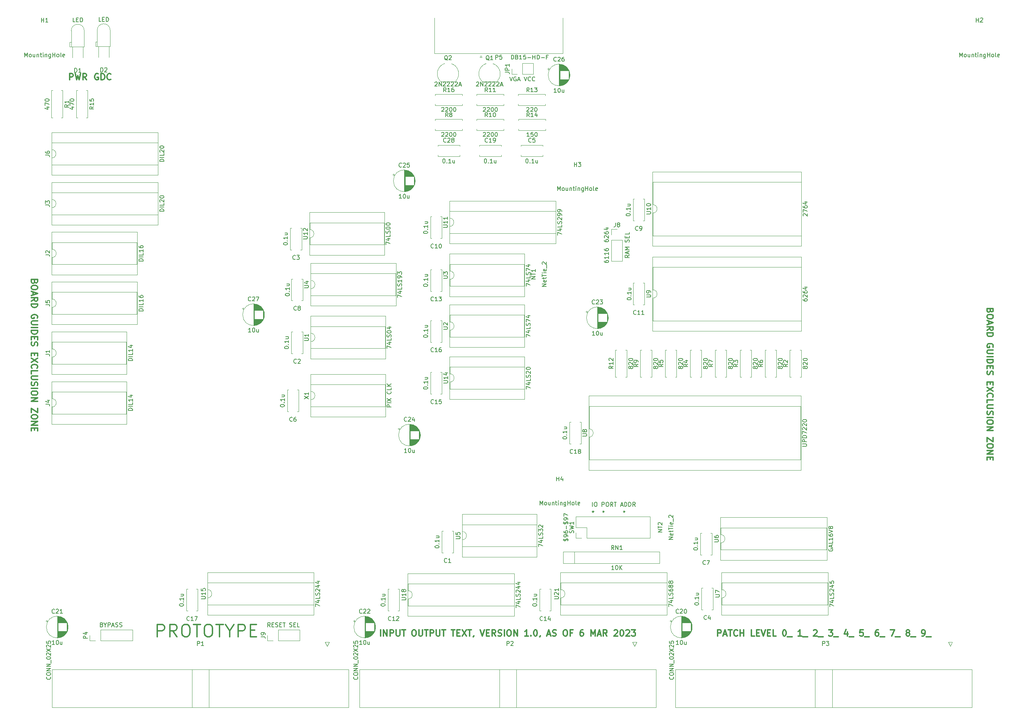
<source format=gbr>
%TF.GenerationSoftware,KiCad,Pcbnew,(6.0.11)*%
%TF.CreationDate,2024-01-15T17:38:44-05:00*%
%TF.ProjectId,input-output.Text,696e7075-742d-46f7-9574-7075742e5465,rev?*%
%TF.SameCoordinates,Original*%
%TF.FileFunction,Legend,Top*%
%TF.FilePolarity,Positive*%
%FSLAX46Y46*%
G04 Gerber Fmt 4.6, Leading zero omitted, Abs format (unit mm)*
G04 Created by KiCad (PCBNEW (6.0.11)) date 2024-01-15 17:38:44*
%MOMM*%
%LPD*%
G01*
G04 APERTURE LIST*
%ADD10C,0.300000*%
%ADD11C,0.150000*%
%ADD12C,0.120000*%
G04 APERTURE END LIST*
D10*
X267607142Y-140785714D02*
X267535714Y-141000000D01*
X267464285Y-141071428D01*
X267321428Y-141142857D01*
X267107142Y-141142857D01*
X266964285Y-141071428D01*
X266892857Y-141000000D01*
X266821428Y-140857142D01*
X266821428Y-140285714D01*
X268321428Y-140285714D01*
X268321428Y-140785714D01*
X268250000Y-140928571D01*
X268178571Y-141000000D01*
X268035714Y-141071428D01*
X267892857Y-141071428D01*
X267750000Y-141000000D01*
X267678571Y-140928571D01*
X267607142Y-140785714D01*
X267607142Y-140285714D01*
X268321428Y-142071428D02*
X268321428Y-142357142D01*
X268250000Y-142500000D01*
X268107142Y-142642857D01*
X267821428Y-142714285D01*
X267321428Y-142714285D01*
X267035714Y-142642857D01*
X266892857Y-142500000D01*
X266821428Y-142357142D01*
X266821428Y-142071428D01*
X266892857Y-141928571D01*
X267035714Y-141785714D01*
X267321428Y-141714285D01*
X267821428Y-141714285D01*
X268107142Y-141785714D01*
X268250000Y-141928571D01*
X268321428Y-142071428D01*
X267250000Y-143285714D02*
X267250000Y-144000000D01*
X266821428Y-143142857D02*
X268321428Y-143642857D01*
X266821428Y-144142857D01*
X266821428Y-145500000D02*
X267535714Y-145000000D01*
X266821428Y-144642857D02*
X268321428Y-144642857D01*
X268321428Y-145214285D01*
X268250000Y-145357142D01*
X268178571Y-145428571D01*
X268035714Y-145500000D01*
X267821428Y-145500000D01*
X267678571Y-145428571D01*
X267607142Y-145357142D01*
X267535714Y-145214285D01*
X267535714Y-144642857D01*
X266821428Y-146142857D02*
X268321428Y-146142857D01*
X268321428Y-146500000D01*
X268250000Y-146714285D01*
X268107142Y-146857142D01*
X267964285Y-146928571D01*
X267678571Y-147000000D01*
X267464285Y-147000000D01*
X267178571Y-146928571D01*
X267035714Y-146857142D01*
X266892857Y-146714285D01*
X266821428Y-146500000D01*
X266821428Y-146142857D01*
X268250000Y-149571428D02*
X268321428Y-149428571D01*
X268321428Y-149214285D01*
X268250000Y-149000000D01*
X268107142Y-148857142D01*
X267964285Y-148785714D01*
X267678571Y-148714285D01*
X267464285Y-148714285D01*
X267178571Y-148785714D01*
X267035714Y-148857142D01*
X266892857Y-149000000D01*
X266821428Y-149214285D01*
X266821428Y-149357142D01*
X266892857Y-149571428D01*
X266964285Y-149642857D01*
X267464285Y-149642857D01*
X267464285Y-149357142D01*
X268321428Y-150285714D02*
X267107142Y-150285714D01*
X266964285Y-150357142D01*
X266892857Y-150428571D01*
X266821428Y-150571428D01*
X266821428Y-150857142D01*
X266892857Y-151000000D01*
X266964285Y-151071428D01*
X267107142Y-151142857D01*
X268321428Y-151142857D01*
X266821428Y-151857142D02*
X268321428Y-151857142D01*
X266821428Y-152571428D02*
X268321428Y-152571428D01*
X268321428Y-152928571D01*
X268250000Y-153142857D01*
X268107142Y-153285714D01*
X267964285Y-153357142D01*
X267678571Y-153428571D01*
X267464285Y-153428571D01*
X267178571Y-153357142D01*
X267035714Y-153285714D01*
X266892857Y-153142857D01*
X266821428Y-152928571D01*
X266821428Y-152571428D01*
X267607142Y-154071428D02*
X267607142Y-154571428D01*
X266821428Y-154785714D02*
X266821428Y-154071428D01*
X268321428Y-154071428D01*
X268321428Y-154785714D01*
X266892857Y-155357142D02*
X266821428Y-155571428D01*
X266821428Y-155928571D01*
X266892857Y-156071428D01*
X266964285Y-156142857D01*
X267107142Y-156214285D01*
X267250000Y-156214285D01*
X267392857Y-156142857D01*
X267464285Y-156071428D01*
X267535714Y-155928571D01*
X267607142Y-155642857D01*
X267678571Y-155500000D01*
X267750000Y-155428571D01*
X267892857Y-155357142D01*
X268035714Y-155357142D01*
X268178571Y-155428571D01*
X268250000Y-155500000D01*
X268321428Y-155642857D01*
X268321428Y-156000000D01*
X268250000Y-156214285D01*
X267607142Y-158000000D02*
X267607142Y-158500000D01*
X266821428Y-158714285D02*
X266821428Y-158000000D01*
X268321428Y-158000000D01*
X268321428Y-158714285D01*
X268321428Y-159214285D02*
X266821428Y-160214285D01*
X268321428Y-160214285D02*
X266821428Y-159214285D01*
X266964285Y-161642857D02*
X266892857Y-161571428D01*
X266821428Y-161357142D01*
X266821428Y-161214285D01*
X266892857Y-161000000D01*
X267035714Y-160857142D01*
X267178571Y-160785714D01*
X267464285Y-160714285D01*
X267678571Y-160714285D01*
X267964285Y-160785714D01*
X268107142Y-160857142D01*
X268250000Y-161000000D01*
X268321428Y-161214285D01*
X268321428Y-161357142D01*
X268250000Y-161571428D01*
X268178571Y-161642857D01*
X266821428Y-163000000D02*
X266821428Y-162285714D01*
X268321428Y-162285714D01*
X268321428Y-163500000D02*
X267107142Y-163500000D01*
X266964285Y-163571428D01*
X266892857Y-163642857D01*
X266821428Y-163785714D01*
X266821428Y-164071428D01*
X266892857Y-164214285D01*
X266964285Y-164285714D01*
X267107142Y-164357142D01*
X268321428Y-164357142D01*
X266892857Y-165000000D02*
X266821428Y-165214285D01*
X266821428Y-165571428D01*
X266892857Y-165714285D01*
X266964285Y-165785714D01*
X267107142Y-165857142D01*
X267250000Y-165857142D01*
X267392857Y-165785714D01*
X267464285Y-165714285D01*
X267535714Y-165571428D01*
X267607142Y-165285714D01*
X267678571Y-165142857D01*
X267750000Y-165071428D01*
X267892857Y-165000000D01*
X268035714Y-165000000D01*
X268178571Y-165071428D01*
X268250000Y-165142857D01*
X268321428Y-165285714D01*
X268321428Y-165642857D01*
X268250000Y-165857142D01*
X266821428Y-166500000D02*
X268321428Y-166500000D01*
X268321428Y-167500000D02*
X268321428Y-167785714D01*
X268250000Y-167928571D01*
X268107142Y-168071428D01*
X267821428Y-168142857D01*
X267321428Y-168142857D01*
X267035714Y-168071428D01*
X266892857Y-167928571D01*
X266821428Y-167785714D01*
X266821428Y-167500000D01*
X266892857Y-167357142D01*
X267035714Y-167214285D01*
X267321428Y-167142857D01*
X267821428Y-167142857D01*
X268107142Y-167214285D01*
X268250000Y-167357142D01*
X268321428Y-167500000D01*
X266821428Y-168785714D02*
X268321428Y-168785714D01*
X266821428Y-169642857D01*
X268321428Y-169642857D01*
X268321428Y-171357142D02*
X268321428Y-172357142D01*
X266821428Y-171357142D01*
X266821428Y-172357142D01*
X268321428Y-173214285D02*
X268321428Y-173500000D01*
X268250000Y-173642857D01*
X268107142Y-173785714D01*
X267821428Y-173857142D01*
X267321428Y-173857142D01*
X267035714Y-173785714D01*
X266892857Y-173642857D01*
X266821428Y-173500000D01*
X266821428Y-173214285D01*
X266892857Y-173071428D01*
X267035714Y-172928571D01*
X267321428Y-172857142D01*
X267821428Y-172857142D01*
X268107142Y-172928571D01*
X268250000Y-173071428D01*
X268321428Y-173214285D01*
X266821428Y-174500000D02*
X268321428Y-174500000D01*
X266821428Y-175357142D01*
X268321428Y-175357142D01*
X267607142Y-176071428D02*
X267607142Y-176571428D01*
X266821428Y-176785714D02*
X266821428Y-176071428D01*
X268321428Y-176071428D01*
X268321428Y-176785714D01*
X37607142Y-133785714D02*
X37535714Y-134000000D01*
X37464285Y-134071428D01*
X37321428Y-134142857D01*
X37107142Y-134142857D01*
X36964285Y-134071428D01*
X36892857Y-134000000D01*
X36821428Y-133857142D01*
X36821428Y-133285714D01*
X38321428Y-133285714D01*
X38321428Y-133785714D01*
X38250000Y-133928571D01*
X38178571Y-134000000D01*
X38035714Y-134071428D01*
X37892857Y-134071428D01*
X37750000Y-134000000D01*
X37678571Y-133928571D01*
X37607142Y-133785714D01*
X37607142Y-133285714D01*
X38321428Y-135071428D02*
X38321428Y-135357142D01*
X38250000Y-135500000D01*
X38107142Y-135642857D01*
X37821428Y-135714285D01*
X37321428Y-135714285D01*
X37035714Y-135642857D01*
X36892857Y-135500000D01*
X36821428Y-135357142D01*
X36821428Y-135071428D01*
X36892857Y-134928571D01*
X37035714Y-134785714D01*
X37321428Y-134714285D01*
X37821428Y-134714285D01*
X38107142Y-134785714D01*
X38250000Y-134928571D01*
X38321428Y-135071428D01*
X37250000Y-136285714D02*
X37250000Y-137000000D01*
X36821428Y-136142857D02*
X38321428Y-136642857D01*
X36821428Y-137142857D01*
X36821428Y-138500000D02*
X37535714Y-138000000D01*
X36821428Y-137642857D02*
X38321428Y-137642857D01*
X38321428Y-138214285D01*
X38250000Y-138357142D01*
X38178571Y-138428571D01*
X38035714Y-138500000D01*
X37821428Y-138500000D01*
X37678571Y-138428571D01*
X37607142Y-138357142D01*
X37535714Y-138214285D01*
X37535714Y-137642857D01*
X36821428Y-139142857D02*
X38321428Y-139142857D01*
X38321428Y-139500000D01*
X38250000Y-139714285D01*
X38107142Y-139857142D01*
X37964285Y-139928571D01*
X37678571Y-140000000D01*
X37464285Y-140000000D01*
X37178571Y-139928571D01*
X37035714Y-139857142D01*
X36892857Y-139714285D01*
X36821428Y-139500000D01*
X36821428Y-139142857D01*
X38250000Y-142571428D02*
X38321428Y-142428571D01*
X38321428Y-142214285D01*
X38250000Y-142000000D01*
X38107142Y-141857142D01*
X37964285Y-141785714D01*
X37678571Y-141714285D01*
X37464285Y-141714285D01*
X37178571Y-141785714D01*
X37035714Y-141857142D01*
X36892857Y-142000000D01*
X36821428Y-142214285D01*
X36821428Y-142357142D01*
X36892857Y-142571428D01*
X36964285Y-142642857D01*
X37464285Y-142642857D01*
X37464285Y-142357142D01*
X38321428Y-143285714D02*
X37107142Y-143285714D01*
X36964285Y-143357142D01*
X36892857Y-143428571D01*
X36821428Y-143571428D01*
X36821428Y-143857142D01*
X36892857Y-144000000D01*
X36964285Y-144071428D01*
X37107142Y-144142857D01*
X38321428Y-144142857D01*
X36821428Y-144857142D02*
X38321428Y-144857142D01*
X36821428Y-145571428D02*
X38321428Y-145571428D01*
X38321428Y-145928571D01*
X38250000Y-146142857D01*
X38107142Y-146285714D01*
X37964285Y-146357142D01*
X37678571Y-146428571D01*
X37464285Y-146428571D01*
X37178571Y-146357142D01*
X37035714Y-146285714D01*
X36892857Y-146142857D01*
X36821428Y-145928571D01*
X36821428Y-145571428D01*
X37607142Y-147071428D02*
X37607142Y-147571428D01*
X36821428Y-147785714D02*
X36821428Y-147071428D01*
X38321428Y-147071428D01*
X38321428Y-147785714D01*
X36892857Y-148357142D02*
X36821428Y-148571428D01*
X36821428Y-148928571D01*
X36892857Y-149071428D01*
X36964285Y-149142857D01*
X37107142Y-149214285D01*
X37250000Y-149214285D01*
X37392857Y-149142857D01*
X37464285Y-149071428D01*
X37535714Y-148928571D01*
X37607142Y-148642857D01*
X37678571Y-148500000D01*
X37750000Y-148428571D01*
X37892857Y-148357142D01*
X38035714Y-148357142D01*
X38178571Y-148428571D01*
X38250000Y-148500000D01*
X38321428Y-148642857D01*
X38321428Y-149000000D01*
X38250000Y-149214285D01*
X37607142Y-151000000D02*
X37607142Y-151500000D01*
X36821428Y-151714285D02*
X36821428Y-151000000D01*
X38321428Y-151000000D01*
X38321428Y-151714285D01*
X38321428Y-152214285D02*
X36821428Y-153214285D01*
X38321428Y-153214285D02*
X36821428Y-152214285D01*
X36964285Y-154642857D02*
X36892857Y-154571428D01*
X36821428Y-154357142D01*
X36821428Y-154214285D01*
X36892857Y-154000000D01*
X37035714Y-153857142D01*
X37178571Y-153785714D01*
X37464285Y-153714285D01*
X37678571Y-153714285D01*
X37964285Y-153785714D01*
X38107142Y-153857142D01*
X38250000Y-154000000D01*
X38321428Y-154214285D01*
X38321428Y-154357142D01*
X38250000Y-154571428D01*
X38178571Y-154642857D01*
X36821428Y-156000000D02*
X36821428Y-155285714D01*
X38321428Y-155285714D01*
X38321428Y-156500000D02*
X37107142Y-156500000D01*
X36964285Y-156571428D01*
X36892857Y-156642857D01*
X36821428Y-156785714D01*
X36821428Y-157071428D01*
X36892857Y-157214285D01*
X36964285Y-157285714D01*
X37107142Y-157357142D01*
X38321428Y-157357142D01*
X36892857Y-158000000D02*
X36821428Y-158214285D01*
X36821428Y-158571428D01*
X36892857Y-158714285D01*
X36964285Y-158785714D01*
X37107142Y-158857142D01*
X37250000Y-158857142D01*
X37392857Y-158785714D01*
X37464285Y-158714285D01*
X37535714Y-158571428D01*
X37607142Y-158285714D01*
X37678571Y-158142857D01*
X37750000Y-158071428D01*
X37892857Y-158000000D01*
X38035714Y-158000000D01*
X38178571Y-158071428D01*
X38250000Y-158142857D01*
X38321428Y-158285714D01*
X38321428Y-158642857D01*
X38250000Y-158857142D01*
X36821428Y-159500000D02*
X38321428Y-159500000D01*
X38321428Y-160500000D02*
X38321428Y-160785714D01*
X38250000Y-160928571D01*
X38107142Y-161071428D01*
X37821428Y-161142857D01*
X37321428Y-161142857D01*
X37035714Y-161071428D01*
X36892857Y-160928571D01*
X36821428Y-160785714D01*
X36821428Y-160500000D01*
X36892857Y-160357142D01*
X37035714Y-160214285D01*
X37321428Y-160142857D01*
X37821428Y-160142857D01*
X38107142Y-160214285D01*
X38250000Y-160357142D01*
X38321428Y-160500000D01*
X36821428Y-161785714D02*
X38321428Y-161785714D01*
X36821428Y-162642857D01*
X38321428Y-162642857D01*
X38321428Y-164357142D02*
X38321428Y-165357142D01*
X36821428Y-164357142D01*
X36821428Y-165357142D01*
X38321428Y-166214285D02*
X38321428Y-166500000D01*
X38250000Y-166642857D01*
X38107142Y-166785714D01*
X37821428Y-166857142D01*
X37321428Y-166857142D01*
X37035714Y-166785714D01*
X36892857Y-166642857D01*
X36821428Y-166500000D01*
X36821428Y-166214285D01*
X36892857Y-166071428D01*
X37035714Y-165928571D01*
X37321428Y-165857142D01*
X37821428Y-165857142D01*
X38107142Y-165928571D01*
X38250000Y-166071428D01*
X38321428Y-166214285D01*
X36821428Y-167500000D02*
X38321428Y-167500000D01*
X36821428Y-168357142D01*
X38321428Y-168357142D01*
X37607142Y-169071428D02*
X37607142Y-169571428D01*
X36821428Y-169785714D02*
X36821428Y-169071428D01*
X38321428Y-169071428D01*
X38321428Y-169785714D01*
D11*
X174500000Y-188952380D02*
X174500000Y-189190476D01*
X174261904Y-189095238D02*
X174500000Y-189190476D01*
X174738095Y-189095238D01*
X174357142Y-189380952D02*
X174500000Y-189190476D01*
X174642857Y-189380952D01*
D10*
X120857142Y-219178571D02*
X120857142Y-217678571D01*
X121571428Y-219178571D02*
X121571428Y-217678571D01*
X122428571Y-219178571D01*
X122428571Y-217678571D01*
X123142857Y-219178571D02*
X123142857Y-217678571D01*
X123714285Y-217678571D01*
X123857142Y-217750000D01*
X123928571Y-217821428D01*
X124000000Y-217964285D01*
X124000000Y-218178571D01*
X123928571Y-218321428D01*
X123857142Y-218392857D01*
X123714285Y-218464285D01*
X123142857Y-218464285D01*
X124642857Y-217678571D02*
X124642857Y-218892857D01*
X124714285Y-219035714D01*
X124785714Y-219107142D01*
X124928571Y-219178571D01*
X125214285Y-219178571D01*
X125357142Y-219107142D01*
X125428571Y-219035714D01*
X125500000Y-218892857D01*
X125500000Y-217678571D01*
X126000000Y-217678571D02*
X126857142Y-217678571D01*
X126428571Y-219178571D02*
X126428571Y-217678571D01*
X128785714Y-217678571D02*
X129071428Y-217678571D01*
X129214285Y-217750000D01*
X129357142Y-217892857D01*
X129428571Y-218178571D01*
X129428571Y-218678571D01*
X129357142Y-218964285D01*
X129214285Y-219107142D01*
X129071428Y-219178571D01*
X128785714Y-219178571D01*
X128642857Y-219107142D01*
X128500000Y-218964285D01*
X128428571Y-218678571D01*
X128428571Y-218178571D01*
X128500000Y-217892857D01*
X128642857Y-217750000D01*
X128785714Y-217678571D01*
X130071428Y-217678571D02*
X130071428Y-218892857D01*
X130142857Y-219035714D01*
X130214285Y-219107142D01*
X130357142Y-219178571D01*
X130642857Y-219178571D01*
X130785714Y-219107142D01*
X130857142Y-219035714D01*
X130928571Y-218892857D01*
X130928571Y-217678571D01*
X131428571Y-217678571D02*
X132285714Y-217678571D01*
X131857142Y-219178571D02*
X131857142Y-217678571D01*
X132785714Y-219178571D02*
X132785714Y-217678571D01*
X133357142Y-217678571D01*
X133500000Y-217750000D01*
X133571428Y-217821428D01*
X133642857Y-217964285D01*
X133642857Y-218178571D01*
X133571428Y-218321428D01*
X133500000Y-218392857D01*
X133357142Y-218464285D01*
X132785714Y-218464285D01*
X134285714Y-217678571D02*
X134285714Y-218892857D01*
X134357142Y-219035714D01*
X134428571Y-219107142D01*
X134571428Y-219178571D01*
X134857142Y-219178571D01*
X135000000Y-219107142D01*
X135071428Y-219035714D01*
X135142857Y-218892857D01*
X135142857Y-217678571D01*
X135642857Y-217678571D02*
X136500000Y-217678571D01*
X136071428Y-219178571D02*
X136071428Y-217678571D01*
X137928571Y-217678571D02*
X138785714Y-217678571D01*
X138357142Y-219178571D02*
X138357142Y-217678571D01*
X139285714Y-218392857D02*
X139785714Y-218392857D01*
X140000000Y-219178571D02*
X139285714Y-219178571D01*
X139285714Y-217678571D01*
X140000000Y-217678571D01*
X140500000Y-217678571D02*
X141500000Y-219178571D01*
X141500000Y-217678571D02*
X140500000Y-219178571D01*
X141857142Y-217678571D02*
X142714285Y-217678571D01*
X142285714Y-219178571D02*
X142285714Y-217678571D01*
X143285714Y-219107142D02*
X143285714Y-219178571D01*
X143214285Y-219321428D01*
X143142857Y-219392857D01*
X144857142Y-217678571D02*
X145357142Y-219178571D01*
X145857142Y-217678571D01*
X146357142Y-218392857D02*
X146857142Y-218392857D01*
X147071428Y-219178571D02*
X146357142Y-219178571D01*
X146357142Y-217678571D01*
X147071428Y-217678571D01*
X148571428Y-219178571D02*
X148071428Y-218464285D01*
X147714285Y-219178571D02*
X147714285Y-217678571D01*
X148285714Y-217678571D01*
X148428571Y-217750000D01*
X148500000Y-217821428D01*
X148571428Y-217964285D01*
X148571428Y-218178571D01*
X148500000Y-218321428D01*
X148428571Y-218392857D01*
X148285714Y-218464285D01*
X147714285Y-218464285D01*
X149142857Y-219107142D02*
X149357142Y-219178571D01*
X149714285Y-219178571D01*
X149857142Y-219107142D01*
X149928571Y-219035714D01*
X150000000Y-218892857D01*
X150000000Y-218750000D01*
X149928571Y-218607142D01*
X149857142Y-218535714D01*
X149714285Y-218464285D01*
X149428571Y-218392857D01*
X149285714Y-218321428D01*
X149214285Y-218250000D01*
X149142857Y-218107142D01*
X149142857Y-217964285D01*
X149214285Y-217821428D01*
X149285714Y-217750000D01*
X149428571Y-217678571D01*
X149785714Y-217678571D01*
X150000000Y-217750000D01*
X150642857Y-219178571D02*
X150642857Y-217678571D01*
X151642857Y-217678571D02*
X151928571Y-217678571D01*
X152071428Y-217750000D01*
X152214285Y-217892857D01*
X152285714Y-218178571D01*
X152285714Y-218678571D01*
X152214285Y-218964285D01*
X152071428Y-219107142D01*
X151928571Y-219178571D01*
X151642857Y-219178571D01*
X151500000Y-219107142D01*
X151357142Y-218964285D01*
X151285714Y-218678571D01*
X151285714Y-218178571D01*
X151357142Y-217892857D01*
X151500000Y-217750000D01*
X151642857Y-217678571D01*
X152928571Y-219178571D02*
X152928571Y-217678571D01*
X153785714Y-219178571D01*
X153785714Y-217678571D01*
X156428571Y-219178571D02*
X155571428Y-219178571D01*
X156000000Y-219178571D02*
X156000000Y-217678571D01*
X155857142Y-217892857D01*
X155714285Y-218035714D01*
X155571428Y-218107142D01*
X157071428Y-219035714D02*
X157142857Y-219107142D01*
X157071428Y-219178571D01*
X157000000Y-219107142D01*
X157071428Y-219035714D01*
X157071428Y-219178571D01*
X158071428Y-217678571D02*
X158214285Y-217678571D01*
X158357142Y-217750000D01*
X158428571Y-217821428D01*
X158500000Y-217964285D01*
X158571428Y-218250000D01*
X158571428Y-218607142D01*
X158500000Y-218892857D01*
X158428571Y-219035714D01*
X158357142Y-219107142D01*
X158214285Y-219178571D01*
X158071428Y-219178571D01*
X157928571Y-219107142D01*
X157857142Y-219035714D01*
X157785714Y-218892857D01*
X157714285Y-218607142D01*
X157714285Y-218250000D01*
X157785714Y-217964285D01*
X157857142Y-217821428D01*
X157928571Y-217750000D01*
X158071428Y-217678571D01*
X159285714Y-219107142D02*
X159285714Y-219178571D01*
X159214285Y-219321428D01*
X159142857Y-219392857D01*
X161000000Y-218750000D02*
X161714285Y-218750000D01*
X160857142Y-219178571D02*
X161357142Y-217678571D01*
X161857142Y-219178571D01*
X162285714Y-219107142D02*
X162500000Y-219178571D01*
X162857142Y-219178571D01*
X163000000Y-219107142D01*
X163071428Y-219035714D01*
X163142857Y-218892857D01*
X163142857Y-218750000D01*
X163071428Y-218607142D01*
X163000000Y-218535714D01*
X162857142Y-218464285D01*
X162571428Y-218392857D01*
X162428571Y-218321428D01*
X162357142Y-218250000D01*
X162285714Y-218107142D01*
X162285714Y-217964285D01*
X162357142Y-217821428D01*
X162428571Y-217750000D01*
X162571428Y-217678571D01*
X162928571Y-217678571D01*
X163142857Y-217750000D01*
X165214285Y-217678571D02*
X165500000Y-217678571D01*
X165642857Y-217750000D01*
X165785714Y-217892857D01*
X165857142Y-218178571D01*
X165857142Y-218678571D01*
X165785714Y-218964285D01*
X165642857Y-219107142D01*
X165500000Y-219178571D01*
X165214285Y-219178571D01*
X165071428Y-219107142D01*
X164928571Y-218964285D01*
X164857142Y-218678571D01*
X164857142Y-218178571D01*
X164928571Y-217892857D01*
X165071428Y-217750000D01*
X165214285Y-217678571D01*
X167000000Y-218392857D02*
X166500000Y-218392857D01*
X166500000Y-219178571D02*
X166500000Y-217678571D01*
X167214285Y-217678571D01*
X169571428Y-217678571D02*
X169285714Y-217678571D01*
X169142857Y-217750000D01*
X169071428Y-217821428D01*
X168928571Y-218035714D01*
X168857142Y-218321428D01*
X168857142Y-218892857D01*
X168928571Y-219035714D01*
X169000000Y-219107142D01*
X169142857Y-219178571D01*
X169428571Y-219178571D01*
X169571428Y-219107142D01*
X169642857Y-219035714D01*
X169714285Y-218892857D01*
X169714285Y-218535714D01*
X169642857Y-218392857D01*
X169571428Y-218321428D01*
X169428571Y-218250000D01*
X169142857Y-218250000D01*
X169000000Y-218321428D01*
X168928571Y-218392857D01*
X168857142Y-218535714D01*
X171500000Y-219178571D02*
X171500000Y-217678571D01*
X172000000Y-218750000D01*
X172500000Y-217678571D01*
X172500000Y-219178571D01*
X173142857Y-218750000D02*
X173857142Y-218750000D01*
X173000000Y-219178571D02*
X173500000Y-217678571D01*
X174000000Y-219178571D01*
X175357142Y-219178571D02*
X174857142Y-218464285D01*
X174500000Y-219178571D02*
X174500000Y-217678571D01*
X175071428Y-217678571D01*
X175214285Y-217750000D01*
X175285714Y-217821428D01*
X175357142Y-217964285D01*
X175357142Y-218178571D01*
X175285714Y-218321428D01*
X175214285Y-218392857D01*
X175071428Y-218464285D01*
X174500000Y-218464285D01*
X177071428Y-217821428D02*
X177142857Y-217750000D01*
X177285714Y-217678571D01*
X177642857Y-217678571D01*
X177785714Y-217750000D01*
X177857142Y-217821428D01*
X177928571Y-217964285D01*
X177928571Y-218107142D01*
X177857142Y-218321428D01*
X177000000Y-219178571D01*
X177928571Y-219178571D01*
X178857142Y-217678571D02*
X179000000Y-217678571D01*
X179142857Y-217750000D01*
X179214285Y-217821428D01*
X179285714Y-217964285D01*
X179357142Y-218250000D01*
X179357142Y-218607142D01*
X179285714Y-218892857D01*
X179214285Y-219035714D01*
X179142857Y-219107142D01*
X179000000Y-219178571D01*
X178857142Y-219178571D01*
X178714285Y-219107142D01*
X178642857Y-219035714D01*
X178571428Y-218892857D01*
X178500000Y-218607142D01*
X178500000Y-218250000D01*
X178571428Y-217964285D01*
X178642857Y-217821428D01*
X178714285Y-217750000D01*
X178857142Y-217678571D01*
X179928571Y-217821428D02*
X180000000Y-217750000D01*
X180142857Y-217678571D01*
X180500000Y-217678571D01*
X180642857Y-217750000D01*
X180714285Y-217821428D01*
X180785714Y-217964285D01*
X180785714Y-218107142D01*
X180714285Y-218321428D01*
X179857142Y-219178571D01*
X180785714Y-219178571D01*
X181285714Y-217678571D02*
X182214285Y-217678571D01*
X181714285Y-218250000D01*
X181928571Y-218250000D01*
X182071428Y-218321428D01*
X182142857Y-218392857D01*
X182214285Y-218535714D01*
X182214285Y-218892857D01*
X182142857Y-219035714D01*
X182071428Y-219107142D01*
X181928571Y-219178571D01*
X181499999Y-219178571D01*
X181357142Y-219107142D01*
X181285714Y-219035714D01*
D11*
X174702380Y-123738095D02*
X174702380Y-123928571D01*
X174750000Y-124023809D01*
X174797619Y-124071428D01*
X174940476Y-124166666D01*
X175130952Y-124214285D01*
X175511904Y-124214285D01*
X175607142Y-124166666D01*
X175654761Y-124119047D01*
X175702380Y-124023809D01*
X175702380Y-123833333D01*
X175654761Y-123738095D01*
X175607142Y-123690476D01*
X175511904Y-123642857D01*
X175273809Y-123642857D01*
X175178571Y-123690476D01*
X175130952Y-123738095D01*
X175083333Y-123833333D01*
X175083333Y-124023809D01*
X175130952Y-124119047D01*
X175178571Y-124166666D01*
X175273809Y-124214285D01*
X174797619Y-123261904D02*
X174750000Y-123214285D01*
X174702380Y-123119047D01*
X174702380Y-122880952D01*
X174750000Y-122785714D01*
X174797619Y-122738095D01*
X174892857Y-122690476D01*
X174988095Y-122690476D01*
X175130952Y-122738095D01*
X175702380Y-123309523D01*
X175702380Y-122690476D01*
X174702380Y-121833333D02*
X174702380Y-122023809D01*
X174750000Y-122119047D01*
X174797619Y-122166666D01*
X174940476Y-122261904D01*
X175130952Y-122309523D01*
X175511904Y-122309523D01*
X175607142Y-122261904D01*
X175654761Y-122214285D01*
X175702380Y-122119047D01*
X175702380Y-121928571D01*
X175654761Y-121833333D01*
X175607142Y-121785714D01*
X175511904Y-121738095D01*
X175273809Y-121738095D01*
X175178571Y-121785714D01*
X175130952Y-121833333D01*
X175083333Y-121928571D01*
X175083333Y-122119047D01*
X175130952Y-122214285D01*
X175178571Y-122261904D01*
X175273809Y-122309523D01*
X175035714Y-120880952D02*
X175702380Y-120880952D01*
X174654761Y-121119047D02*
X175369047Y-121357142D01*
X175369047Y-120738095D01*
X172000000Y-188952380D02*
X172000000Y-189190476D01*
X171761904Y-189095238D02*
X172000000Y-189190476D01*
X172238095Y-189095238D01*
X171857142Y-189380952D02*
X172000000Y-189190476D01*
X172142857Y-189380952D01*
D10*
X67142857Y-219357142D02*
X67142857Y-216357142D01*
X68285714Y-216357142D01*
X68571428Y-216500000D01*
X68714285Y-216642857D01*
X68857142Y-216928571D01*
X68857142Y-217357142D01*
X68714285Y-217642857D01*
X68571428Y-217785714D01*
X68285714Y-217928571D01*
X67142857Y-217928571D01*
X71857142Y-219357142D02*
X70857142Y-217928571D01*
X70142857Y-219357142D02*
X70142857Y-216357142D01*
X71285714Y-216357142D01*
X71571428Y-216500000D01*
X71714285Y-216642857D01*
X71857142Y-216928571D01*
X71857142Y-217357142D01*
X71714285Y-217642857D01*
X71571428Y-217785714D01*
X71285714Y-217928571D01*
X70142857Y-217928571D01*
X73714285Y-216357142D02*
X74285714Y-216357142D01*
X74571428Y-216500000D01*
X74857142Y-216785714D01*
X75000000Y-217357142D01*
X75000000Y-218357142D01*
X74857142Y-218928571D01*
X74571428Y-219214285D01*
X74285714Y-219357142D01*
X73714285Y-219357142D01*
X73428571Y-219214285D01*
X73142857Y-218928571D01*
X73000000Y-218357142D01*
X73000000Y-217357142D01*
X73142857Y-216785714D01*
X73428571Y-216500000D01*
X73714285Y-216357142D01*
X75857142Y-216357142D02*
X77571428Y-216357142D01*
X76714285Y-219357142D02*
X76714285Y-216357142D01*
X79142857Y-216357142D02*
X79714285Y-216357142D01*
X80000000Y-216500000D01*
X80285714Y-216785714D01*
X80428571Y-217357142D01*
X80428571Y-218357142D01*
X80285714Y-218928571D01*
X80000000Y-219214285D01*
X79714285Y-219357142D01*
X79142857Y-219357142D01*
X78857142Y-219214285D01*
X78571428Y-218928571D01*
X78428571Y-218357142D01*
X78428571Y-217357142D01*
X78571428Y-216785714D01*
X78857142Y-216500000D01*
X79142857Y-216357142D01*
X81285714Y-216357142D02*
X83000000Y-216357142D01*
X82142857Y-219357142D02*
X82142857Y-216357142D01*
X84571428Y-217928571D02*
X84571428Y-219357142D01*
X83571428Y-216357142D02*
X84571428Y-217928571D01*
X85571428Y-216357142D01*
X86571428Y-219357142D02*
X86571428Y-216357142D01*
X87714285Y-216357142D01*
X88000000Y-216500000D01*
X88142857Y-216642857D01*
X88285714Y-216928571D01*
X88285714Y-217357142D01*
X88142857Y-217642857D01*
X88000000Y-217785714D01*
X87714285Y-217928571D01*
X86571428Y-217928571D01*
X89571428Y-217785714D02*
X90571428Y-217785714D01*
X91000000Y-219357142D02*
X89571428Y-219357142D01*
X89571428Y-216357142D01*
X91000000Y-216357142D01*
X46000000Y-85178571D02*
X46000000Y-83678571D01*
X46571428Y-83678571D01*
X46714285Y-83750000D01*
X46785714Y-83821428D01*
X46857142Y-83964285D01*
X46857142Y-84178571D01*
X46785714Y-84321428D01*
X46714285Y-84392857D01*
X46571428Y-84464285D01*
X46000000Y-84464285D01*
X47357142Y-83678571D02*
X47714285Y-85178571D01*
X48000000Y-84107142D01*
X48285714Y-85178571D01*
X48642857Y-83678571D01*
X50071428Y-85178571D02*
X49571428Y-84464285D01*
X49214285Y-85178571D02*
X49214285Y-83678571D01*
X49785714Y-83678571D01*
X49928571Y-83750000D01*
X50000000Y-83821428D01*
X50071428Y-83964285D01*
X50071428Y-84178571D01*
X50000000Y-84321428D01*
X49928571Y-84392857D01*
X49785714Y-84464285D01*
X49214285Y-84464285D01*
D11*
X179500000Y-188952380D02*
X179500000Y-189190476D01*
X179261904Y-189095238D02*
X179500000Y-189190476D01*
X179738095Y-189095238D01*
X179357142Y-189380952D02*
X179500000Y-189190476D01*
X179642857Y-189380952D01*
X174702380Y-128738095D02*
X174702380Y-128928571D01*
X174750000Y-129023809D01*
X174797619Y-129071428D01*
X174940476Y-129166666D01*
X175130952Y-129214285D01*
X175511904Y-129214285D01*
X175607142Y-129166666D01*
X175654761Y-129119047D01*
X175702380Y-129023809D01*
X175702380Y-128833333D01*
X175654761Y-128738095D01*
X175607142Y-128690476D01*
X175511904Y-128642857D01*
X175273809Y-128642857D01*
X175178571Y-128690476D01*
X175130952Y-128738095D01*
X175083333Y-128833333D01*
X175083333Y-129023809D01*
X175130952Y-129119047D01*
X175178571Y-129166666D01*
X175273809Y-129214285D01*
X175702380Y-127690476D02*
X175702380Y-128261904D01*
X175702380Y-127976190D02*
X174702380Y-127976190D01*
X174845238Y-128071428D01*
X174940476Y-128166666D01*
X174988095Y-128261904D01*
X175702380Y-126738095D02*
X175702380Y-127309523D01*
X175702380Y-127023809D02*
X174702380Y-127023809D01*
X174845238Y-127119047D01*
X174940476Y-127214285D01*
X174988095Y-127309523D01*
X174702380Y-125880952D02*
X174702380Y-126071428D01*
X174750000Y-126166666D01*
X174797619Y-126214285D01*
X174940476Y-126309523D01*
X175130952Y-126357142D01*
X175511904Y-126357142D01*
X175607142Y-126309523D01*
X175654761Y-126261904D01*
X175702380Y-126166666D01*
X175702380Y-125976190D01*
X175654761Y-125880952D01*
X175607142Y-125833333D01*
X175511904Y-125785714D01*
X175273809Y-125785714D01*
X175178571Y-125833333D01*
X175130952Y-125880952D01*
X175083333Y-125976190D01*
X175083333Y-126166666D01*
X175130952Y-126261904D01*
X175178571Y-126309523D01*
X175273809Y-126357142D01*
D10*
X202000000Y-219178571D02*
X202000000Y-217678571D01*
X202571428Y-217678571D01*
X202714285Y-217750000D01*
X202785714Y-217821428D01*
X202857142Y-217964285D01*
X202857142Y-218178571D01*
X202785714Y-218321428D01*
X202714285Y-218392857D01*
X202571428Y-218464285D01*
X202000000Y-218464285D01*
X203428571Y-218750000D02*
X204142857Y-218750000D01*
X203285714Y-219178571D02*
X203785714Y-217678571D01*
X204285714Y-219178571D01*
X204571428Y-217678571D02*
X205428571Y-217678571D01*
X205000000Y-219178571D02*
X205000000Y-217678571D01*
X206785714Y-219035714D02*
X206714285Y-219107142D01*
X206500000Y-219178571D01*
X206357142Y-219178571D01*
X206142857Y-219107142D01*
X206000000Y-218964285D01*
X205928571Y-218821428D01*
X205857142Y-218535714D01*
X205857142Y-218321428D01*
X205928571Y-218035714D01*
X206000000Y-217892857D01*
X206142857Y-217750000D01*
X206357142Y-217678571D01*
X206500000Y-217678571D01*
X206714285Y-217750000D01*
X206785714Y-217821428D01*
X207428571Y-219178571D02*
X207428571Y-217678571D01*
X207428571Y-218392857D02*
X208285714Y-218392857D01*
X208285714Y-219178571D02*
X208285714Y-217678571D01*
X210857142Y-219178571D02*
X210142857Y-219178571D01*
X210142857Y-217678571D01*
X211357142Y-218392857D02*
X211857142Y-218392857D01*
X212071428Y-219178571D02*
X211357142Y-219178571D01*
X211357142Y-217678571D01*
X212071428Y-217678571D01*
X212500000Y-217678571D02*
X213000000Y-219178571D01*
X213500000Y-217678571D01*
X214000000Y-218392857D02*
X214500000Y-218392857D01*
X214714285Y-219178571D02*
X214000000Y-219178571D01*
X214000000Y-217678571D01*
X214714285Y-217678571D01*
X216071428Y-219178571D02*
X215357142Y-219178571D01*
X215357142Y-217678571D01*
X218000000Y-217678571D02*
X218142857Y-217678571D01*
X218285714Y-217750000D01*
X218357142Y-217821428D01*
X218428571Y-217964285D01*
X218500000Y-218250000D01*
X218500000Y-218607142D01*
X218428571Y-218892857D01*
X218357142Y-219035714D01*
X218285714Y-219107142D01*
X218142857Y-219178571D01*
X218000000Y-219178571D01*
X217857142Y-219107142D01*
X217785714Y-219035714D01*
X217714285Y-218892857D01*
X217642857Y-218607142D01*
X217642857Y-218250000D01*
X217714285Y-217964285D01*
X217785714Y-217821428D01*
X217857142Y-217750000D01*
X218000000Y-217678571D01*
X218785714Y-219321428D02*
X219928571Y-219321428D01*
X222214285Y-219178571D02*
X221357142Y-219178571D01*
X221785714Y-219178571D02*
X221785714Y-217678571D01*
X221642857Y-217892857D01*
X221500000Y-218035714D01*
X221357142Y-218107142D01*
X222500000Y-219321428D02*
X223642857Y-219321428D01*
X225071428Y-217821428D02*
X225142857Y-217750000D01*
X225285714Y-217678571D01*
X225642857Y-217678571D01*
X225785714Y-217750000D01*
X225857142Y-217821428D01*
X225928571Y-217964285D01*
X225928571Y-218107142D01*
X225857142Y-218321428D01*
X225000000Y-219178571D01*
X225928571Y-219178571D01*
X226214285Y-219321428D02*
X227357142Y-219321428D01*
X228714285Y-217678571D02*
X229642857Y-217678571D01*
X229142857Y-218250000D01*
X229357142Y-218250000D01*
X229500000Y-218321428D01*
X229571428Y-218392857D01*
X229642857Y-218535714D01*
X229642857Y-218892857D01*
X229571428Y-219035714D01*
X229500000Y-219107142D01*
X229357142Y-219178571D01*
X228928571Y-219178571D01*
X228785714Y-219107142D01*
X228714285Y-219035714D01*
X229928571Y-219321428D02*
X231071428Y-219321428D01*
X233214285Y-218178571D02*
X233214285Y-219178571D01*
X232857142Y-217607142D02*
X232500000Y-218678571D01*
X233428571Y-218678571D01*
X233642857Y-219321428D02*
X234785714Y-219321428D01*
X237000000Y-217678571D02*
X236285714Y-217678571D01*
X236214285Y-218392857D01*
X236285714Y-218321428D01*
X236428571Y-218250000D01*
X236785714Y-218250000D01*
X236928571Y-218321428D01*
X237000000Y-218392857D01*
X237071428Y-218535714D01*
X237071428Y-218892857D01*
X237000000Y-219035714D01*
X236928571Y-219107142D01*
X236785714Y-219178571D01*
X236428571Y-219178571D01*
X236285714Y-219107142D01*
X236214285Y-219035714D01*
X237357142Y-219321428D02*
X238499999Y-219321428D01*
X240642857Y-217678571D02*
X240357142Y-217678571D01*
X240214285Y-217750000D01*
X240142857Y-217821428D01*
X239999999Y-218035714D01*
X239928571Y-218321428D01*
X239928571Y-218892857D01*
X239999999Y-219035714D01*
X240071428Y-219107142D01*
X240214285Y-219178571D01*
X240499999Y-219178571D01*
X240642857Y-219107142D01*
X240714285Y-219035714D01*
X240785714Y-218892857D01*
X240785714Y-218535714D01*
X240714285Y-218392857D01*
X240642857Y-218321428D01*
X240499999Y-218250000D01*
X240214285Y-218250000D01*
X240071428Y-218321428D01*
X239999999Y-218392857D01*
X239928571Y-218535714D01*
X241071428Y-219321428D02*
X242214285Y-219321428D01*
X243571428Y-217678571D02*
X244571428Y-217678571D01*
X243928571Y-219178571D01*
X244785714Y-219321428D02*
X245928571Y-219321428D01*
X247642857Y-218321428D02*
X247499999Y-218250000D01*
X247428571Y-218178571D01*
X247357142Y-218035714D01*
X247357142Y-217964285D01*
X247428571Y-217821428D01*
X247499999Y-217750000D01*
X247642857Y-217678571D01*
X247928571Y-217678571D01*
X248071428Y-217750000D01*
X248142857Y-217821428D01*
X248214285Y-217964285D01*
X248214285Y-218035714D01*
X248142857Y-218178571D01*
X248071428Y-218250000D01*
X247928571Y-218321428D01*
X247642857Y-218321428D01*
X247499999Y-218392857D01*
X247428571Y-218464285D01*
X247357142Y-218607142D01*
X247357142Y-218892857D01*
X247428571Y-219035714D01*
X247499999Y-219107142D01*
X247642857Y-219178571D01*
X247928571Y-219178571D01*
X248071428Y-219107142D01*
X248142857Y-219035714D01*
X248214285Y-218892857D01*
X248214285Y-218607142D01*
X248142857Y-218464285D01*
X248071428Y-218392857D01*
X247928571Y-218321428D01*
X248499999Y-219321428D02*
X249642857Y-219321428D01*
X251214285Y-219178571D02*
X251499999Y-219178571D01*
X251642857Y-219107142D01*
X251714285Y-219035714D01*
X251857142Y-218821428D01*
X251928571Y-218535714D01*
X251928571Y-217964285D01*
X251857142Y-217821428D01*
X251785714Y-217750000D01*
X251642857Y-217678571D01*
X251357142Y-217678571D01*
X251214285Y-217750000D01*
X251142857Y-217821428D01*
X251071428Y-217964285D01*
X251071428Y-218321428D01*
X251142857Y-218464285D01*
X251214285Y-218535714D01*
X251357142Y-218607142D01*
X251642857Y-218607142D01*
X251785714Y-218535714D01*
X251857142Y-218464285D01*
X251928571Y-218321428D01*
X252214285Y-219321428D02*
X253357142Y-219321428D01*
X52892857Y-83750000D02*
X52750000Y-83678571D01*
X52535714Y-83678571D01*
X52321428Y-83750000D01*
X52178571Y-83892857D01*
X52107142Y-84035714D01*
X52035714Y-84321428D01*
X52035714Y-84535714D01*
X52107142Y-84821428D01*
X52178571Y-84964285D01*
X52321428Y-85107142D01*
X52535714Y-85178571D01*
X52678571Y-85178571D01*
X52892857Y-85107142D01*
X52964285Y-85035714D01*
X52964285Y-84535714D01*
X52678571Y-84535714D01*
X53607142Y-85178571D02*
X53607142Y-83678571D01*
X53964285Y-83678571D01*
X54178571Y-83750000D01*
X54321428Y-83892857D01*
X54392857Y-84035714D01*
X54464285Y-84321428D01*
X54464285Y-84535714D01*
X54392857Y-84821428D01*
X54321428Y-84964285D01*
X54178571Y-85107142D01*
X53964285Y-85178571D01*
X53607142Y-85178571D01*
X55964285Y-85035714D02*
X55892857Y-85107142D01*
X55678571Y-85178571D01*
X55535714Y-85178571D01*
X55321428Y-85107142D01*
X55178571Y-84964285D01*
X55107142Y-84821428D01*
X55035714Y-84535714D01*
X55035714Y-84321428D01*
X55107142Y-84035714D01*
X55178571Y-83892857D01*
X55321428Y-83750000D01*
X55535714Y-83678571D01*
X55678571Y-83678571D01*
X55892857Y-83750000D01*
X55964285Y-83821428D01*
D11*
X165904761Y-196285714D02*
X165952380Y-196142857D01*
X165952380Y-195904761D01*
X165904761Y-195809523D01*
X165857142Y-195761904D01*
X165761904Y-195714285D01*
X165666666Y-195714285D01*
X165571428Y-195761904D01*
X165523809Y-195809523D01*
X165476190Y-195904761D01*
X165428571Y-196095238D01*
X165380952Y-196190476D01*
X165333333Y-196238095D01*
X165238095Y-196285714D01*
X165142857Y-196285714D01*
X165047619Y-196238095D01*
X165000000Y-196190476D01*
X164952380Y-196095238D01*
X164952380Y-195857142D01*
X165000000Y-195714285D01*
X164809523Y-196000000D02*
X166095238Y-196000000D01*
X165952380Y-195238095D02*
X165952380Y-195047619D01*
X165904761Y-194952380D01*
X165857142Y-194904761D01*
X165714285Y-194809523D01*
X165523809Y-194761904D01*
X165142857Y-194761904D01*
X165047619Y-194809523D01*
X165000000Y-194857142D01*
X164952380Y-194952380D01*
X164952380Y-195142857D01*
X165000000Y-195238095D01*
X165047619Y-195285714D01*
X165142857Y-195333333D01*
X165380952Y-195333333D01*
X165476190Y-195285714D01*
X165523809Y-195238095D01*
X165571428Y-195142857D01*
X165571428Y-194952380D01*
X165523809Y-194857142D01*
X165476190Y-194809523D01*
X165380952Y-194761904D01*
X164952380Y-193904761D02*
X164952380Y-194095238D01*
X165000000Y-194190476D01*
X165047619Y-194238095D01*
X165190476Y-194333333D01*
X165380952Y-194380952D01*
X165761904Y-194380952D01*
X165857142Y-194333333D01*
X165904761Y-194285714D01*
X165952380Y-194190476D01*
X165952380Y-194000000D01*
X165904761Y-193904761D01*
X165857142Y-193857142D01*
X165761904Y-193809523D01*
X165523809Y-193809523D01*
X165428571Y-193857142D01*
X165380952Y-193904761D01*
X165333333Y-194000000D01*
X165333333Y-194190476D01*
X165380952Y-194285714D01*
X165428571Y-194333333D01*
X165523809Y-194380952D01*
X165571428Y-193380952D02*
X165571428Y-192619047D01*
X165904761Y-192190476D02*
X165952380Y-192047619D01*
X165952380Y-191809523D01*
X165904761Y-191714285D01*
X165857142Y-191666666D01*
X165761904Y-191619047D01*
X165666666Y-191619047D01*
X165571428Y-191666666D01*
X165523809Y-191714285D01*
X165476190Y-191809523D01*
X165428571Y-192000000D01*
X165380952Y-192095238D01*
X165333333Y-192142857D01*
X165238095Y-192190476D01*
X165142857Y-192190476D01*
X165047619Y-192142857D01*
X165000000Y-192095238D01*
X164952380Y-192000000D01*
X164952380Y-191761904D01*
X165000000Y-191619047D01*
X164809523Y-191904761D02*
X166095238Y-191904761D01*
X165952380Y-191142857D02*
X165952380Y-190952380D01*
X165904761Y-190857142D01*
X165857142Y-190809523D01*
X165714285Y-190714285D01*
X165523809Y-190666666D01*
X165142857Y-190666666D01*
X165047619Y-190714285D01*
X165000000Y-190761904D01*
X164952380Y-190857142D01*
X164952380Y-191047619D01*
X165000000Y-191142857D01*
X165047619Y-191190476D01*
X165142857Y-191238095D01*
X165380952Y-191238095D01*
X165476190Y-191190476D01*
X165523809Y-191142857D01*
X165571428Y-191047619D01*
X165571428Y-190857142D01*
X165523809Y-190761904D01*
X165476190Y-190714285D01*
X165380952Y-190666666D01*
X164952380Y-190333333D02*
X164952380Y-189666666D01*
X165952380Y-190095238D01*
%TO.C,H2*%
X264238095Y-71252380D02*
X264238095Y-70252380D01*
X264238095Y-70728571D02*
X264809523Y-70728571D01*
X264809523Y-71252380D02*
X264809523Y-70252380D01*
X265238095Y-70347619D02*
X265285714Y-70300000D01*
X265380952Y-70252380D01*
X265619047Y-70252380D01*
X265714285Y-70300000D01*
X265761904Y-70347619D01*
X265809523Y-70442857D01*
X265809523Y-70538095D01*
X265761904Y-70680952D01*
X265190476Y-71252380D01*
X265809523Y-71252380D01*
X260214285Y-79652380D02*
X260214285Y-78652380D01*
X260547619Y-79366666D01*
X260880952Y-78652380D01*
X260880952Y-79652380D01*
X261500000Y-79652380D02*
X261404761Y-79604761D01*
X261357142Y-79557142D01*
X261309523Y-79461904D01*
X261309523Y-79176190D01*
X261357142Y-79080952D01*
X261404761Y-79033333D01*
X261500000Y-78985714D01*
X261642857Y-78985714D01*
X261738095Y-79033333D01*
X261785714Y-79080952D01*
X261833333Y-79176190D01*
X261833333Y-79461904D01*
X261785714Y-79557142D01*
X261738095Y-79604761D01*
X261642857Y-79652380D01*
X261500000Y-79652380D01*
X262690476Y-78985714D02*
X262690476Y-79652380D01*
X262261904Y-78985714D02*
X262261904Y-79509523D01*
X262309523Y-79604761D01*
X262404761Y-79652380D01*
X262547619Y-79652380D01*
X262642857Y-79604761D01*
X262690476Y-79557142D01*
X263166666Y-78985714D02*
X263166666Y-79652380D01*
X263166666Y-79080952D02*
X263214285Y-79033333D01*
X263309523Y-78985714D01*
X263452380Y-78985714D01*
X263547619Y-79033333D01*
X263595238Y-79128571D01*
X263595238Y-79652380D01*
X263928571Y-78985714D02*
X264309523Y-78985714D01*
X264071428Y-78652380D02*
X264071428Y-79509523D01*
X264119047Y-79604761D01*
X264214285Y-79652380D01*
X264309523Y-79652380D01*
X264642857Y-79652380D02*
X264642857Y-78985714D01*
X264642857Y-78652380D02*
X264595238Y-78700000D01*
X264642857Y-78747619D01*
X264690476Y-78700000D01*
X264642857Y-78652380D01*
X264642857Y-78747619D01*
X265119047Y-78985714D02*
X265119047Y-79652380D01*
X265119047Y-79080952D02*
X265166666Y-79033333D01*
X265261904Y-78985714D01*
X265404761Y-78985714D01*
X265500000Y-79033333D01*
X265547619Y-79128571D01*
X265547619Y-79652380D01*
X266452380Y-78985714D02*
X266452380Y-79795238D01*
X266404761Y-79890476D01*
X266357142Y-79938095D01*
X266261904Y-79985714D01*
X266119047Y-79985714D01*
X266023809Y-79938095D01*
X266452380Y-79604761D02*
X266357142Y-79652380D01*
X266166666Y-79652380D01*
X266071428Y-79604761D01*
X266023809Y-79557142D01*
X265976190Y-79461904D01*
X265976190Y-79176190D01*
X266023809Y-79080952D01*
X266071428Y-79033333D01*
X266166666Y-78985714D01*
X266357142Y-78985714D01*
X266452380Y-79033333D01*
X266928571Y-79652380D02*
X266928571Y-78652380D01*
X266928571Y-79128571D02*
X267500000Y-79128571D01*
X267500000Y-79652380D02*
X267500000Y-78652380D01*
X268119047Y-79652380D02*
X268023809Y-79604761D01*
X267976190Y-79557142D01*
X267928571Y-79461904D01*
X267928571Y-79176190D01*
X267976190Y-79080952D01*
X268023809Y-79033333D01*
X268119047Y-78985714D01*
X268261904Y-78985714D01*
X268357142Y-79033333D01*
X268404761Y-79080952D01*
X268452380Y-79176190D01*
X268452380Y-79461904D01*
X268404761Y-79557142D01*
X268357142Y-79604761D01*
X268261904Y-79652380D01*
X268119047Y-79652380D01*
X269023809Y-79652380D02*
X268928571Y-79604761D01*
X268880952Y-79509523D01*
X268880952Y-78652380D01*
X269785714Y-79604761D02*
X269690476Y-79652380D01*
X269500000Y-79652380D01*
X269404761Y-79604761D01*
X269357142Y-79509523D01*
X269357142Y-79128571D01*
X269404761Y-79033333D01*
X269500000Y-78985714D01*
X269690476Y-78985714D01*
X269785714Y-79033333D01*
X269833333Y-79128571D01*
X269833333Y-79223809D01*
X269357142Y-79319047D01*
%TO.C,H1*%
X39238095Y-71252380D02*
X39238095Y-70252380D01*
X39238095Y-70728571D02*
X39809523Y-70728571D01*
X39809523Y-71252380D02*
X39809523Y-70252380D01*
X40809523Y-71252380D02*
X40238095Y-71252380D01*
X40523809Y-71252380D02*
X40523809Y-70252380D01*
X40428571Y-70395238D01*
X40333333Y-70490476D01*
X40238095Y-70538095D01*
X35214285Y-79652380D02*
X35214285Y-78652380D01*
X35547619Y-79366666D01*
X35880952Y-78652380D01*
X35880952Y-79652380D01*
X36500000Y-79652380D02*
X36404761Y-79604761D01*
X36357142Y-79557142D01*
X36309523Y-79461904D01*
X36309523Y-79176190D01*
X36357142Y-79080952D01*
X36404761Y-79033333D01*
X36500000Y-78985714D01*
X36642857Y-78985714D01*
X36738095Y-79033333D01*
X36785714Y-79080952D01*
X36833333Y-79176190D01*
X36833333Y-79461904D01*
X36785714Y-79557142D01*
X36738095Y-79604761D01*
X36642857Y-79652380D01*
X36500000Y-79652380D01*
X37690476Y-78985714D02*
X37690476Y-79652380D01*
X37261904Y-78985714D02*
X37261904Y-79509523D01*
X37309523Y-79604761D01*
X37404761Y-79652380D01*
X37547619Y-79652380D01*
X37642857Y-79604761D01*
X37690476Y-79557142D01*
X38166666Y-78985714D02*
X38166666Y-79652380D01*
X38166666Y-79080952D02*
X38214285Y-79033333D01*
X38309523Y-78985714D01*
X38452380Y-78985714D01*
X38547619Y-79033333D01*
X38595238Y-79128571D01*
X38595238Y-79652380D01*
X38928571Y-78985714D02*
X39309523Y-78985714D01*
X39071428Y-78652380D02*
X39071428Y-79509523D01*
X39119047Y-79604761D01*
X39214285Y-79652380D01*
X39309523Y-79652380D01*
X39642857Y-79652380D02*
X39642857Y-78985714D01*
X39642857Y-78652380D02*
X39595238Y-78700000D01*
X39642857Y-78747619D01*
X39690476Y-78700000D01*
X39642857Y-78652380D01*
X39642857Y-78747619D01*
X40119047Y-78985714D02*
X40119047Y-79652380D01*
X40119047Y-79080952D02*
X40166666Y-79033333D01*
X40261904Y-78985714D01*
X40404761Y-78985714D01*
X40500000Y-79033333D01*
X40547619Y-79128571D01*
X40547619Y-79652380D01*
X41452380Y-78985714D02*
X41452380Y-79795238D01*
X41404761Y-79890476D01*
X41357142Y-79938095D01*
X41261904Y-79985714D01*
X41119047Y-79985714D01*
X41023809Y-79938095D01*
X41452380Y-79604761D02*
X41357142Y-79652380D01*
X41166666Y-79652380D01*
X41071428Y-79604761D01*
X41023809Y-79557142D01*
X40976190Y-79461904D01*
X40976190Y-79176190D01*
X41023809Y-79080952D01*
X41071428Y-79033333D01*
X41166666Y-78985714D01*
X41357142Y-78985714D01*
X41452380Y-79033333D01*
X41928571Y-79652380D02*
X41928571Y-78652380D01*
X41928571Y-79128571D02*
X42500000Y-79128571D01*
X42500000Y-79652380D02*
X42500000Y-78652380D01*
X43119047Y-79652380D02*
X43023809Y-79604761D01*
X42976190Y-79557142D01*
X42928571Y-79461904D01*
X42928571Y-79176190D01*
X42976190Y-79080952D01*
X43023809Y-79033333D01*
X43119047Y-78985714D01*
X43261904Y-78985714D01*
X43357142Y-79033333D01*
X43404761Y-79080952D01*
X43452380Y-79176190D01*
X43452380Y-79461904D01*
X43404761Y-79557142D01*
X43357142Y-79604761D01*
X43261904Y-79652380D01*
X43119047Y-79652380D01*
X44023809Y-79652380D02*
X43928571Y-79604761D01*
X43880952Y-79509523D01*
X43880952Y-78652380D01*
X44785714Y-79604761D02*
X44690476Y-79652380D01*
X44500000Y-79652380D01*
X44404761Y-79604761D01*
X44357142Y-79509523D01*
X44357142Y-79128571D01*
X44404761Y-79033333D01*
X44500000Y-78985714D01*
X44690476Y-78985714D01*
X44785714Y-79033333D01*
X44833333Y-79128571D01*
X44833333Y-79223809D01*
X44357142Y-79319047D01*
%TO.C,P2*%
X115297142Y-229023809D02*
X115344761Y-229071428D01*
X115392380Y-229214285D01*
X115392380Y-229309523D01*
X115344761Y-229452380D01*
X115249523Y-229547619D01*
X115154285Y-229595238D01*
X114963809Y-229642857D01*
X114820952Y-229642857D01*
X114630476Y-229595238D01*
X114535238Y-229547619D01*
X114440000Y-229452380D01*
X114392380Y-229309523D01*
X114392380Y-229214285D01*
X114440000Y-229071428D01*
X114487619Y-229023809D01*
X114392380Y-228404761D02*
X114392380Y-228214285D01*
X114440000Y-228119047D01*
X114535238Y-228023809D01*
X114725714Y-227976190D01*
X115059047Y-227976190D01*
X115249523Y-228023809D01*
X115344761Y-228119047D01*
X115392380Y-228214285D01*
X115392380Y-228404761D01*
X115344761Y-228500000D01*
X115249523Y-228595238D01*
X115059047Y-228642857D01*
X114725714Y-228642857D01*
X114535238Y-228595238D01*
X114440000Y-228500000D01*
X114392380Y-228404761D01*
X115392380Y-227547619D02*
X114392380Y-227547619D01*
X115392380Y-226976190D01*
X114392380Y-226976190D01*
X115392380Y-226500000D02*
X114392380Y-226500000D01*
X115392380Y-225928571D01*
X114392380Y-225928571D01*
X115487619Y-225690476D02*
X115487619Y-224928571D01*
X114392380Y-224500000D02*
X114392380Y-224404761D01*
X114440000Y-224309523D01*
X114487619Y-224261904D01*
X114582857Y-224214285D01*
X114773333Y-224166666D01*
X115011428Y-224166666D01*
X115201904Y-224214285D01*
X115297142Y-224261904D01*
X115344761Y-224309523D01*
X115392380Y-224404761D01*
X115392380Y-224500000D01*
X115344761Y-224595238D01*
X115297142Y-224642857D01*
X115201904Y-224690476D01*
X115011428Y-224738095D01*
X114773333Y-224738095D01*
X114582857Y-224690476D01*
X114487619Y-224642857D01*
X114440000Y-224595238D01*
X114392380Y-224500000D01*
X114487619Y-223785714D02*
X114440000Y-223738095D01*
X114392380Y-223642857D01*
X114392380Y-223404761D01*
X114440000Y-223309523D01*
X114487619Y-223261904D01*
X114582857Y-223214285D01*
X114678095Y-223214285D01*
X114820952Y-223261904D01*
X115392380Y-223833333D01*
X115392380Y-223214285D01*
X114392380Y-222880952D02*
X115392380Y-222214285D01*
X114392380Y-222214285D02*
X115392380Y-222880952D01*
X114487619Y-221880952D02*
X114440000Y-221833333D01*
X114392380Y-221738095D01*
X114392380Y-221500000D01*
X114440000Y-221404761D01*
X114487619Y-221357142D01*
X114582857Y-221309523D01*
X114678095Y-221309523D01*
X114820952Y-221357142D01*
X115392380Y-221928571D01*
X115392380Y-221309523D01*
X114392380Y-220404761D02*
X114392380Y-220880952D01*
X114868571Y-220928571D01*
X114820952Y-220880952D01*
X114773333Y-220785714D01*
X114773333Y-220547619D01*
X114820952Y-220452380D01*
X114868571Y-220404761D01*
X114963809Y-220357142D01*
X115201904Y-220357142D01*
X115297142Y-220404761D01*
X115344761Y-220452380D01*
X115392380Y-220547619D01*
X115392380Y-220785714D01*
X115344761Y-220880952D01*
X115297142Y-220928571D01*
X151261904Y-221452380D02*
X151261904Y-220452380D01*
X151642857Y-220452380D01*
X151738095Y-220500000D01*
X151785714Y-220547619D01*
X151833333Y-220642857D01*
X151833333Y-220785714D01*
X151785714Y-220880952D01*
X151738095Y-220928571D01*
X151642857Y-220976190D01*
X151261904Y-220976190D01*
X152214285Y-220547619D02*
X152261904Y-220500000D01*
X152357142Y-220452380D01*
X152595238Y-220452380D01*
X152690476Y-220500000D01*
X152738095Y-220547619D01*
X152785714Y-220642857D01*
X152785714Y-220738095D01*
X152738095Y-220880952D01*
X152166666Y-221452380D01*
X152785714Y-221452380D01*
%TO.C,P3*%
X191297142Y-229023809D02*
X191344761Y-229071428D01*
X191392380Y-229214285D01*
X191392380Y-229309523D01*
X191344761Y-229452380D01*
X191249523Y-229547619D01*
X191154285Y-229595238D01*
X190963809Y-229642857D01*
X190820952Y-229642857D01*
X190630476Y-229595238D01*
X190535238Y-229547619D01*
X190440000Y-229452380D01*
X190392380Y-229309523D01*
X190392380Y-229214285D01*
X190440000Y-229071428D01*
X190487619Y-229023809D01*
X190392380Y-228404761D02*
X190392380Y-228214285D01*
X190440000Y-228119047D01*
X190535238Y-228023809D01*
X190725714Y-227976190D01*
X191059047Y-227976190D01*
X191249523Y-228023809D01*
X191344761Y-228119047D01*
X191392380Y-228214285D01*
X191392380Y-228404761D01*
X191344761Y-228500000D01*
X191249523Y-228595238D01*
X191059047Y-228642857D01*
X190725714Y-228642857D01*
X190535238Y-228595238D01*
X190440000Y-228500000D01*
X190392380Y-228404761D01*
X191392380Y-227547619D02*
X190392380Y-227547619D01*
X191392380Y-226976190D01*
X190392380Y-226976190D01*
X191392380Y-226500000D02*
X190392380Y-226500000D01*
X191392380Y-225928571D01*
X190392380Y-225928571D01*
X191487619Y-225690476D02*
X191487619Y-224928571D01*
X190392380Y-224500000D02*
X190392380Y-224404761D01*
X190440000Y-224309523D01*
X190487619Y-224261904D01*
X190582857Y-224214285D01*
X190773333Y-224166666D01*
X191011428Y-224166666D01*
X191201904Y-224214285D01*
X191297142Y-224261904D01*
X191344761Y-224309523D01*
X191392380Y-224404761D01*
X191392380Y-224500000D01*
X191344761Y-224595238D01*
X191297142Y-224642857D01*
X191201904Y-224690476D01*
X191011428Y-224738095D01*
X190773333Y-224738095D01*
X190582857Y-224690476D01*
X190487619Y-224642857D01*
X190440000Y-224595238D01*
X190392380Y-224500000D01*
X190487619Y-223785714D02*
X190440000Y-223738095D01*
X190392380Y-223642857D01*
X190392380Y-223404761D01*
X190440000Y-223309523D01*
X190487619Y-223261904D01*
X190582857Y-223214285D01*
X190678095Y-223214285D01*
X190820952Y-223261904D01*
X191392380Y-223833333D01*
X191392380Y-223214285D01*
X190392380Y-222880952D02*
X191392380Y-222214285D01*
X190392380Y-222214285D02*
X191392380Y-222880952D01*
X190487619Y-221880952D02*
X190440000Y-221833333D01*
X190392380Y-221738095D01*
X190392380Y-221500000D01*
X190440000Y-221404761D01*
X190487619Y-221357142D01*
X190582857Y-221309523D01*
X190678095Y-221309523D01*
X190820952Y-221357142D01*
X191392380Y-221928571D01*
X191392380Y-221309523D01*
X190392380Y-220404761D02*
X190392380Y-220880952D01*
X190868571Y-220928571D01*
X190820952Y-220880952D01*
X190773333Y-220785714D01*
X190773333Y-220547619D01*
X190820952Y-220452380D01*
X190868571Y-220404761D01*
X190963809Y-220357142D01*
X191201904Y-220357142D01*
X191297142Y-220404761D01*
X191344761Y-220452380D01*
X191392380Y-220547619D01*
X191392380Y-220785714D01*
X191344761Y-220880952D01*
X191297142Y-220928571D01*
X227261904Y-221452380D02*
X227261904Y-220452380D01*
X227642857Y-220452380D01*
X227738095Y-220500000D01*
X227785714Y-220547619D01*
X227833333Y-220642857D01*
X227833333Y-220785714D01*
X227785714Y-220880952D01*
X227738095Y-220928571D01*
X227642857Y-220976190D01*
X227261904Y-220976190D01*
X228166666Y-220452380D02*
X228785714Y-220452380D01*
X228452380Y-220833333D01*
X228595238Y-220833333D01*
X228690476Y-220880952D01*
X228738095Y-220928571D01*
X228785714Y-221023809D01*
X228785714Y-221261904D01*
X228738095Y-221357142D01*
X228690476Y-221404761D01*
X228595238Y-221452380D01*
X228309523Y-221452380D01*
X228214285Y-221404761D01*
X228166666Y-221357142D01*
%TO.C,P1*%
X41357142Y-229023809D02*
X41404761Y-229071428D01*
X41452380Y-229214285D01*
X41452380Y-229309523D01*
X41404761Y-229452380D01*
X41309523Y-229547619D01*
X41214285Y-229595238D01*
X41023809Y-229642857D01*
X40880952Y-229642857D01*
X40690476Y-229595238D01*
X40595238Y-229547619D01*
X40500000Y-229452380D01*
X40452380Y-229309523D01*
X40452380Y-229214285D01*
X40500000Y-229071428D01*
X40547619Y-229023809D01*
X40452380Y-228404761D02*
X40452380Y-228214285D01*
X40500000Y-228119047D01*
X40595238Y-228023809D01*
X40785714Y-227976190D01*
X41119047Y-227976190D01*
X41309523Y-228023809D01*
X41404761Y-228119047D01*
X41452380Y-228214285D01*
X41452380Y-228404761D01*
X41404761Y-228500000D01*
X41309523Y-228595238D01*
X41119047Y-228642857D01*
X40785714Y-228642857D01*
X40595238Y-228595238D01*
X40500000Y-228500000D01*
X40452380Y-228404761D01*
X41452380Y-227547619D02*
X40452380Y-227547619D01*
X41452380Y-226976190D01*
X40452380Y-226976190D01*
X41452380Y-226500000D02*
X40452380Y-226500000D01*
X41452380Y-225928571D01*
X40452380Y-225928571D01*
X41547619Y-225690476D02*
X41547619Y-224928571D01*
X40452380Y-224500000D02*
X40452380Y-224404761D01*
X40500000Y-224309523D01*
X40547619Y-224261904D01*
X40642857Y-224214285D01*
X40833333Y-224166666D01*
X41071428Y-224166666D01*
X41261904Y-224214285D01*
X41357142Y-224261904D01*
X41404761Y-224309523D01*
X41452380Y-224404761D01*
X41452380Y-224500000D01*
X41404761Y-224595238D01*
X41357142Y-224642857D01*
X41261904Y-224690476D01*
X41071428Y-224738095D01*
X40833333Y-224738095D01*
X40642857Y-224690476D01*
X40547619Y-224642857D01*
X40500000Y-224595238D01*
X40452380Y-224500000D01*
X40547619Y-223785714D02*
X40500000Y-223738095D01*
X40452380Y-223642857D01*
X40452380Y-223404761D01*
X40500000Y-223309523D01*
X40547619Y-223261904D01*
X40642857Y-223214285D01*
X40738095Y-223214285D01*
X40880952Y-223261904D01*
X41452380Y-223833333D01*
X41452380Y-223214285D01*
X40452380Y-222880952D02*
X41452380Y-222214285D01*
X40452380Y-222214285D02*
X41452380Y-222880952D01*
X40547619Y-221880952D02*
X40500000Y-221833333D01*
X40452380Y-221738095D01*
X40452380Y-221500000D01*
X40500000Y-221404761D01*
X40547619Y-221357142D01*
X40642857Y-221309523D01*
X40738095Y-221309523D01*
X40880952Y-221357142D01*
X41452380Y-221928571D01*
X41452380Y-221309523D01*
X40452380Y-220404761D02*
X40452380Y-220880952D01*
X40928571Y-220928571D01*
X40880952Y-220880952D01*
X40833333Y-220785714D01*
X40833333Y-220547619D01*
X40880952Y-220452380D01*
X40928571Y-220404761D01*
X41023809Y-220357142D01*
X41261904Y-220357142D01*
X41357142Y-220404761D01*
X41404761Y-220452380D01*
X41452380Y-220547619D01*
X41452380Y-220785714D01*
X41404761Y-220880952D01*
X41357142Y-220928571D01*
X76781904Y-221452380D02*
X76781904Y-220452380D01*
X77162857Y-220452380D01*
X77258095Y-220500000D01*
X77305714Y-220547619D01*
X77353333Y-220642857D01*
X77353333Y-220785714D01*
X77305714Y-220880952D01*
X77258095Y-220928571D01*
X77162857Y-220976190D01*
X76781904Y-220976190D01*
X78305714Y-221452380D02*
X77734285Y-221452380D01*
X78020000Y-221452380D02*
X78020000Y-220452380D01*
X77924761Y-220595238D01*
X77829523Y-220690476D01*
X77734285Y-220738095D01*
%TO.C,C16*%
X133607142Y-150607142D02*
X133559523Y-150654761D01*
X133416666Y-150702380D01*
X133321428Y-150702380D01*
X133178571Y-150654761D01*
X133083333Y-150559523D01*
X133035714Y-150464285D01*
X132988095Y-150273809D01*
X132988095Y-150130952D01*
X133035714Y-149940476D01*
X133083333Y-149845238D01*
X133178571Y-149750000D01*
X133321428Y-149702380D01*
X133416666Y-149702380D01*
X133559523Y-149750000D01*
X133607142Y-149797619D01*
X134559523Y-150702380D02*
X133988095Y-150702380D01*
X134273809Y-150702380D02*
X134273809Y-149702380D01*
X134178571Y-149845238D01*
X134083333Y-149940476D01*
X133988095Y-149988095D01*
X135416666Y-149702380D02*
X135226190Y-149702380D01*
X135130952Y-149750000D01*
X135083333Y-149797619D01*
X134988095Y-149940476D01*
X134940476Y-150130952D01*
X134940476Y-150511904D01*
X134988095Y-150607142D01*
X135035714Y-150654761D01*
X135130952Y-150702380D01*
X135321428Y-150702380D01*
X135416666Y-150654761D01*
X135464285Y-150607142D01*
X135511904Y-150511904D01*
X135511904Y-150273809D01*
X135464285Y-150178571D01*
X135416666Y-150130952D01*
X135321428Y-150083333D01*
X135130952Y-150083333D01*
X135035714Y-150130952D01*
X134988095Y-150178571D01*
X134940476Y-150273809D01*
X131202380Y-146964285D02*
X131202380Y-146869047D01*
X131250000Y-146773809D01*
X131297619Y-146726190D01*
X131392857Y-146678571D01*
X131583333Y-146630952D01*
X131821428Y-146630952D01*
X132011904Y-146678571D01*
X132107142Y-146726190D01*
X132154761Y-146773809D01*
X132202380Y-146869047D01*
X132202380Y-146964285D01*
X132154761Y-147059523D01*
X132107142Y-147107142D01*
X132011904Y-147154761D01*
X131821428Y-147202380D01*
X131583333Y-147202380D01*
X131392857Y-147154761D01*
X131297619Y-147107142D01*
X131250000Y-147059523D01*
X131202380Y-146964285D01*
X132107142Y-146202380D02*
X132154761Y-146154761D01*
X132202380Y-146202380D01*
X132154761Y-146250000D01*
X132107142Y-146202380D01*
X132202380Y-146202380D01*
X132202380Y-145202380D02*
X132202380Y-145773809D01*
X132202380Y-145488095D02*
X131202380Y-145488095D01*
X131345238Y-145583333D01*
X131440476Y-145678571D01*
X131488095Y-145773809D01*
X131535714Y-144345238D02*
X132202380Y-144345238D01*
X131535714Y-144773809D02*
X132059523Y-144773809D01*
X132154761Y-144726190D01*
X132202380Y-144630952D01*
X132202380Y-144488095D01*
X132154761Y-144392857D01*
X132107142Y-144345238D01*
%TO.C,U8*%
X169497380Y-171016904D02*
X170306904Y-171016904D01*
X170402142Y-170969285D01*
X170449761Y-170921666D01*
X170497380Y-170826428D01*
X170497380Y-170635952D01*
X170449761Y-170540714D01*
X170402142Y-170493095D01*
X170306904Y-170445476D01*
X169497380Y-170445476D01*
X169925952Y-169826428D02*
X169878333Y-169921666D01*
X169830714Y-169969285D01*
X169735476Y-170016904D01*
X169687857Y-170016904D01*
X169592619Y-169969285D01*
X169545000Y-169921666D01*
X169497380Y-169826428D01*
X169497380Y-169635952D01*
X169545000Y-169540714D01*
X169592619Y-169493095D01*
X169687857Y-169445476D01*
X169735476Y-169445476D01*
X169830714Y-169493095D01*
X169878333Y-169540714D01*
X169925952Y-169635952D01*
X169925952Y-169826428D01*
X169973571Y-169921666D01*
X170021190Y-169969285D01*
X170116428Y-170016904D01*
X170306904Y-170016904D01*
X170402142Y-169969285D01*
X170449761Y-169921666D01*
X170497380Y-169826428D01*
X170497380Y-169635952D01*
X170449761Y-169540714D01*
X170402142Y-169493095D01*
X170306904Y-169445476D01*
X170116428Y-169445476D01*
X170021190Y-169493095D01*
X169973571Y-169540714D01*
X169925952Y-169635952D01*
X222417380Y-173445476D02*
X223226904Y-173445476D01*
X223322142Y-173397857D01*
X223369761Y-173350238D01*
X223417380Y-173255000D01*
X223417380Y-173064523D01*
X223369761Y-172969285D01*
X223322142Y-172921666D01*
X223226904Y-172874047D01*
X222417380Y-172874047D01*
X223417380Y-172397857D02*
X222417380Y-172397857D01*
X222417380Y-172016904D01*
X222465000Y-171921666D01*
X222512619Y-171874047D01*
X222607857Y-171826428D01*
X222750714Y-171826428D01*
X222845952Y-171874047D01*
X222893571Y-171921666D01*
X222941190Y-172016904D01*
X222941190Y-172397857D01*
X223417380Y-171397857D02*
X222417380Y-171397857D01*
X222417380Y-171159761D01*
X222465000Y-171016904D01*
X222560238Y-170921666D01*
X222655476Y-170874047D01*
X222845952Y-170826428D01*
X222988809Y-170826428D01*
X223179285Y-170874047D01*
X223274523Y-170921666D01*
X223369761Y-171016904D01*
X223417380Y-171159761D01*
X223417380Y-171397857D01*
X222417380Y-170493095D02*
X222417380Y-169826428D01*
X223417380Y-170255000D01*
X222512619Y-169493095D02*
X222465000Y-169445476D01*
X222417380Y-169350238D01*
X222417380Y-169112142D01*
X222465000Y-169016904D01*
X222512619Y-168969285D01*
X222607857Y-168921666D01*
X222703095Y-168921666D01*
X222845952Y-168969285D01*
X223417380Y-169540714D01*
X223417380Y-168921666D01*
X222512619Y-168540714D02*
X222465000Y-168493095D01*
X222417380Y-168397857D01*
X222417380Y-168159761D01*
X222465000Y-168064523D01*
X222512619Y-168016904D01*
X222607857Y-167969285D01*
X222703095Y-167969285D01*
X222845952Y-168016904D01*
X223417380Y-168588333D01*
X223417380Y-167969285D01*
X222417380Y-167350238D02*
X222417380Y-167255000D01*
X222465000Y-167159761D01*
X222512619Y-167112142D01*
X222607857Y-167064523D01*
X222798333Y-167016904D01*
X223036428Y-167016904D01*
X223226904Y-167064523D01*
X223322142Y-167112142D01*
X223369761Y-167159761D01*
X223417380Y-167255000D01*
X223417380Y-167350238D01*
X223369761Y-167445476D01*
X223322142Y-167493095D01*
X223226904Y-167540714D01*
X223036428Y-167588333D01*
X222798333Y-167588333D01*
X222607857Y-167540714D01*
X222512619Y-167493095D01*
X222465000Y-167445476D01*
X222417380Y-167350238D01*
%TO.C,P5*%
X148551904Y-80212680D02*
X148551904Y-79212680D01*
X148932857Y-79212680D01*
X149028095Y-79260300D01*
X149075714Y-79307919D01*
X149123333Y-79403157D01*
X149123333Y-79546014D01*
X149075714Y-79641252D01*
X149028095Y-79688871D01*
X148932857Y-79736490D01*
X148551904Y-79736490D01*
X150028095Y-79212680D02*
X149551904Y-79212680D01*
X149504285Y-79688871D01*
X149551904Y-79641252D01*
X149647142Y-79593633D01*
X149885238Y-79593633D01*
X149980476Y-79641252D01*
X150028095Y-79688871D01*
X150075714Y-79784109D01*
X150075714Y-80022204D01*
X150028095Y-80117442D01*
X149980476Y-80165061D01*
X149885238Y-80212680D01*
X149647142Y-80212680D01*
X149551904Y-80165061D01*
X149504285Y-80117442D01*
X152345238Y-80202349D02*
X152345238Y-79202349D01*
X152583333Y-79202349D01*
X152726190Y-79249969D01*
X152821428Y-79345207D01*
X152869047Y-79440445D01*
X152916666Y-79630921D01*
X152916666Y-79773778D01*
X152869047Y-79964254D01*
X152821428Y-80059492D01*
X152726190Y-80154730D01*
X152583333Y-80202349D01*
X152345238Y-80202349D01*
X153678571Y-79678540D02*
X153821428Y-79726159D01*
X153869047Y-79773778D01*
X153916666Y-79869016D01*
X153916666Y-80011873D01*
X153869047Y-80107111D01*
X153821428Y-80154730D01*
X153726190Y-80202349D01*
X153345238Y-80202349D01*
X153345238Y-79202349D01*
X153678571Y-79202349D01*
X153773809Y-79249969D01*
X153821428Y-79297588D01*
X153869047Y-79392826D01*
X153869047Y-79488064D01*
X153821428Y-79583302D01*
X153773809Y-79630921D01*
X153678571Y-79678540D01*
X153345238Y-79678540D01*
X154869047Y-80202349D02*
X154297619Y-80202349D01*
X154583333Y-80202349D02*
X154583333Y-79202349D01*
X154488095Y-79345207D01*
X154392857Y-79440445D01*
X154297619Y-79488064D01*
X155773809Y-79202349D02*
X155297619Y-79202349D01*
X155250000Y-79678540D01*
X155297619Y-79630921D01*
X155392857Y-79583302D01*
X155630952Y-79583302D01*
X155726190Y-79630921D01*
X155773809Y-79678540D01*
X155821428Y-79773778D01*
X155821428Y-80011873D01*
X155773809Y-80107111D01*
X155726190Y-80154730D01*
X155630952Y-80202349D01*
X155392857Y-80202349D01*
X155297619Y-80154730D01*
X155250000Y-80107111D01*
X156250000Y-79821397D02*
X157011904Y-79821397D01*
X157488095Y-80202349D02*
X157488095Y-79202349D01*
X157488095Y-79678540D02*
X158059523Y-79678540D01*
X158059523Y-80202349D02*
X158059523Y-79202349D01*
X158535714Y-80202349D02*
X158535714Y-79202349D01*
X158773809Y-79202349D01*
X158916666Y-79249969D01*
X159011904Y-79345207D01*
X159059523Y-79440445D01*
X159107142Y-79630921D01*
X159107142Y-79773778D01*
X159059523Y-79964254D01*
X159011904Y-80059492D01*
X158916666Y-80154730D01*
X158773809Y-80202349D01*
X158535714Y-80202349D01*
X159535714Y-79821397D02*
X160297619Y-79821397D01*
X161107142Y-79678540D02*
X160773809Y-79678540D01*
X160773809Y-80202349D02*
X160773809Y-79202349D01*
X161250000Y-79202349D01*
%TO.C,R3*%
X206832380Y-153666666D02*
X206356190Y-154000000D01*
X206832380Y-154238095D02*
X205832380Y-154238095D01*
X205832380Y-153857142D01*
X205880000Y-153761904D01*
X205927619Y-153714285D01*
X206022857Y-153666666D01*
X206165714Y-153666666D01*
X206260952Y-153714285D01*
X206308571Y-153761904D01*
X206356190Y-153857142D01*
X206356190Y-154238095D01*
X205832380Y-153333333D02*
X205832380Y-152714285D01*
X206213333Y-153047619D01*
X206213333Y-152904761D01*
X206260952Y-152809523D01*
X206308571Y-152761904D01*
X206403809Y-152714285D01*
X206641904Y-152714285D01*
X206737142Y-152761904D01*
X206784761Y-152809523D01*
X206832380Y-152904761D01*
X206832380Y-153190476D01*
X206784761Y-153285714D01*
X206737142Y-153333333D01*
X211000952Y-154547619D02*
X210953333Y-154642857D01*
X210905714Y-154690476D01*
X210810476Y-154738095D01*
X210762857Y-154738095D01*
X210667619Y-154690476D01*
X210620000Y-154642857D01*
X210572380Y-154547619D01*
X210572380Y-154357142D01*
X210620000Y-154261904D01*
X210667619Y-154214285D01*
X210762857Y-154166666D01*
X210810476Y-154166666D01*
X210905714Y-154214285D01*
X210953333Y-154261904D01*
X211000952Y-154357142D01*
X211000952Y-154547619D01*
X211048571Y-154642857D01*
X211096190Y-154690476D01*
X211191428Y-154738095D01*
X211381904Y-154738095D01*
X211477142Y-154690476D01*
X211524761Y-154642857D01*
X211572380Y-154547619D01*
X211572380Y-154357142D01*
X211524761Y-154261904D01*
X211477142Y-154214285D01*
X211381904Y-154166666D01*
X211191428Y-154166666D01*
X211096190Y-154214285D01*
X211048571Y-154261904D01*
X211000952Y-154357142D01*
X210667619Y-153785714D02*
X210620000Y-153738095D01*
X210572380Y-153642857D01*
X210572380Y-153404761D01*
X210620000Y-153309523D01*
X210667619Y-153261904D01*
X210762857Y-153214285D01*
X210858095Y-153214285D01*
X211000952Y-153261904D01*
X211572380Y-153833333D01*
X211572380Y-153214285D01*
X210572380Y-152595238D02*
X210572380Y-152500000D01*
X210620000Y-152404761D01*
X210667619Y-152357142D01*
X210762857Y-152309523D01*
X210953333Y-152261904D01*
X211191428Y-152261904D01*
X211381904Y-152309523D01*
X211477142Y-152357142D01*
X211524761Y-152404761D01*
X211572380Y-152500000D01*
X211572380Y-152595238D01*
X211524761Y-152690476D01*
X211477142Y-152738095D01*
X211381904Y-152785714D01*
X211191428Y-152833333D01*
X210953333Y-152833333D01*
X210762857Y-152785714D01*
X210667619Y-152738095D01*
X210620000Y-152690476D01*
X210572380Y-152595238D01*
%TO.C,X1*%
X102522380Y-162049523D02*
X103522380Y-161382857D01*
X102522380Y-161382857D02*
X103522380Y-162049523D01*
X103522380Y-160478095D02*
X103522380Y-161049523D01*
X103522380Y-160763809D02*
X102522380Y-160763809D01*
X102665238Y-160859047D01*
X102760476Y-160954285D01*
X102808095Y-161049523D01*
X123422380Y-164001904D02*
X122422380Y-164001904D01*
X122422380Y-163620952D01*
X122470000Y-163525714D01*
X122517619Y-163478095D01*
X122612857Y-163430476D01*
X122755714Y-163430476D01*
X122850952Y-163478095D01*
X122898571Y-163525714D01*
X122946190Y-163620952D01*
X122946190Y-164001904D01*
X123422380Y-163001904D02*
X122422380Y-163001904D01*
X122422380Y-162620952D02*
X123422380Y-161954285D01*
X122422380Y-161954285D02*
X123422380Y-162620952D01*
X123327142Y-160240000D02*
X123374761Y-160287619D01*
X123422380Y-160430476D01*
X123422380Y-160525714D01*
X123374761Y-160668571D01*
X123279523Y-160763809D01*
X123184285Y-160811428D01*
X122993809Y-160859047D01*
X122850952Y-160859047D01*
X122660476Y-160811428D01*
X122565238Y-160763809D01*
X122470000Y-160668571D01*
X122422380Y-160525714D01*
X122422380Y-160430476D01*
X122470000Y-160287619D01*
X122517619Y-160240000D01*
X123422380Y-159335238D02*
X123422380Y-159811428D01*
X122422380Y-159811428D01*
X123422380Y-159001904D02*
X122422380Y-159001904D01*
X123422380Y-158430476D02*
X122850952Y-158859047D01*
X122422380Y-158430476D02*
X122993809Y-159001904D01*
%TO.C,J2*%
X40247380Y-127323333D02*
X40961666Y-127323333D01*
X41104523Y-127370952D01*
X41199761Y-127466190D01*
X41247380Y-127609047D01*
X41247380Y-127704285D01*
X40342619Y-126894761D02*
X40295000Y-126847142D01*
X40247380Y-126751904D01*
X40247380Y-126513809D01*
X40295000Y-126418571D01*
X40342619Y-126370952D01*
X40437857Y-126323333D01*
X40533095Y-126323333D01*
X40675952Y-126370952D01*
X41247380Y-126942380D01*
X41247380Y-126323333D01*
X63687380Y-128847142D02*
X62687380Y-128847142D01*
X62687380Y-128609047D01*
X62735000Y-128466190D01*
X62830238Y-128370952D01*
X62925476Y-128323333D01*
X63115952Y-128275714D01*
X63258809Y-128275714D01*
X63449285Y-128323333D01*
X63544523Y-128370952D01*
X63639761Y-128466190D01*
X63687380Y-128609047D01*
X63687380Y-128847142D01*
X63687380Y-127847142D02*
X62687380Y-127847142D01*
X63687380Y-126894761D02*
X63687380Y-127370952D01*
X62687380Y-127370952D01*
X63687380Y-126037619D02*
X63687380Y-126609047D01*
X63687380Y-126323333D02*
X62687380Y-126323333D01*
X62830238Y-126418571D01*
X62925476Y-126513809D01*
X62973095Y-126609047D01*
X62687380Y-125180476D02*
X62687380Y-125370952D01*
X62735000Y-125466190D01*
X62782619Y-125513809D01*
X62925476Y-125609047D01*
X63115952Y-125656666D01*
X63496904Y-125656666D01*
X63592142Y-125609047D01*
X63639761Y-125561428D01*
X63687380Y-125466190D01*
X63687380Y-125275714D01*
X63639761Y-125180476D01*
X63592142Y-125132857D01*
X63496904Y-125085238D01*
X63258809Y-125085238D01*
X63163571Y-125132857D01*
X63115952Y-125180476D01*
X63068333Y-125275714D01*
X63068333Y-125466190D01*
X63115952Y-125561428D01*
X63163571Y-125609047D01*
X63258809Y-125656666D01*
%TO.C,C22*%
X116402042Y-213607142D02*
X116354423Y-213654761D01*
X116211566Y-213702380D01*
X116116328Y-213702380D01*
X115973471Y-213654761D01*
X115878233Y-213559523D01*
X115830614Y-213464285D01*
X115782995Y-213273809D01*
X115782995Y-213130952D01*
X115830614Y-212940476D01*
X115878233Y-212845238D01*
X115973471Y-212750000D01*
X116116328Y-212702380D01*
X116211566Y-212702380D01*
X116354423Y-212750000D01*
X116402042Y-212797619D01*
X116782995Y-212797619D02*
X116830614Y-212750000D01*
X116925852Y-212702380D01*
X117163947Y-212702380D01*
X117259185Y-212750000D01*
X117306804Y-212797619D01*
X117354423Y-212892857D01*
X117354423Y-212988095D01*
X117306804Y-213130952D01*
X116735376Y-213702380D01*
X117354423Y-213702380D01*
X117735376Y-212797619D02*
X117782995Y-212750000D01*
X117878233Y-212702380D01*
X118116328Y-212702380D01*
X118211566Y-212750000D01*
X118259185Y-212797619D01*
X118306804Y-212892857D01*
X118306804Y-212988095D01*
X118259185Y-213130952D01*
X117687757Y-213702380D01*
X118306804Y-213702380D01*
X116402042Y-221202380D02*
X115830614Y-221202380D01*
X116116328Y-221202380D02*
X116116328Y-220202380D01*
X116021090Y-220345238D01*
X115925852Y-220440476D01*
X115830614Y-220488095D01*
X117021090Y-220202380D02*
X117116328Y-220202380D01*
X117211566Y-220250000D01*
X117259185Y-220297619D01*
X117306804Y-220392857D01*
X117354423Y-220583333D01*
X117354423Y-220821428D01*
X117306804Y-221011904D01*
X117259185Y-221107142D01*
X117211566Y-221154761D01*
X117116328Y-221202380D01*
X117021090Y-221202380D01*
X116925852Y-221154761D01*
X116878233Y-221107142D01*
X116830614Y-221011904D01*
X116782995Y-220821428D01*
X116782995Y-220583333D01*
X116830614Y-220392857D01*
X116878233Y-220297619D01*
X116925852Y-220250000D01*
X117021090Y-220202380D01*
X118211566Y-220535714D02*
X118211566Y-221202380D01*
X117782995Y-220535714D02*
X117782995Y-221059523D01*
X117830614Y-221154761D01*
X117925852Y-221202380D01*
X118068709Y-221202380D01*
X118163947Y-221154761D01*
X118211566Y-221107142D01*
%TO.C,C10*%
X133607142Y-125607142D02*
X133559523Y-125654761D01*
X133416666Y-125702380D01*
X133321428Y-125702380D01*
X133178571Y-125654761D01*
X133083333Y-125559523D01*
X133035714Y-125464285D01*
X132988095Y-125273809D01*
X132988095Y-125130952D01*
X133035714Y-124940476D01*
X133083333Y-124845238D01*
X133178571Y-124750000D01*
X133321428Y-124702380D01*
X133416666Y-124702380D01*
X133559523Y-124750000D01*
X133607142Y-124797619D01*
X134559523Y-125702380D02*
X133988095Y-125702380D01*
X134273809Y-125702380D02*
X134273809Y-124702380D01*
X134178571Y-124845238D01*
X134083333Y-124940476D01*
X133988095Y-124988095D01*
X135178571Y-124702380D02*
X135273809Y-124702380D01*
X135369047Y-124750000D01*
X135416666Y-124797619D01*
X135464285Y-124892857D01*
X135511904Y-125083333D01*
X135511904Y-125321428D01*
X135464285Y-125511904D01*
X135416666Y-125607142D01*
X135369047Y-125654761D01*
X135273809Y-125702380D01*
X135178571Y-125702380D01*
X135083333Y-125654761D01*
X135035714Y-125607142D01*
X134988095Y-125511904D01*
X134940476Y-125321428D01*
X134940476Y-125083333D01*
X134988095Y-124892857D01*
X135035714Y-124797619D01*
X135083333Y-124750000D01*
X135178571Y-124702380D01*
X131202380Y-121964285D02*
X131202380Y-121869047D01*
X131250000Y-121773809D01*
X131297619Y-121726190D01*
X131392857Y-121678571D01*
X131583333Y-121630952D01*
X131821428Y-121630952D01*
X132011904Y-121678571D01*
X132107142Y-121726190D01*
X132154761Y-121773809D01*
X132202380Y-121869047D01*
X132202380Y-121964285D01*
X132154761Y-122059523D01*
X132107142Y-122107142D01*
X132011904Y-122154761D01*
X131821428Y-122202380D01*
X131583333Y-122202380D01*
X131392857Y-122154761D01*
X131297619Y-122107142D01*
X131250000Y-122059523D01*
X131202380Y-121964285D01*
X132107142Y-121202380D02*
X132154761Y-121154761D01*
X132202380Y-121202380D01*
X132154761Y-121250000D01*
X132107142Y-121202380D01*
X132202380Y-121202380D01*
X132202380Y-120202380D02*
X132202380Y-120773809D01*
X132202380Y-120488095D02*
X131202380Y-120488095D01*
X131345238Y-120583333D01*
X131440476Y-120678571D01*
X131488095Y-120773809D01*
X131535714Y-119345238D02*
X132202380Y-119345238D01*
X131535714Y-119773809D02*
X132059523Y-119773809D01*
X132154761Y-119726190D01*
X132202380Y-119630952D01*
X132202380Y-119488095D01*
X132154761Y-119392857D01*
X132107142Y-119345238D01*
%TO.C,R4*%
X194832380Y-153666666D02*
X194356190Y-154000000D01*
X194832380Y-154238095D02*
X193832380Y-154238095D01*
X193832380Y-153857142D01*
X193880000Y-153761904D01*
X193927619Y-153714285D01*
X194022857Y-153666666D01*
X194165714Y-153666666D01*
X194260952Y-153714285D01*
X194308571Y-153761904D01*
X194356190Y-153857142D01*
X194356190Y-154238095D01*
X194165714Y-152809523D02*
X194832380Y-152809523D01*
X193784761Y-153047619D02*
X194499047Y-153285714D01*
X194499047Y-152666666D01*
X199000952Y-154547619D02*
X198953333Y-154642857D01*
X198905714Y-154690476D01*
X198810476Y-154738095D01*
X198762857Y-154738095D01*
X198667619Y-154690476D01*
X198620000Y-154642857D01*
X198572380Y-154547619D01*
X198572380Y-154357142D01*
X198620000Y-154261904D01*
X198667619Y-154214285D01*
X198762857Y-154166666D01*
X198810476Y-154166666D01*
X198905714Y-154214285D01*
X198953333Y-154261904D01*
X199000952Y-154357142D01*
X199000952Y-154547619D01*
X199048571Y-154642857D01*
X199096190Y-154690476D01*
X199191428Y-154738095D01*
X199381904Y-154738095D01*
X199477142Y-154690476D01*
X199524761Y-154642857D01*
X199572380Y-154547619D01*
X199572380Y-154357142D01*
X199524761Y-154261904D01*
X199477142Y-154214285D01*
X199381904Y-154166666D01*
X199191428Y-154166666D01*
X199096190Y-154214285D01*
X199048571Y-154261904D01*
X199000952Y-154357142D01*
X198667619Y-153785714D02*
X198620000Y-153738095D01*
X198572380Y-153642857D01*
X198572380Y-153404761D01*
X198620000Y-153309523D01*
X198667619Y-153261904D01*
X198762857Y-153214285D01*
X198858095Y-153214285D01*
X199000952Y-153261904D01*
X199572380Y-153833333D01*
X199572380Y-153214285D01*
X198572380Y-152595238D02*
X198572380Y-152500000D01*
X198620000Y-152404761D01*
X198667619Y-152357142D01*
X198762857Y-152309523D01*
X198953333Y-152261904D01*
X199191428Y-152261904D01*
X199381904Y-152309523D01*
X199477142Y-152357142D01*
X199524761Y-152404761D01*
X199572380Y-152500000D01*
X199572380Y-152595238D01*
X199524761Y-152690476D01*
X199477142Y-152738095D01*
X199381904Y-152785714D01*
X199191428Y-152833333D01*
X198953333Y-152833333D01*
X198762857Y-152785714D01*
X198667619Y-152738095D01*
X198620000Y-152690476D01*
X198572380Y-152595238D01*
%TO.C,D1*%
X47241904Y-83362380D02*
X47241904Y-82362380D01*
X47480000Y-82362380D01*
X47622857Y-82410000D01*
X47718095Y-82505238D01*
X47765714Y-82600476D01*
X47813333Y-82790952D01*
X47813333Y-82933809D01*
X47765714Y-83124285D01*
X47718095Y-83219523D01*
X47622857Y-83314761D01*
X47480000Y-83362380D01*
X47241904Y-83362380D01*
X48765714Y-83362380D02*
X48194285Y-83362380D01*
X48480000Y-83362380D02*
X48480000Y-82362380D01*
X48384761Y-82505238D01*
X48289523Y-82600476D01*
X48194285Y-82648095D01*
X47337142Y-71232380D02*
X46860952Y-71232380D01*
X46860952Y-70232380D01*
X47670476Y-70708571D02*
X48003809Y-70708571D01*
X48146666Y-71232380D02*
X47670476Y-71232380D01*
X47670476Y-70232380D01*
X48146666Y-70232380D01*
X48575238Y-71232380D02*
X48575238Y-70232380D01*
X48813333Y-70232380D01*
X48956190Y-70280000D01*
X49051428Y-70375238D01*
X49099047Y-70470476D01*
X49146666Y-70660952D01*
X49146666Y-70803809D01*
X49099047Y-70994285D01*
X49051428Y-71089523D01*
X48956190Y-71184761D01*
X48813333Y-71232380D01*
X48575238Y-71232380D01*
%TO.C,R5*%
X188832380Y-153666666D02*
X188356190Y-154000000D01*
X188832380Y-154238095D02*
X187832380Y-154238095D01*
X187832380Y-153857142D01*
X187880000Y-153761904D01*
X187927619Y-153714285D01*
X188022857Y-153666666D01*
X188165714Y-153666666D01*
X188260952Y-153714285D01*
X188308571Y-153761904D01*
X188356190Y-153857142D01*
X188356190Y-154238095D01*
X187832380Y-152761904D02*
X187832380Y-153238095D01*
X188308571Y-153285714D01*
X188260952Y-153238095D01*
X188213333Y-153142857D01*
X188213333Y-152904761D01*
X188260952Y-152809523D01*
X188308571Y-152761904D01*
X188403809Y-152714285D01*
X188641904Y-152714285D01*
X188737142Y-152761904D01*
X188784761Y-152809523D01*
X188832380Y-152904761D01*
X188832380Y-153142857D01*
X188784761Y-153238095D01*
X188737142Y-153285714D01*
X193000952Y-154547619D02*
X192953333Y-154642857D01*
X192905714Y-154690476D01*
X192810476Y-154738095D01*
X192762857Y-154738095D01*
X192667619Y-154690476D01*
X192620000Y-154642857D01*
X192572380Y-154547619D01*
X192572380Y-154357142D01*
X192620000Y-154261904D01*
X192667619Y-154214285D01*
X192762857Y-154166666D01*
X192810476Y-154166666D01*
X192905714Y-154214285D01*
X192953333Y-154261904D01*
X193000952Y-154357142D01*
X193000952Y-154547619D01*
X193048571Y-154642857D01*
X193096190Y-154690476D01*
X193191428Y-154738095D01*
X193381904Y-154738095D01*
X193477142Y-154690476D01*
X193524761Y-154642857D01*
X193572380Y-154547619D01*
X193572380Y-154357142D01*
X193524761Y-154261904D01*
X193477142Y-154214285D01*
X193381904Y-154166666D01*
X193191428Y-154166666D01*
X193096190Y-154214285D01*
X193048571Y-154261904D01*
X193000952Y-154357142D01*
X192667619Y-153785714D02*
X192620000Y-153738095D01*
X192572380Y-153642857D01*
X192572380Y-153404761D01*
X192620000Y-153309523D01*
X192667619Y-153261904D01*
X192762857Y-153214285D01*
X192858095Y-153214285D01*
X193000952Y-153261904D01*
X193572380Y-153833333D01*
X193572380Y-153214285D01*
X192572380Y-152595238D02*
X192572380Y-152500000D01*
X192620000Y-152404761D01*
X192667619Y-152357142D01*
X192762857Y-152309523D01*
X192953333Y-152261904D01*
X193191428Y-152261904D01*
X193381904Y-152309523D01*
X193477142Y-152357142D01*
X193524761Y-152404761D01*
X193572380Y-152500000D01*
X193572380Y-152595238D01*
X193524761Y-152690476D01*
X193477142Y-152738095D01*
X193381904Y-152785714D01*
X193191428Y-152833333D01*
X192953333Y-152833333D01*
X192762857Y-152785714D01*
X192667619Y-152738095D01*
X192620000Y-152690476D01*
X192572380Y-152595238D01*
%TO.C,C14*%
X159857142Y-215357142D02*
X159809523Y-215404761D01*
X159666666Y-215452380D01*
X159571428Y-215452380D01*
X159428571Y-215404761D01*
X159333333Y-215309523D01*
X159285714Y-215214285D01*
X159238095Y-215023809D01*
X159238095Y-214880952D01*
X159285714Y-214690476D01*
X159333333Y-214595238D01*
X159428571Y-214500000D01*
X159571428Y-214452380D01*
X159666666Y-214452380D01*
X159809523Y-214500000D01*
X159857142Y-214547619D01*
X160809523Y-215452380D02*
X160238095Y-215452380D01*
X160523809Y-215452380D02*
X160523809Y-214452380D01*
X160428571Y-214595238D01*
X160333333Y-214690476D01*
X160238095Y-214738095D01*
X161666666Y-214785714D02*
X161666666Y-215452380D01*
X161428571Y-214404761D02*
X161190476Y-215119047D01*
X161809523Y-215119047D01*
X157452380Y-211714285D02*
X157452380Y-211619047D01*
X157500000Y-211523809D01*
X157547619Y-211476190D01*
X157642857Y-211428571D01*
X157833333Y-211380952D01*
X158071428Y-211380952D01*
X158261904Y-211428571D01*
X158357142Y-211476190D01*
X158404761Y-211523809D01*
X158452380Y-211619047D01*
X158452380Y-211714285D01*
X158404761Y-211809523D01*
X158357142Y-211857142D01*
X158261904Y-211904761D01*
X158071428Y-211952380D01*
X157833333Y-211952380D01*
X157642857Y-211904761D01*
X157547619Y-211857142D01*
X157500000Y-211809523D01*
X157452380Y-211714285D01*
X158357142Y-210952380D02*
X158404761Y-210904761D01*
X158452380Y-210952380D01*
X158404761Y-211000000D01*
X158357142Y-210952380D01*
X158452380Y-210952380D01*
X158452380Y-209952380D02*
X158452380Y-210523809D01*
X158452380Y-210238095D02*
X157452380Y-210238095D01*
X157595238Y-210333333D01*
X157690476Y-210428571D01*
X157738095Y-210523809D01*
X157785714Y-209095238D02*
X158452380Y-209095238D01*
X157785714Y-209523809D02*
X158309523Y-209523809D01*
X158404761Y-209476190D01*
X158452380Y-209380952D01*
X158452380Y-209238095D01*
X158404761Y-209142857D01*
X158357142Y-209095238D01*
%TO.C,R8*%
X137108333Y-94082380D02*
X136775000Y-93606190D01*
X136536904Y-94082380D02*
X136536904Y-93082380D01*
X136917857Y-93082380D01*
X137013095Y-93130000D01*
X137060714Y-93177619D01*
X137108333Y-93272857D01*
X137108333Y-93415714D01*
X137060714Y-93510952D01*
X137013095Y-93558571D01*
X136917857Y-93606190D01*
X136536904Y-93606190D01*
X137679761Y-93510952D02*
X137584523Y-93463333D01*
X137536904Y-93415714D01*
X137489285Y-93320476D01*
X137489285Y-93272857D01*
X137536904Y-93177619D01*
X137584523Y-93130000D01*
X137679761Y-93082380D01*
X137870238Y-93082380D01*
X137965476Y-93130000D01*
X138013095Y-93177619D01*
X138060714Y-93272857D01*
X138060714Y-93320476D01*
X138013095Y-93415714D01*
X137965476Y-93463333D01*
X137870238Y-93510952D01*
X137679761Y-93510952D01*
X137584523Y-93558571D01*
X137536904Y-93606190D01*
X137489285Y-93701428D01*
X137489285Y-93891904D01*
X137536904Y-93987142D01*
X137584523Y-94034761D01*
X137679761Y-94082380D01*
X137870238Y-94082380D01*
X137965476Y-94034761D01*
X138013095Y-93987142D01*
X138060714Y-93891904D01*
X138060714Y-93701428D01*
X138013095Y-93606190D01*
X137965476Y-93558571D01*
X137870238Y-93510952D01*
X135560714Y-97917619D02*
X135608333Y-97870000D01*
X135703571Y-97822380D01*
X135941666Y-97822380D01*
X136036904Y-97870000D01*
X136084523Y-97917619D01*
X136132142Y-98012857D01*
X136132142Y-98108095D01*
X136084523Y-98250952D01*
X135513095Y-98822380D01*
X136132142Y-98822380D01*
X136513095Y-97917619D02*
X136560714Y-97870000D01*
X136655952Y-97822380D01*
X136894047Y-97822380D01*
X136989285Y-97870000D01*
X137036904Y-97917619D01*
X137084523Y-98012857D01*
X137084523Y-98108095D01*
X137036904Y-98250952D01*
X136465476Y-98822380D01*
X137084523Y-98822380D01*
X137703571Y-97822380D02*
X137798809Y-97822380D01*
X137894047Y-97870000D01*
X137941666Y-97917619D01*
X137989285Y-98012857D01*
X138036904Y-98203333D01*
X138036904Y-98441428D01*
X137989285Y-98631904D01*
X137941666Y-98727142D01*
X137894047Y-98774761D01*
X137798809Y-98822380D01*
X137703571Y-98822380D01*
X137608333Y-98774761D01*
X137560714Y-98727142D01*
X137513095Y-98631904D01*
X137465476Y-98441428D01*
X137465476Y-98203333D01*
X137513095Y-98012857D01*
X137560714Y-97917619D01*
X137608333Y-97870000D01*
X137703571Y-97822380D01*
X138655952Y-97822380D02*
X138751190Y-97822380D01*
X138846428Y-97870000D01*
X138894047Y-97917619D01*
X138941666Y-98012857D01*
X138989285Y-98203333D01*
X138989285Y-98441428D01*
X138941666Y-98631904D01*
X138894047Y-98727142D01*
X138846428Y-98774761D01*
X138751190Y-98822380D01*
X138655952Y-98822380D01*
X138560714Y-98774761D01*
X138513095Y-98727142D01*
X138465476Y-98631904D01*
X138417857Y-98441428D01*
X138417857Y-98203333D01*
X138465476Y-98012857D01*
X138513095Y-97917619D01*
X138560714Y-97870000D01*
X138655952Y-97822380D01*
%TO.C,R12*%
X176832380Y-154142857D02*
X176356190Y-154476190D01*
X176832380Y-154714285D02*
X175832380Y-154714285D01*
X175832380Y-154333333D01*
X175880000Y-154238095D01*
X175927619Y-154190476D01*
X176022857Y-154142857D01*
X176165714Y-154142857D01*
X176260952Y-154190476D01*
X176308571Y-154238095D01*
X176356190Y-154333333D01*
X176356190Y-154714285D01*
X176832380Y-153190476D02*
X176832380Y-153761904D01*
X176832380Y-153476190D02*
X175832380Y-153476190D01*
X175975238Y-153571428D01*
X176070476Y-153666666D01*
X176118095Y-153761904D01*
X175927619Y-152809523D02*
X175880000Y-152761904D01*
X175832380Y-152666666D01*
X175832380Y-152428571D01*
X175880000Y-152333333D01*
X175927619Y-152285714D01*
X176022857Y-152238095D01*
X176118095Y-152238095D01*
X176260952Y-152285714D01*
X176832380Y-152857142D01*
X176832380Y-152238095D01*
X181000952Y-154547619D02*
X180953333Y-154642857D01*
X180905714Y-154690476D01*
X180810476Y-154738095D01*
X180762857Y-154738095D01*
X180667619Y-154690476D01*
X180620000Y-154642857D01*
X180572380Y-154547619D01*
X180572380Y-154357142D01*
X180620000Y-154261904D01*
X180667619Y-154214285D01*
X180762857Y-154166666D01*
X180810476Y-154166666D01*
X180905714Y-154214285D01*
X180953333Y-154261904D01*
X181000952Y-154357142D01*
X181000952Y-154547619D01*
X181048571Y-154642857D01*
X181096190Y-154690476D01*
X181191428Y-154738095D01*
X181381904Y-154738095D01*
X181477142Y-154690476D01*
X181524761Y-154642857D01*
X181572380Y-154547619D01*
X181572380Y-154357142D01*
X181524761Y-154261904D01*
X181477142Y-154214285D01*
X181381904Y-154166666D01*
X181191428Y-154166666D01*
X181096190Y-154214285D01*
X181048571Y-154261904D01*
X181000952Y-154357142D01*
X180667619Y-153785714D02*
X180620000Y-153738095D01*
X180572380Y-153642857D01*
X180572380Y-153404761D01*
X180620000Y-153309523D01*
X180667619Y-153261904D01*
X180762857Y-153214285D01*
X180858095Y-153214285D01*
X181000952Y-153261904D01*
X181572380Y-153833333D01*
X181572380Y-153214285D01*
X180572380Y-152595238D02*
X180572380Y-152500000D01*
X180620000Y-152404761D01*
X180667619Y-152357142D01*
X180762857Y-152309523D01*
X180953333Y-152261904D01*
X181191428Y-152261904D01*
X181381904Y-152309523D01*
X181477142Y-152357142D01*
X181524761Y-152404761D01*
X181572380Y-152500000D01*
X181572380Y-152595238D01*
X181524761Y-152690476D01*
X181477142Y-152738095D01*
X181381904Y-152785714D01*
X181191428Y-152833333D01*
X180953333Y-152833333D01*
X180762857Y-152785714D01*
X180667619Y-152738095D01*
X180620000Y-152690476D01*
X180572380Y-152595238D01*
%TO.C,C20*%
X192607142Y-213607142D02*
X192559523Y-213654761D01*
X192416666Y-213702380D01*
X192321428Y-213702380D01*
X192178571Y-213654761D01*
X192083333Y-213559523D01*
X192035714Y-213464285D01*
X191988095Y-213273809D01*
X191988095Y-213130952D01*
X192035714Y-212940476D01*
X192083333Y-212845238D01*
X192178571Y-212750000D01*
X192321428Y-212702380D01*
X192416666Y-212702380D01*
X192559523Y-212750000D01*
X192607142Y-212797619D01*
X192988095Y-212797619D02*
X193035714Y-212750000D01*
X193130952Y-212702380D01*
X193369047Y-212702380D01*
X193464285Y-212750000D01*
X193511904Y-212797619D01*
X193559523Y-212892857D01*
X193559523Y-212988095D01*
X193511904Y-213130952D01*
X192940476Y-213702380D01*
X193559523Y-213702380D01*
X194178571Y-212702380D02*
X194273809Y-212702380D01*
X194369047Y-212750000D01*
X194416666Y-212797619D01*
X194464285Y-212892857D01*
X194511904Y-213083333D01*
X194511904Y-213321428D01*
X194464285Y-213511904D01*
X194416666Y-213607142D01*
X194369047Y-213654761D01*
X194273809Y-213702380D01*
X194178571Y-213702380D01*
X194083333Y-213654761D01*
X194035714Y-213607142D01*
X193988095Y-213511904D01*
X193940476Y-213321428D01*
X193940476Y-213083333D01*
X193988095Y-212892857D01*
X194035714Y-212797619D01*
X194083333Y-212750000D01*
X194178571Y-212702380D01*
X192607142Y-221202380D02*
X192035714Y-221202380D01*
X192321428Y-221202380D02*
X192321428Y-220202380D01*
X192226190Y-220345238D01*
X192130952Y-220440476D01*
X192035714Y-220488095D01*
X193226190Y-220202380D02*
X193321428Y-220202380D01*
X193416666Y-220250000D01*
X193464285Y-220297619D01*
X193511904Y-220392857D01*
X193559523Y-220583333D01*
X193559523Y-220821428D01*
X193511904Y-221011904D01*
X193464285Y-221107142D01*
X193416666Y-221154761D01*
X193321428Y-221202380D01*
X193226190Y-221202380D01*
X193130952Y-221154761D01*
X193083333Y-221107142D01*
X193035714Y-221011904D01*
X192988095Y-220821428D01*
X192988095Y-220583333D01*
X193035714Y-220392857D01*
X193083333Y-220297619D01*
X193130952Y-220250000D01*
X193226190Y-220202380D01*
X194416666Y-220535714D02*
X194416666Y-221202380D01*
X193988095Y-220535714D02*
X193988095Y-221059523D01*
X194035714Y-221154761D01*
X194130952Y-221202380D01*
X194273809Y-221202380D01*
X194369047Y-221154761D01*
X194416666Y-221107142D01*
%TO.C,R11*%
X146632142Y-88082380D02*
X146298809Y-87606190D01*
X146060714Y-88082380D02*
X146060714Y-87082380D01*
X146441666Y-87082380D01*
X146536904Y-87130000D01*
X146584523Y-87177619D01*
X146632142Y-87272857D01*
X146632142Y-87415714D01*
X146584523Y-87510952D01*
X146536904Y-87558571D01*
X146441666Y-87606190D01*
X146060714Y-87606190D01*
X147584523Y-88082380D02*
X147013095Y-88082380D01*
X147298809Y-88082380D02*
X147298809Y-87082380D01*
X147203571Y-87225238D01*
X147108333Y-87320476D01*
X147013095Y-87368095D01*
X148536904Y-88082380D02*
X147965476Y-88082380D01*
X148251190Y-88082380D02*
X148251190Y-87082380D01*
X148155952Y-87225238D01*
X148060714Y-87320476D01*
X147965476Y-87368095D01*
X145560714Y-91917619D02*
X145608333Y-91870000D01*
X145703571Y-91822380D01*
X145941666Y-91822380D01*
X146036904Y-91870000D01*
X146084523Y-91917619D01*
X146132142Y-92012857D01*
X146132142Y-92108095D01*
X146084523Y-92250952D01*
X145513095Y-92822380D01*
X146132142Y-92822380D01*
X146513095Y-91917619D02*
X146560714Y-91870000D01*
X146655952Y-91822380D01*
X146894047Y-91822380D01*
X146989285Y-91870000D01*
X147036904Y-91917619D01*
X147084523Y-92012857D01*
X147084523Y-92108095D01*
X147036904Y-92250952D01*
X146465476Y-92822380D01*
X147084523Y-92822380D01*
X147703571Y-91822380D02*
X147798809Y-91822380D01*
X147894047Y-91870000D01*
X147941666Y-91917619D01*
X147989285Y-92012857D01*
X148036904Y-92203333D01*
X148036904Y-92441428D01*
X147989285Y-92631904D01*
X147941666Y-92727142D01*
X147894047Y-92774761D01*
X147798809Y-92822380D01*
X147703571Y-92822380D01*
X147608333Y-92774761D01*
X147560714Y-92727142D01*
X147513095Y-92631904D01*
X147465476Y-92441428D01*
X147465476Y-92203333D01*
X147513095Y-92012857D01*
X147560714Y-91917619D01*
X147608333Y-91870000D01*
X147703571Y-91822380D01*
X148655952Y-91822380D02*
X148751190Y-91822380D01*
X148846428Y-91870000D01*
X148894047Y-91917619D01*
X148941666Y-92012857D01*
X148989285Y-92203333D01*
X148989285Y-92441428D01*
X148941666Y-92631904D01*
X148894047Y-92727142D01*
X148846428Y-92774761D01*
X148751190Y-92822380D01*
X148655952Y-92822380D01*
X148560714Y-92774761D01*
X148513095Y-92727142D01*
X148465476Y-92631904D01*
X148417857Y-92441428D01*
X148417857Y-92203333D01*
X148465476Y-92012857D01*
X148513095Y-91917619D01*
X148560714Y-91870000D01*
X148655952Y-91822380D01*
%TO.C,C7*%
X199083333Y-201857142D02*
X199035714Y-201904761D01*
X198892857Y-201952380D01*
X198797619Y-201952380D01*
X198654761Y-201904761D01*
X198559523Y-201809523D01*
X198511904Y-201714285D01*
X198464285Y-201523809D01*
X198464285Y-201380952D01*
X198511904Y-201190476D01*
X198559523Y-201095238D01*
X198654761Y-201000000D01*
X198797619Y-200952380D01*
X198892857Y-200952380D01*
X199035714Y-201000000D01*
X199083333Y-201047619D01*
X199416666Y-200952380D02*
X200083333Y-200952380D01*
X199654761Y-201952380D01*
X196202380Y-198214285D02*
X196202380Y-198119047D01*
X196250000Y-198023809D01*
X196297619Y-197976190D01*
X196392857Y-197928571D01*
X196583333Y-197880952D01*
X196821428Y-197880952D01*
X197011904Y-197928571D01*
X197107142Y-197976190D01*
X197154761Y-198023809D01*
X197202380Y-198119047D01*
X197202380Y-198214285D01*
X197154761Y-198309523D01*
X197107142Y-198357142D01*
X197011904Y-198404761D01*
X196821428Y-198452380D01*
X196583333Y-198452380D01*
X196392857Y-198404761D01*
X196297619Y-198357142D01*
X196250000Y-198309523D01*
X196202380Y-198214285D01*
X197107142Y-197452380D02*
X197154761Y-197404761D01*
X197202380Y-197452380D01*
X197154761Y-197500000D01*
X197107142Y-197452380D01*
X197202380Y-197452380D01*
X197202380Y-196452380D02*
X197202380Y-197023809D01*
X197202380Y-196738095D02*
X196202380Y-196738095D01*
X196345238Y-196833333D01*
X196440476Y-196928571D01*
X196488095Y-197023809D01*
X196535714Y-195595238D02*
X197202380Y-195595238D01*
X196535714Y-196023809D02*
X197059523Y-196023809D01*
X197154761Y-195976190D01*
X197202380Y-195880952D01*
X197202380Y-195738095D01*
X197154761Y-195642857D01*
X197107142Y-195595238D01*
%TO.C,C27*%
X89652042Y-138357142D02*
X89604423Y-138404761D01*
X89461566Y-138452380D01*
X89366328Y-138452380D01*
X89223471Y-138404761D01*
X89128233Y-138309523D01*
X89080614Y-138214285D01*
X89032995Y-138023809D01*
X89032995Y-137880952D01*
X89080614Y-137690476D01*
X89128233Y-137595238D01*
X89223471Y-137500000D01*
X89366328Y-137452380D01*
X89461566Y-137452380D01*
X89604423Y-137500000D01*
X89652042Y-137547619D01*
X90032995Y-137547619D02*
X90080614Y-137500000D01*
X90175852Y-137452380D01*
X90413947Y-137452380D01*
X90509185Y-137500000D01*
X90556804Y-137547619D01*
X90604423Y-137642857D01*
X90604423Y-137738095D01*
X90556804Y-137880952D01*
X89985376Y-138452380D01*
X90604423Y-138452380D01*
X90937757Y-137452380D02*
X91604423Y-137452380D01*
X91175852Y-138452380D01*
X89652042Y-145952380D02*
X89080614Y-145952380D01*
X89366328Y-145952380D02*
X89366328Y-144952380D01*
X89271090Y-145095238D01*
X89175852Y-145190476D01*
X89080614Y-145238095D01*
X90271090Y-144952380D02*
X90366328Y-144952380D01*
X90461566Y-145000000D01*
X90509185Y-145047619D01*
X90556804Y-145142857D01*
X90604423Y-145333333D01*
X90604423Y-145571428D01*
X90556804Y-145761904D01*
X90509185Y-145857142D01*
X90461566Y-145904761D01*
X90366328Y-145952380D01*
X90271090Y-145952380D01*
X90175852Y-145904761D01*
X90128233Y-145857142D01*
X90080614Y-145761904D01*
X90032995Y-145571428D01*
X90032995Y-145333333D01*
X90080614Y-145142857D01*
X90128233Y-145047619D01*
X90175852Y-145000000D01*
X90271090Y-144952380D01*
X91461566Y-145285714D02*
X91461566Y-145952380D01*
X91032995Y-145285714D02*
X91032995Y-145809523D01*
X91080614Y-145904761D01*
X91175852Y-145952380D01*
X91318709Y-145952380D01*
X91413947Y-145904761D01*
X91461566Y-145857142D01*
%TO.C,J5*%
X40247380Y-139323333D02*
X40961666Y-139323333D01*
X41104523Y-139370952D01*
X41199761Y-139466190D01*
X41247380Y-139609047D01*
X41247380Y-139704285D01*
X40247380Y-138370952D02*
X40247380Y-138847142D01*
X40723571Y-138894761D01*
X40675952Y-138847142D01*
X40628333Y-138751904D01*
X40628333Y-138513809D01*
X40675952Y-138418571D01*
X40723571Y-138370952D01*
X40818809Y-138323333D01*
X41056904Y-138323333D01*
X41152142Y-138370952D01*
X41199761Y-138418571D01*
X41247380Y-138513809D01*
X41247380Y-138751904D01*
X41199761Y-138847142D01*
X41152142Y-138894761D01*
X63687380Y-140847142D02*
X62687380Y-140847142D01*
X62687380Y-140609047D01*
X62735000Y-140466190D01*
X62830238Y-140370952D01*
X62925476Y-140323333D01*
X63115952Y-140275714D01*
X63258809Y-140275714D01*
X63449285Y-140323333D01*
X63544523Y-140370952D01*
X63639761Y-140466190D01*
X63687380Y-140609047D01*
X63687380Y-140847142D01*
X63687380Y-139847142D02*
X62687380Y-139847142D01*
X63687380Y-138894761D02*
X63687380Y-139370952D01*
X62687380Y-139370952D01*
X63687380Y-138037619D02*
X63687380Y-138609047D01*
X63687380Y-138323333D02*
X62687380Y-138323333D01*
X62830238Y-138418571D01*
X62925476Y-138513809D01*
X62973095Y-138609047D01*
X62687380Y-137180476D02*
X62687380Y-137370952D01*
X62735000Y-137466190D01*
X62782619Y-137513809D01*
X62925476Y-137609047D01*
X63115952Y-137656666D01*
X63496904Y-137656666D01*
X63592142Y-137609047D01*
X63639761Y-137561428D01*
X63687380Y-137466190D01*
X63687380Y-137275714D01*
X63639761Y-137180476D01*
X63592142Y-137132857D01*
X63496904Y-137085238D01*
X63258809Y-137085238D01*
X63163571Y-137132857D01*
X63115952Y-137180476D01*
X63068333Y-137275714D01*
X63068333Y-137466190D01*
X63115952Y-137561428D01*
X63163571Y-137609047D01*
X63258809Y-137656666D01*
%TO.C,U21*%
X162697380Y-210228095D02*
X163506904Y-210228095D01*
X163602142Y-210180476D01*
X163649761Y-210132857D01*
X163697380Y-210037619D01*
X163697380Y-209847142D01*
X163649761Y-209751904D01*
X163602142Y-209704285D01*
X163506904Y-209656666D01*
X162697380Y-209656666D01*
X162792619Y-209228095D02*
X162745000Y-209180476D01*
X162697380Y-209085238D01*
X162697380Y-208847142D01*
X162745000Y-208751904D01*
X162792619Y-208704285D01*
X162887857Y-208656666D01*
X162983095Y-208656666D01*
X163125952Y-208704285D01*
X163697380Y-209275714D01*
X163697380Y-208656666D01*
X163697380Y-207704285D02*
X163697380Y-208275714D01*
X163697380Y-207990000D02*
X162697380Y-207990000D01*
X162840238Y-208085238D01*
X162935476Y-208180476D01*
X162983095Y-208275714D01*
X190217380Y-212109047D02*
X190217380Y-211442380D01*
X191217380Y-211870952D01*
X190550714Y-210632857D02*
X191217380Y-210632857D01*
X190169761Y-210870952D02*
X190884047Y-211109047D01*
X190884047Y-210490000D01*
X191217380Y-209632857D02*
X191217380Y-210109047D01*
X190217380Y-210109047D01*
X191169761Y-209347142D02*
X191217380Y-209204285D01*
X191217380Y-208966190D01*
X191169761Y-208870952D01*
X191122142Y-208823333D01*
X191026904Y-208775714D01*
X190931666Y-208775714D01*
X190836428Y-208823333D01*
X190788809Y-208870952D01*
X190741190Y-208966190D01*
X190693571Y-209156666D01*
X190645952Y-209251904D01*
X190598333Y-209299523D01*
X190503095Y-209347142D01*
X190407857Y-209347142D01*
X190312619Y-209299523D01*
X190265000Y-209251904D01*
X190217380Y-209156666D01*
X190217380Y-208918571D01*
X190265000Y-208775714D01*
X190217380Y-207918571D02*
X190217380Y-208109047D01*
X190265000Y-208204285D01*
X190312619Y-208251904D01*
X190455476Y-208347142D01*
X190645952Y-208394761D01*
X191026904Y-208394761D01*
X191122142Y-208347142D01*
X191169761Y-208299523D01*
X191217380Y-208204285D01*
X191217380Y-208013809D01*
X191169761Y-207918571D01*
X191122142Y-207870952D01*
X191026904Y-207823333D01*
X190788809Y-207823333D01*
X190693571Y-207870952D01*
X190645952Y-207918571D01*
X190598333Y-208013809D01*
X190598333Y-208204285D01*
X190645952Y-208299523D01*
X190693571Y-208347142D01*
X190788809Y-208394761D01*
X190645952Y-207251904D02*
X190598333Y-207347142D01*
X190550714Y-207394761D01*
X190455476Y-207442380D01*
X190407857Y-207442380D01*
X190312619Y-207394761D01*
X190265000Y-207347142D01*
X190217380Y-207251904D01*
X190217380Y-207061428D01*
X190265000Y-206966190D01*
X190312619Y-206918571D01*
X190407857Y-206870952D01*
X190455476Y-206870952D01*
X190550714Y-206918571D01*
X190598333Y-206966190D01*
X190645952Y-207061428D01*
X190645952Y-207251904D01*
X190693571Y-207347142D01*
X190741190Y-207394761D01*
X190836428Y-207442380D01*
X191026904Y-207442380D01*
X191122142Y-207394761D01*
X191169761Y-207347142D01*
X191217380Y-207251904D01*
X191217380Y-207061428D01*
X191169761Y-206966190D01*
X191122142Y-206918571D01*
X191026904Y-206870952D01*
X190836428Y-206870952D01*
X190741190Y-206918571D01*
X190693571Y-206966190D01*
X190645952Y-207061428D01*
X190645952Y-206299523D02*
X190598333Y-206394761D01*
X190550714Y-206442380D01*
X190455476Y-206490000D01*
X190407857Y-206490000D01*
X190312619Y-206442380D01*
X190265000Y-206394761D01*
X190217380Y-206299523D01*
X190217380Y-206109047D01*
X190265000Y-206013809D01*
X190312619Y-205966190D01*
X190407857Y-205918571D01*
X190455476Y-205918571D01*
X190550714Y-205966190D01*
X190598333Y-206013809D01*
X190645952Y-206109047D01*
X190645952Y-206299523D01*
X190693571Y-206394761D01*
X190741190Y-206442380D01*
X190836428Y-206490000D01*
X191026904Y-206490000D01*
X191122142Y-206442380D01*
X191169761Y-206394761D01*
X191217380Y-206299523D01*
X191217380Y-206109047D01*
X191169761Y-206013809D01*
X191122142Y-205966190D01*
X191026904Y-205918571D01*
X190836428Y-205918571D01*
X190741190Y-205966190D01*
X190693571Y-206013809D01*
X190645952Y-206109047D01*
%TO.C,C18*%
X167107142Y-175107142D02*
X167059523Y-175154761D01*
X166916666Y-175202380D01*
X166821428Y-175202380D01*
X166678571Y-175154761D01*
X166583333Y-175059523D01*
X166535714Y-174964285D01*
X166488095Y-174773809D01*
X166488095Y-174630952D01*
X166535714Y-174440476D01*
X166583333Y-174345238D01*
X166678571Y-174250000D01*
X166821428Y-174202380D01*
X166916666Y-174202380D01*
X167059523Y-174250000D01*
X167107142Y-174297619D01*
X168059523Y-175202380D02*
X167488095Y-175202380D01*
X167773809Y-175202380D02*
X167773809Y-174202380D01*
X167678571Y-174345238D01*
X167583333Y-174440476D01*
X167488095Y-174488095D01*
X168630952Y-174630952D02*
X168535714Y-174583333D01*
X168488095Y-174535714D01*
X168440476Y-174440476D01*
X168440476Y-174392857D01*
X168488095Y-174297619D01*
X168535714Y-174250000D01*
X168630952Y-174202380D01*
X168821428Y-174202380D01*
X168916666Y-174250000D01*
X168964285Y-174297619D01*
X169011904Y-174392857D01*
X169011904Y-174440476D01*
X168964285Y-174535714D01*
X168916666Y-174583333D01*
X168821428Y-174630952D01*
X168630952Y-174630952D01*
X168535714Y-174678571D01*
X168488095Y-174726190D01*
X168440476Y-174821428D01*
X168440476Y-175011904D01*
X168488095Y-175107142D01*
X168535714Y-175154761D01*
X168630952Y-175202380D01*
X168821428Y-175202380D01*
X168916666Y-175154761D01*
X168964285Y-175107142D01*
X169011904Y-175011904D01*
X169011904Y-174821428D01*
X168964285Y-174726190D01*
X168916666Y-174678571D01*
X168821428Y-174630952D01*
X164702380Y-171464285D02*
X164702380Y-171369047D01*
X164750000Y-171273809D01*
X164797619Y-171226190D01*
X164892857Y-171178571D01*
X165083333Y-171130952D01*
X165321428Y-171130952D01*
X165511904Y-171178571D01*
X165607142Y-171226190D01*
X165654761Y-171273809D01*
X165702380Y-171369047D01*
X165702380Y-171464285D01*
X165654761Y-171559523D01*
X165607142Y-171607142D01*
X165511904Y-171654761D01*
X165321428Y-171702380D01*
X165083333Y-171702380D01*
X164892857Y-171654761D01*
X164797619Y-171607142D01*
X164750000Y-171559523D01*
X164702380Y-171464285D01*
X165607142Y-170702380D02*
X165654761Y-170654761D01*
X165702380Y-170702380D01*
X165654761Y-170750000D01*
X165607142Y-170702380D01*
X165702380Y-170702380D01*
X165702380Y-169702380D02*
X165702380Y-170273809D01*
X165702380Y-169988095D02*
X164702380Y-169988095D01*
X164845238Y-170083333D01*
X164940476Y-170178571D01*
X164988095Y-170273809D01*
X165035714Y-168845238D02*
X165702380Y-168845238D01*
X165035714Y-169273809D02*
X165559523Y-169273809D01*
X165654761Y-169226190D01*
X165702380Y-169130952D01*
X165702380Y-168988095D01*
X165654761Y-168892857D01*
X165607142Y-168845238D01*
%TO.C,JP1*%
X150872380Y-83333333D02*
X151586666Y-83333333D01*
X151729523Y-83380952D01*
X151824761Y-83476190D01*
X151872380Y-83619047D01*
X151872380Y-83714285D01*
X151872380Y-82857142D02*
X150872380Y-82857142D01*
X150872380Y-82476190D01*
X150920000Y-82380952D01*
X150967619Y-82333333D01*
X151062857Y-82285714D01*
X151205714Y-82285714D01*
X151300952Y-82333333D01*
X151348571Y-82380952D01*
X151396190Y-82476190D01*
X151396190Y-82857142D01*
X151872380Y-81333333D02*
X151872380Y-81904761D01*
X151872380Y-81619047D02*
X150872380Y-81619047D01*
X151015238Y-81714285D01*
X151110476Y-81809523D01*
X151158095Y-81904761D01*
X151953571Y-84452380D02*
X152286904Y-85452380D01*
X152620238Y-84452380D01*
X153477380Y-84500000D02*
X153382142Y-84452380D01*
X153239285Y-84452380D01*
X153096428Y-84500000D01*
X153001190Y-84595238D01*
X152953571Y-84690476D01*
X152905952Y-84880952D01*
X152905952Y-85023809D01*
X152953571Y-85214285D01*
X153001190Y-85309523D01*
X153096428Y-85404761D01*
X153239285Y-85452380D01*
X153334523Y-85452380D01*
X153477380Y-85404761D01*
X153525000Y-85357142D01*
X153525000Y-85023809D01*
X153334523Y-85023809D01*
X153905952Y-85166666D02*
X154382142Y-85166666D01*
X153810714Y-85452380D02*
X154144047Y-84452380D01*
X154477380Y-85452380D01*
X155429761Y-84452380D02*
X155763095Y-85452380D01*
X156096428Y-84452380D01*
X157001190Y-85357142D02*
X156953571Y-85404761D01*
X156810714Y-85452380D01*
X156715476Y-85452380D01*
X156572619Y-85404761D01*
X156477380Y-85309523D01*
X156429761Y-85214285D01*
X156382142Y-85023809D01*
X156382142Y-84880952D01*
X156429761Y-84690476D01*
X156477380Y-84595238D01*
X156572619Y-84500000D01*
X156715476Y-84452380D01*
X156810714Y-84452380D01*
X156953571Y-84500000D01*
X157001190Y-84547619D01*
X158001190Y-85357142D02*
X157953571Y-85404761D01*
X157810714Y-85452380D01*
X157715476Y-85452380D01*
X157572619Y-85404761D01*
X157477380Y-85309523D01*
X157429761Y-85214285D01*
X157382142Y-85023809D01*
X157382142Y-84880952D01*
X157429761Y-84690476D01*
X157477380Y-84595238D01*
X157572619Y-84500000D01*
X157715476Y-84452380D01*
X157810714Y-84452380D01*
X157953571Y-84500000D01*
X158001190Y-84547619D01*
%TO.C,C9*%
X182833333Y-121357142D02*
X182785714Y-121404761D01*
X182642857Y-121452380D01*
X182547619Y-121452380D01*
X182404761Y-121404761D01*
X182309523Y-121309523D01*
X182261904Y-121214285D01*
X182214285Y-121023809D01*
X182214285Y-120880952D01*
X182261904Y-120690476D01*
X182309523Y-120595238D01*
X182404761Y-120500000D01*
X182547619Y-120452380D01*
X182642857Y-120452380D01*
X182785714Y-120500000D01*
X182833333Y-120547619D01*
X183309523Y-121452380D02*
X183500000Y-121452380D01*
X183595238Y-121404761D01*
X183642857Y-121357142D01*
X183738095Y-121214285D01*
X183785714Y-121023809D01*
X183785714Y-120642857D01*
X183738095Y-120547619D01*
X183690476Y-120500000D01*
X183595238Y-120452380D01*
X183404761Y-120452380D01*
X183309523Y-120500000D01*
X183261904Y-120547619D01*
X183214285Y-120642857D01*
X183214285Y-120880952D01*
X183261904Y-120976190D01*
X183309523Y-121023809D01*
X183404761Y-121071428D01*
X183595238Y-121071428D01*
X183690476Y-121023809D01*
X183738095Y-120976190D01*
X183785714Y-120880952D01*
X179952380Y-117714285D02*
X179952380Y-117619047D01*
X180000000Y-117523809D01*
X180047619Y-117476190D01*
X180142857Y-117428571D01*
X180333333Y-117380952D01*
X180571428Y-117380952D01*
X180761904Y-117428571D01*
X180857142Y-117476190D01*
X180904761Y-117523809D01*
X180952380Y-117619047D01*
X180952380Y-117714285D01*
X180904761Y-117809523D01*
X180857142Y-117857142D01*
X180761904Y-117904761D01*
X180571428Y-117952380D01*
X180333333Y-117952380D01*
X180142857Y-117904761D01*
X180047619Y-117857142D01*
X180000000Y-117809523D01*
X179952380Y-117714285D01*
X180857142Y-116952380D02*
X180904761Y-116904761D01*
X180952380Y-116952380D01*
X180904761Y-117000000D01*
X180857142Y-116952380D01*
X180952380Y-116952380D01*
X180952380Y-115952380D02*
X180952380Y-116523809D01*
X180952380Y-116238095D02*
X179952380Y-116238095D01*
X180095238Y-116333333D01*
X180190476Y-116428571D01*
X180238095Y-116523809D01*
X180285714Y-115095238D02*
X180952380Y-115095238D01*
X180285714Y-115523809D02*
X180809523Y-115523809D01*
X180904761Y-115476190D01*
X180952380Y-115380952D01*
X180952380Y-115238095D01*
X180904761Y-115142857D01*
X180857142Y-115095238D01*
%TO.C,C15*%
X133607142Y-163107142D02*
X133559523Y-163154761D01*
X133416666Y-163202380D01*
X133321428Y-163202380D01*
X133178571Y-163154761D01*
X133083333Y-163059523D01*
X133035714Y-162964285D01*
X132988095Y-162773809D01*
X132988095Y-162630952D01*
X133035714Y-162440476D01*
X133083333Y-162345238D01*
X133178571Y-162250000D01*
X133321428Y-162202380D01*
X133416666Y-162202380D01*
X133559523Y-162250000D01*
X133607142Y-162297619D01*
X134559523Y-163202380D02*
X133988095Y-163202380D01*
X134273809Y-163202380D02*
X134273809Y-162202380D01*
X134178571Y-162345238D01*
X134083333Y-162440476D01*
X133988095Y-162488095D01*
X135464285Y-162202380D02*
X134988095Y-162202380D01*
X134940476Y-162678571D01*
X134988095Y-162630952D01*
X135083333Y-162583333D01*
X135321428Y-162583333D01*
X135416666Y-162630952D01*
X135464285Y-162678571D01*
X135511904Y-162773809D01*
X135511904Y-163011904D01*
X135464285Y-163107142D01*
X135416666Y-163154761D01*
X135321428Y-163202380D01*
X135083333Y-163202380D01*
X134988095Y-163154761D01*
X134940476Y-163107142D01*
X131202380Y-159464285D02*
X131202380Y-159369047D01*
X131250000Y-159273809D01*
X131297619Y-159226190D01*
X131392857Y-159178571D01*
X131583333Y-159130952D01*
X131821428Y-159130952D01*
X132011904Y-159178571D01*
X132107142Y-159226190D01*
X132154761Y-159273809D01*
X132202380Y-159369047D01*
X132202380Y-159464285D01*
X132154761Y-159559523D01*
X132107142Y-159607142D01*
X132011904Y-159654761D01*
X131821428Y-159702380D01*
X131583333Y-159702380D01*
X131392857Y-159654761D01*
X131297619Y-159607142D01*
X131250000Y-159559523D01*
X131202380Y-159464285D01*
X132107142Y-158702380D02*
X132154761Y-158654761D01*
X132202380Y-158702380D01*
X132154761Y-158750000D01*
X132107142Y-158702380D01*
X132202380Y-158702380D01*
X132202380Y-157702380D02*
X132202380Y-158273809D01*
X132202380Y-157988095D02*
X131202380Y-157988095D01*
X131345238Y-158083333D01*
X131440476Y-158178571D01*
X131488095Y-158273809D01*
X131535714Y-156845238D02*
X132202380Y-156845238D01*
X131535714Y-157273809D02*
X132059523Y-157273809D01*
X132154761Y-157226190D01*
X132202380Y-157130952D01*
X132202380Y-156988095D01*
X132154761Y-156892857D01*
X132107142Y-156845238D01*
%TO.C,H4*%
X163238095Y-181802380D02*
X163238095Y-180802380D01*
X163238095Y-181278571D02*
X163809523Y-181278571D01*
X163809523Y-181802380D02*
X163809523Y-180802380D01*
X164714285Y-181135714D02*
X164714285Y-181802380D01*
X164476190Y-180754761D02*
X164238095Y-181469047D01*
X164857142Y-181469047D01*
X159214285Y-187602380D02*
X159214285Y-186602380D01*
X159547619Y-187316666D01*
X159880952Y-186602380D01*
X159880952Y-187602380D01*
X160500000Y-187602380D02*
X160404761Y-187554761D01*
X160357142Y-187507142D01*
X160309523Y-187411904D01*
X160309523Y-187126190D01*
X160357142Y-187030952D01*
X160404761Y-186983333D01*
X160500000Y-186935714D01*
X160642857Y-186935714D01*
X160738095Y-186983333D01*
X160785714Y-187030952D01*
X160833333Y-187126190D01*
X160833333Y-187411904D01*
X160785714Y-187507142D01*
X160738095Y-187554761D01*
X160642857Y-187602380D01*
X160500000Y-187602380D01*
X161690476Y-186935714D02*
X161690476Y-187602380D01*
X161261904Y-186935714D02*
X161261904Y-187459523D01*
X161309523Y-187554761D01*
X161404761Y-187602380D01*
X161547619Y-187602380D01*
X161642857Y-187554761D01*
X161690476Y-187507142D01*
X162166666Y-186935714D02*
X162166666Y-187602380D01*
X162166666Y-187030952D02*
X162214285Y-186983333D01*
X162309523Y-186935714D01*
X162452380Y-186935714D01*
X162547619Y-186983333D01*
X162595238Y-187078571D01*
X162595238Y-187602380D01*
X162928571Y-186935714D02*
X163309523Y-186935714D01*
X163071428Y-186602380D02*
X163071428Y-187459523D01*
X163119047Y-187554761D01*
X163214285Y-187602380D01*
X163309523Y-187602380D01*
X163642857Y-187602380D02*
X163642857Y-186935714D01*
X163642857Y-186602380D02*
X163595238Y-186650000D01*
X163642857Y-186697619D01*
X163690476Y-186650000D01*
X163642857Y-186602380D01*
X163642857Y-186697619D01*
X164119047Y-186935714D02*
X164119047Y-187602380D01*
X164119047Y-187030952D02*
X164166666Y-186983333D01*
X164261904Y-186935714D01*
X164404761Y-186935714D01*
X164500000Y-186983333D01*
X164547619Y-187078571D01*
X164547619Y-187602380D01*
X165452380Y-186935714D02*
X165452380Y-187745238D01*
X165404761Y-187840476D01*
X165357142Y-187888095D01*
X165261904Y-187935714D01*
X165119047Y-187935714D01*
X165023809Y-187888095D01*
X165452380Y-187554761D02*
X165357142Y-187602380D01*
X165166666Y-187602380D01*
X165071428Y-187554761D01*
X165023809Y-187507142D01*
X164976190Y-187411904D01*
X164976190Y-187126190D01*
X165023809Y-187030952D01*
X165071428Y-186983333D01*
X165166666Y-186935714D01*
X165357142Y-186935714D01*
X165452380Y-186983333D01*
X165928571Y-187602380D02*
X165928571Y-186602380D01*
X165928571Y-187078571D02*
X166500000Y-187078571D01*
X166500000Y-187602380D02*
X166500000Y-186602380D01*
X167119047Y-187602380D02*
X167023809Y-187554761D01*
X166976190Y-187507142D01*
X166928571Y-187411904D01*
X166928571Y-187126190D01*
X166976190Y-187030952D01*
X167023809Y-186983333D01*
X167119047Y-186935714D01*
X167261904Y-186935714D01*
X167357142Y-186983333D01*
X167404761Y-187030952D01*
X167452380Y-187126190D01*
X167452380Y-187411904D01*
X167404761Y-187507142D01*
X167357142Y-187554761D01*
X167261904Y-187602380D01*
X167119047Y-187602380D01*
X168023809Y-187602380D02*
X167928571Y-187554761D01*
X167880952Y-187459523D01*
X167880952Y-186602380D01*
X168785714Y-187554761D02*
X168690476Y-187602380D01*
X168500000Y-187602380D01*
X168404761Y-187554761D01*
X168357142Y-187459523D01*
X168357142Y-187078571D01*
X168404761Y-186983333D01*
X168500000Y-186935714D01*
X168690476Y-186935714D01*
X168785714Y-186983333D01*
X168833333Y-187078571D01*
X168833333Y-187173809D01*
X168357142Y-187269047D01*
%TO.C,D2*%
X53491904Y-83262380D02*
X53491904Y-82262380D01*
X53730000Y-82262380D01*
X53872857Y-82310000D01*
X53968095Y-82405238D01*
X54015714Y-82500476D01*
X54063333Y-82690952D01*
X54063333Y-82833809D01*
X54015714Y-83024285D01*
X53968095Y-83119523D01*
X53872857Y-83214761D01*
X53730000Y-83262380D01*
X53491904Y-83262380D01*
X54444285Y-82357619D02*
X54491904Y-82310000D01*
X54587142Y-82262380D01*
X54825238Y-82262380D01*
X54920476Y-82310000D01*
X54968095Y-82357619D01*
X55015714Y-82452857D01*
X55015714Y-82548095D01*
X54968095Y-82690952D01*
X54396666Y-83262380D01*
X55015714Y-83262380D01*
X53587142Y-71132380D02*
X53110952Y-71132380D01*
X53110952Y-70132380D01*
X53920476Y-70608571D02*
X54253809Y-70608571D01*
X54396666Y-71132380D02*
X53920476Y-71132380D01*
X53920476Y-70132380D01*
X54396666Y-70132380D01*
X54825238Y-71132380D02*
X54825238Y-70132380D01*
X55063333Y-70132380D01*
X55206190Y-70180000D01*
X55301428Y-70275238D01*
X55349047Y-70370476D01*
X55396666Y-70560952D01*
X55396666Y-70703809D01*
X55349047Y-70894285D01*
X55301428Y-70989523D01*
X55206190Y-71084761D01*
X55063333Y-71132380D01*
X54825238Y-71132380D01*
%TO.C,J9*%
X92097380Y-219333333D02*
X92811666Y-219333333D01*
X92954523Y-219380952D01*
X93049761Y-219476190D01*
X93097380Y-219619047D01*
X93097380Y-219714285D01*
X93097380Y-218809523D02*
X93097380Y-218619047D01*
X93049761Y-218523809D01*
X93002142Y-218476190D01*
X92859285Y-218380952D01*
X92668809Y-218333333D01*
X92287857Y-218333333D01*
X92192619Y-218380952D01*
X92145000Y-218428571D01*
X92097380Y-218523809D01*
X92097380Y-218714285D01*
X92145000Y-218809523D01*
X92192619Y-218857142D01*
X92287857Y-218904761D01*
X92525952Y-218904761D01*
X92621190Y-218857142D01*
X92668809Y-218809523D01*
X92716428Y-218714285D01*
X92716428Y-218523809D01*
X92668809Y-218428571D01*
X92621190Y-218380952D01*
X92525952Y-218333333D01*
X94308333Y-216952380D02*
X93975000Y-216476190D01*
X93736904Y-216952380D02*
X93736904Y-215952380D01*
X94117857Y-215952380D01*
X94213095Y-216000000D01*
X94260714Y-216047619D01*
X94308333Y-216142857D01*
X94308333Y-216285714D01*
X94260714Y-216380952D01*
X94213095Y-216428571D01*
X94117857Y-216476190D01*
X93736904Y-216476190D01*
X94736904Y-216428571D02*
X95070238Y-216428571D01*
X95213095Y-216952380D02*
X94736904Y-216952380D01*
X94736904Y-215952380D01*
X95213095Y-215952380D01*
X95594047Y-216904761D02*
X95736904Y-216952380D01*
X95975000Y-216952380D01*
X96070238Y-216904761D01*
X96117857Y-216857142D01*
X96165476Y-216761904D01*
X96165476Y-216666666D01*
X96117857Y-216571428D01*
X96070238Y-216523809D01*
X95975000Y-216476190D01*
X95784523Y-216428571D01*
X95689285Y-216380952D01*
X95641666Y-216333333D01*
X95594047Y-216238095D01*
X95594047Y-216142857D01*
X95641666Y-216047619D01*
X95689285Y-216000000D01*
X95784523Y-215952380D01*
X96022619Y-215952380D01*
X96165476Y-216000000D01*
X96594047Y-216428571D02*
X96927380Y-216428571D01*
X97070238Y-216952380D02*
X96594047Y-216952380D01*
X96594047Y-215952380D01*
X97070238Y-215952380D01*
X97355952Y-215952380D02*
X97927380Y-215952380D01*
X97641666Y-216952380D02*
X97641666Y-215952380D01*
X98975000Y-216904761D02*
X99117857Y-216952380D01*
X99355952Y-216952380D01*
X99451190Y-216904761D01*
X99498809Y-216857142D01*
X99546428Y-216761904D01*
X99546428Y-216666666D01*
X99498809Y-216571428D01*
X99451190Y-216523809D01*
X99355952Y-216476190D01*
X99165476Y-216428571D01*
X99070238Y-216380952D01*
X99022619Y-216333333D01*
X98975000Y-216238095D01*
X98975000Y-216142857D01*
X99022619Y-216047619D01*
X99070238Y-216000000D01*
X99165476Y-215952380D01*
X99403571Y-215952380D01*
X99546428Y-216000000D01*
X99975000Y-216428571D02*
X100308333Y-216428571D01*
X100451190Y-216952380D02*
X99975000Y-216952380D01*
X99975000Y-215952380D01*
X100451190Y-215952380D01*
X101355952Y-216952380D02*
X100879761Y-216952380D01*
X100879761Y-215952380D01*
%TO.C,R1*%
X45822380Y-91166666D02*
X45346190Y-91500000D01*
X45822380Y-91738095D02*
X44822380Y-91738095D01*
X44822380Y-91357142D01*
X44870000Y-91261904D01*
X44917619Y-91214285D01*
X45012857Y-91166666D01*
X45155714Y-91166666D01*
X45250952Y-91214285D01*
X45298571Y-91261904D01*
X45346190Y-91357142D01*
X45346190Y-91738095D01*
X45822380Y-90214285D02*
X45822380Y-90785714D01*
X45822380Y-90500000D02*
X44822380Y-90500000D01*
X44965238Y-90595238D01*
X45060476Y-90690476D01*
X45108095Y-90785714D01*
X40415714Y-91761904D02*
X41082380Y-91761904D01*
X40034761Y-92000000D02*
X40749047Y-92238095D01*
X40749047Y-91619047D01*
X40082380Y-91333333D02*
X40082380Y-90666666D01*
X41082380Y-91095238D01*
X40082380Y-90095238D02*
X40082380Y-90000000D01*
X40130000Y-89904761D01*
X40177619Y-89857142D01*
X40272857Y-89809523D01*
X40463333Y-89761904D01*
X40701428Y-89761904D01*
X40891904Y-89809523D01*
X40987142Y-89857142D01*
X41034761Y-89904761D01*
X41082380Y-90000000D01*
X41082380Y-90095238D01*
X41034761Y-90190476D01*
X40987142Y-90238095D01*
X40891904Y-90285714D01*
X40701428Y-90333333D01*
X40463333Y-90333333D01*
X40272857Y-90285714D01*
X40177619Y-90238095D01*
X40130000Y-90190476D01*
X40082380Y-90095238D01*
%TO.C,U18*%
X125947380Y-210478095D02*
X126756904Y-210478095D01*
X126852142Y-210430476D01*
X126899761Y-210382857D01*
X126947380Y-210287619D01*
X126947380Y-210097142D01*
X126899761Y-210001904D01*
X126852142Y-209954285D01*
X126756904Y-209906666D01*
X125947380Y-209906666D01*
X126947380Y-208906666D02*
X126947380Y-209478095D01*
X126947380Y-209192380D02*
X125947380Y-209192380D01*
X126090238Y-209287619D01*
X126185476Y-209382857D01*
X126233095Y-209478095D01*
X126375952Y-208335238D02*
X126328333Y-208430476D01*
X126280714Y-208478095D01*
X126185476Y-208525714D01*
X126137857Y-208525714D01*
X126042619Y-208478095D01*
X125995000Y-208430476D01*
X125947380Y-208335238D01*
X125947380Y-208144761D01*
X125995000Y-208049523D01*
X126042619Y-208001904D01*
X126137857Y-207954285D01*
X126185476Y-207954285D01*
X126280714Y-208001904D01*
X126328333Y-208049523D01*
X126375952Y-208144761D01*
X126375952Y-208335238D01*
X126423571Y-208430476D01*
X126471190Y-208478095D01*
X126566428Y-208525714D01*
X126756904Y-208525714D01*
X126852142Y-208478095D01*
X126899761Y-208430476D01*
X126947380Y-208335238D01*
X126947380Y-208144761D01*
X126899761Y-208049523D01*
X126852142Y-208001904D01*
X126756904Y-207954285D01*
X126566428Y-207954285D01*
X126471190Y-208001904D01*
X126423571Y-208049523D01*
X126375952Y-208144761D01*
X153467380Y-212359047D02*
X153467380Y-211692380D01*
X154467380Y-212120952D01*
X153800714Y-210882857D02*
X154467380Y-210882857D01*
X153419761Y-211120952D02*
X154134047Y-211359047D01*
X154134047Y-210740000D01*
X154467380Y-209882857D02*
X154467380Y-210359047D01*
X153467380Y-210359047D01*
X154419761Y-209597142D02*
X154467380Y-209454285D01*
X154467380Y-209216190D01*
X154419761Y-209120952D01*
X154372142Y-209073333D01*
X154276904Y-209025714D01*
X154181666Y-209025714D01*
X154086428Y-209073333D01*
X154038809Y-209120952D01*
X153991190Y-209216190D01*
X153943571Y-209406666D01*
X153895952Y-209501904D01*
X153848333Y-209549523D01*
X153753095Y-209597142D01*
X153657857Y-209597142D01*
X153562619Y-209549523D01*
X153515000Y-209501904D01*
X153467380Y-209406666D01*
X153467380Y-209168571D01*
X153515000Y-209025714D01*
X153562619Y-208644761D02*
X153515000Y-208597142D01*
X153467380Y-208501904D01*
X153467380Y-208263809D01*
X153515000Y-208168571D01*
X153562619Y-208120952D01*
X153657857Y-208073333D01*
X153753095Y-208073333D01*
X153895952Y-208120952D01*
X154467380Y-208692380D01*
X154467380Y-208073333D01*
X153800714Y-207216190D02*
X154467380Y-207216190D01*
X153419761Y-207454285D02*
X154134047Y-207692380D01*
X154134047Y-207073333D01*
X153800714Y-206263809D02*
X154467380Y-206263809D01*
X153419761Y-206501904D02*
X154134047Y-206740000D01*
X154134047Y-206120952D01*
%TO.C,U1*%
X102522380Y-148001904D02*
X103331904Y-148001904D01*
X103427142Y-147954285D01*
X103474761Y-147906666D01*
X103522380Y-147811428D01*
X103522380Y-147620952D01*
X103474761Y-147525714D01*
X103427142Y-147478095D01*
X103331904Y-147430476D01*
X102522380Y-147430476D01*
X103522380Y-146430476D02*
X103522380Y-147001904D01*
X103522380Y-146716190D02*
X102522380Y-146716190D01*
X102665238Y-146811428D01*
X102760476Y-146906666D01*
X102808095Y-147001904D01*
X122422380Y-149882857D02*
X122422380Y-149216190D01*
X123422380Y-149644761D01*
X122755714Y-148406666D02*
X123422380Y-148406666D01*
X122374761Y-148644761D02*
X123089047Y-148882857D01*
X123089047Y-148263809D01*
X123422380Y-147406666D02*
X123422380Y-147882857D01*
X122422380Y-147882857D01*
X123374761Y-147120952D02*
X123422380Y-146978095D01*
X123422380Y-146740000D01*
X123374761Y-146644761D01*
X123327142Y-146597142D01*
X123231904Y-146549523D01*
X123136666Y-146549523D01*
X123041428Y-146597142D01*
X122993809Y-146644761D01*
X122946190Y-146740000D01*
X122898571Y-146930476D01*
X122850952Y-147025714D01*
X122803333Y-147073333D01*
X122708095Y-147120952D01*
X122612857Y-147120952D01*
X122517619Y-147073333D01*
X122470000Y-147025714D01*
X122422380Y-146930476D01*
X122422380Y-146692380D01*
X122470000Y-146549523D01*
X122422380Y-145930476D02*
X122422380Y-145835238D01*
X122470000Y-145740000D01*
X122517619Y-145692380D01*
X122612857Y-145644761D01*
X122803333Y-145597142D01*
X123041428Y-145597142D01*
X123231904Y-145644761D01*
X123327142Y-145692380D01*
X123374761Y-145740000D01*
X123422380Y-145835238D01*
X123422380Y-145930476D01*
X123374761Y-146025714D01*
X123327142Y-146073333D01*
X123231904Y-146120952D01*
X123041428Y-146168571D01*
X122803333Y-146168571D01*
X122612857Y-146120952D01*
X122517619Y-146073333D01*
X122470000Y-146025714D01*
X122422380Y-145930476D01*
X122755714Y-144740000D02*
X123422380Y-144740000D01*
X122374761Y-144978095D02*
X123089047Y-145216190D01*
X123089047Y-144597142D01*
%TO.C,U14*%
X136022380Y-158228095D02*
X136831904Y-158228095D01*
X136927142Y-158180476D01*
X136974761Y-158132857D01*
X137022380Y-158037619D01*
X137022380Y-157847142D01*
X136974761Y-157751904D01*
X136927142Y-157704285D01*
X136831904Y-157656666D01*
X136022380Y-157656666D01*
X137022380Y-156656666D02*
X137022380Y-157228095D01*
X137022380Y-156942380D02*
X136022380Y-156942380D01*
X136165238Y-157037619D01*
X136260476Y-157132857D01*
X136308095Y-157228095D01*
X136355714Y-155799523D02*
X137022380Y-155799523D01*
X135974761Y-156037619D02*
X136689047Y-156275714D01*
X136689047Y-155656666D01*
X155922380Y-159632857D02*
X155922380Y-158966190D01*
X156922380Y-159394761D01*
X156255714Y-158156666D02*
X156922380Y-158156666D01*
X155874761Y-158394761D02*
X156589047Y-158632857D01*
X156589047Y-158013809D01*
X156922380Y-157156666D02*
X156922380Y-157632857D01*
X155922380Y-157632857D01*
X156874761Y-156870952D02*
X156922380Y-156728095D01*
X156922380Y-156490000D01*
X156874761Y-156394761D01*
X156827142Y-156347142D01*
X156731904Y-156299523D01*
X156636666Y-156299523D01*
X156541428Y-156347142D01*
X156493809Y-156394761D01*
X156446190Y-156490000D01*
X156398571Y-156680476D01*
X156350952Y-156775714D01*
X156303333Y-156823333D01*
X156208095Y-156870952D01*
X156112857Y-156870952D01*
X156017619Y-156823333D01*
X155970000Y-156775714D01*
X155922380Y-156680476D01*
X155922380Y-156442380D01*
X155970000Y-156299523D01*
X156017619Y-155918571D02*
X155970000Y-155870952D01*
X155922380Y-155775714D01*
X155922380Y-155537619D01*
X155970000Y-155442380D01*
X156017619Y-155394761D01*
X156112857Y-155347142D01*
X156208095Y-155347142D01*
X156350952Y-155394761D01*
X156922380Y-155966190D01*
X156922380Y-155347142D01*
X155922380Y-154728095D02*
X155922380Y-154632857D01*
X155970000Y-154537619D01*
X156017619Y-154490000D01*
X156112857Y-154442380D01*
X156303333Y-154394761D01*
X156541428Y-154394761D01*
X156731904Y-154442380D01*
X156827142Y-154490000D01*
X156874761Y-154537619D01*
X156922380Y-154632857D01*
X156922380Y-154728095D01*
X156874761Y-154823333D01*
X156827142Y-154870952D01*
X156731904Y-154918571D01*
X156541428Y-154966190D01*
X156303333Y-154966190D01*
X156112857Y-154918571D01*
X156017619Y-154870952D01*
X155970000Y-154823333D01*
X155922380Y-154728095D01*
%TO.C,U6*%
X201197380Y-196501904D02*
X202006904Y-196501904D01*
X202102142Y-196454285D01*
X202149761Y-196406666D01*
X202197380Y-196311428D01*
X202197380Y-196120952D01*
X202149761Y-196025714D01*
X202102142Y-195978095D01*
X202006904Y-195930476D01*
X201197380Y-195930476D01*
X201197380Y-195025714D02*
X201197380Y-195216190D01*
X201245000Y-195311428D01*
X201292619Y-195359047D01*
X201435476Y-195454285D01*
X201625952Y-195501904D01*
X202006904Y-195501904D01*
X202102142Y-195454285D01*
X202149761Y-195406666D01*
X202197380Y-195311428D01*
X202197380Y-195120952D01*
X202149761Y-195025714D01*
X202102142Y-194978095D01*
X202006904Y-194930476D01*
X201768809Y-194930476D01*
X201673571Y-194978095D01*
X201625952Y-195025714D01*
X201578333Y-195120952D01*
X201578333Y-195311428D01*
X201625952Y-195406666D01*
X201673571Y-195454285D01*
X201768809Y-195501904D01*
X228765000Y-198168571D02*
X228717380Y-198263809D01*
X228717380Y-198406666D01*
X228765000Y-198549523D01*
X228860238Y-198644761D01*
X228955476Y-198692380D01*
X229145952Y-198740000D01*
X229288809Y-198740000D01*
X229479285Y-198692380D01*
X229574523Y-198644761D01*
X229669761Y-198549523D01*
X229717380Y-198406666D01*
X229717380Y-198311428D01*
X229669761Y-198168571D01*
X229622142Y-198120952D01*
X229288809Y-198120952D01*
X229288809Y-198311428D01*
X229431666Y-197740000D02*
X229431666Y-197263809D01*
X229717380Y-197835238D02*
X228717380Y-197501904D01*
X229717380Y-197168571D01*
X229717380Y-196359047D02*
X229717380Y-196835238D01*
X228717380Y-196835238D01*
X229717380Y-195501904D02*
X229717380Y-196073333D01*
X229717380Y-195787619D02*
X228717380Y-195787619D01*
X228860238Y-195882857D01*
X228955476Y-195978095D01*
X229003095Y-196073333D01*
X228717380Y-194644761D02*
X228717380Y-194835238D01*
X228765000Y-194930476D01*
X228812619Y-194978095D01*
X228955476Y-195073333D01*
X229145952Y-195120952D01*
X229526904Y-195120952D01*
X229622142Y-195073333D01*
X229669761Y-195025714D01*
X229717380Y-194930476D01*
X229717380Y-194740000D01*
X229669761Y-194644761D01*
X229622142Y-194597142D01*
X229526904Y-194549523D01*
X229288809Y-194549523D01*
X229193571Y-194597142D01*
X229145952Y-194644761D01*
X229098333Y-194740000D01*
X229098333Y-194930476D01*
X229145952Y-195025714D01*
X229193571Y-195073333D01*
X229288809Y-195120952D01*
X228717380Y-194263809D02*
X229717380Y-193930476D01*
X228717380Y-193597142D01*
X229145952Y-193120952D02*
X229098333Y-193216190D01*
X229050714Y-193263809D01*
X228955476Y-193311428D01*
X228907857Y-193311428D01*
X228812619Y-193263809D01*
X228765000Y-193216190D01*
X228717380Y-193120952D01*
X228717380Y-192930476D01*
X228765000Y-192835238D01*
X228812619Y-192787619D01*
X228907857Y-192740000D01*
X228955476Y-192740000D01*
X229050714Y-192787619D01*
X229098333Y-192835238D01*
X229145952Y-192930476D01*
X229145952Y-193120952D01*
X229193571Y-193216190D01*
X229241190Y-193263809D01*
X229336428Y-193311428D01*
X229526904Y-193311428D01*
X229622142Y-193263809D01*
X229669761Y-193216190D01*
X229717380Y-193120952D01*
X229717380Y-192930476D01*
X229669761Y-192835238D01*
X229622142Y-192787619D01*
X229526904Y-192740000D01*
X229336428Y-192740000D01*
X229241190Y-192787619D01*
X229193571Y-192835238D01*
X229145952Y-192930476D01*
%TO.C,U5*%
X138997380Y-195751904D02*
X139806904Y-195751904D01*
X139902142Y-195704285D01*
X139949761Y-195656666D01*
X139997380Y-195561428D01*
X139997380Y-195370952D01*
X139949761Y-195275714D01*
X139902142Y-195228095D01*
X139806904Y-195180476D01*
X138997380Y-195180476D01*
X138997380Y-194228095D02*
X138997380Y-194704285D01*
X139473571Y-194751904D01*
X139425952Y-194704285D01*
X139378333Y-194609047D01*
X139378333Y-194370952D01*
X139425952Y-194275714D01*
X139473571Y-194228095D01*
X139568809Y-194180476D01*
X139806904Y-194180476D01*
X139902142Y-194228095D01*
X139949761Y-194275714D01*
X139997380Y-194370952D01*
X139997380Y-194609047D01*
X139949761Y-194704285D01*
X139902142Y-194751904D01*
X158897380Y-197632857D02*
X158897380Y-196966190D01*
X159897380Y-197394761D01*
X159230714Y-196156666D02*
X159897380Y-196156666D01*
X158849761Y-196394761D02*
X159564047Y-196632857D01*
X159564047Y-196013809D01*
X159897380Y-195156666D02*
X159897380Y-195632857D01*
X158897380Y-195632857D01*
X159849761Y-194870952D02*
X159897380Y-194728095D01*
X159897380Y-194490000D01*
X159849761Y-194394761D01*
X159802142Y-194347142D01*
X159706904Y-194299523D01*
X159611666Y-194299523D01*
X159516428Y-194347142D01*
X159468809Y-194394761D01*
X159421190Y-194490000D01*
X159373571Y-194680476D01*
X159325952Y-194775714D01*
X159278333Y-194823333D01*
X159183095Y-194870952D01*
X159087857Y-194870952D01*
X158992619Y-194823333D01*
X158945000Y-194775714D01*
X158897380Y-194680476D01*
X158897380Y-194442380D01*
X158945000Y-194299523D01*
X158897380Y-193966190D02*
X158897380Y-193347142D01*
X159278333Y-193680476D01*
X159278333Y-193537619D01*
X159325952Y-193442380D01*
X159373571Y-193394761D01*
X159468809Y-193347142D01*
X159706904Y-193347142D01*
X159802142Y-193394761D01*
X159849761Y-193442380D01*
X159897380Y-193537619D01*
X159897380Y-193823333D01*
X159849761Y-193918571D01*
X159802142Y-193966190D01*
X158992619Y-192966190D02*
X158945000Y-192918571D01*
X158897380Y-192823333D01*
X158897380Y-192585238D01*
X158945000Y-192490000D01*
X158992619Y-192442380D01*
X159087857Y-192394761D01*
X159183095Y-192394761D01*
X159325952Y-192442380D01*
X159897380Y-193013809D01*
X159897380Y-192394761D01*
%TO.C,U4*%
X102522380Y-135251904D02*
X103331904Y-135251904D01*
X103427142Y-135204285D01*
X103474761Y-135156666D01*
X103522380Y-135061428D01*
X103522380Y-134870952D01*
X103474761Y-134775714D01*
X103427142Y-134728095D01*
X103331904Y-134680476D01*
X102522380Y-134680476D01*
X102855714Y-133775714D02*
X103522380Y-133775714D01*
X102474761Y-134013809D02*
X103189047Y-134251904D01*
X103189047Y-133632857D01*
X124962380Y-137609047D02*
X124962380Y-136942380D01*
X125962380Y-137370952D01*
X125295714Y-136132857D02*
X125962380Y-136132857D01*
X124914761Y-136370952D02*
X125629047Y-136609047D01*
X125629047Y-135990000D01*
X125962380Y-135132857D02*
X125962380Y-135609047D01*
X124962380Y-135609047D01*
X125914761Y-134847142D02*
X125962380Y-134704285D01*
X125962380Y-134466190D01*
X125914761Y-134370952D01*
X125867142Y-134323333D01*
X125771904Y-134275714D01*
X125676666Y-134275714D01*
X125581428Y-134323333D01*
X125533809Y-134370952D01*
X125486190Y-134466190D01*
X125438571Y-134656666D01*
X125390952Y-134751904D01*
X125343333Y-134799523D01*
X125248095Y-134847142D01*
X125152857Y-134847142D01*
X125057619Y-134799523D01*
X125010000Y-134751904D01*
X124962380Y-134656666D01*
X124962380Y-134418571D01*
X125010000Y-134275714D01*
X125962380Y-133323333D02*
X125962380Y-133894761D01*
X125962380Y-133609047D02*
X124962380Y-133609047D01*
X125105238Y-133704285D01*
X125200476Y-133799523D01*
X125248095Y-133894761D01*
X125962380Y-132847142D02*
X125962380Y-132656666D01*
X125914761Y-132561428D01*
X125867142Y-132513809D01*
X125724285Y-132418571D01*
X125533809Y-132370952D01*
X125152857Y-132370952D01*
X125057619Y-132418571D01*
X125010000Y-132466190D01*
X124962380Y-132561428D01*
X124962380Y-132751904D01*
X125010000Y-132847142D01*
X125057619Y-132894761D01*
X125152857Y-132942380D01*
X125390952Y-132942380D01*
X125486190Y-132894761D01*
X125533809Y-132847142D01*
X125581428Y-132751904D01*
X125581428Y-132561428D01*
X125533809Y-132466190D01*
X125486190Y-132418571D01*
X125390952Y-132370952D01*
X124962380Y-132037619D02*
X124962380Y-131418571D01*
X125343333Y-131751904D01*
X125343333Y-131609047D01*
X125390952Y-131513809D01*
X125438571Y-131466190D01*
X125533809Y-131418571D01*
X125771904Y-131418571D01*
X125867142Y-131466190D01*
X125914761Y-131513809D01*
X125962380Y-131609047D01*
X125962380Y-131894761D01*
X125914761Y-131990000D01*
X125867142Y-132037619D01*
%TO.C,R15*%
X51822380Y-91642857D02*
X51346190Y-91976190D01*
X51822380Y-92214285D02*
X50822380Y-92214285D01*
X50822380Y-91833333D01*
X50870000Y-91738095D01*
X50917619Y-91690476D01*
X51012857Y-91642857D01*
X51155714Y-91642857D01*
X51250952Y-91690476D01*
X51298571Y-91738095D01*
X51346190Y-91833333D01*
X51346190Y-92214285D01*
X51822380Y-90690476D02*
X51822380Y-91261904D01*
X51822380Y-90976190D02*
X50822380Y-90976190D01*
X50965238Y-91071428D01*
X51060476Y-91166666D01*
X51108095Y-91261904D01*
X50822380Y-89785714D02*
X50822380Y-90261904D01*
X51298571Y-90309523D01*
X51250952Y-90261904D01*
X51203333Y-90166666D01*
X51203333Y-89928571D01*
X51250952Y-89833333D01*
X51298571Y-89785714D01*
X51393809Y-89738095D01*
X51631904Y-89738095D01*
X51727142Y-89785714D01*
X51774761Y-89833333D01*
X51822380Y-89928571D01*
X51822380Y-90166666D01*
X51774761Y-90261904D01*
X51727142Y-90309523D01*
X46415714Y-91761904D02*
X47082380Y-91761904D01*
X46034761Y-92000000D02*
X46749047Y-92238095D01*
X46749047Y-91619047D01*
X46082380Y-91333333D02*
X46082380Y-90666666D01*
X47082380Y-91095238D01*
X46082380Y-90095238D02*
X46082380Y-90000000D01*
X46130000Y-89904761D01*
X46177619Y-89857142D01*
X46272857Y-89809523D01*
X46463333Y-89761904D01*
X46701428Y-89761904D01*
X46891904Y-89809523D01*
X46987142Y-89857142D01*
X47034761Y-89904761D01*
X47082380Y-90000000D01*
X47082380Y-90095238D01*
X47034761Y-90190476D01*
X46987142Y-90238095D01*
X46891904Y-90285714D01*
X46701428Y-90333333D01*
X46463333Y-90333333D01*
X46272857Y-90285714D01*
X46177619Y-90238095D01*
X46130000Y-90190476D01*
X46082380Y-90095238D01*
%TO.C,R13*%
X156632142Y-88082380D02*
X156298809Y-87606190D01*
X156060714Y-88082380D02*
X156060714Y-87082380D01*
X156441666Y-87082380D01*
X156536904Y-87130000D01*
X156584523Y-87177619D01*
X156632142Y-87272857D01*
X156632142Y-87415714D01*
X156584523Y-87510952D01*
X156536904Y-87558571D01*
X156441666Y-87606190D01*
X156060714Y-87606190D01*
X157584523Y-88082380D02*
X157013095Y-88082380D01*
X157298809Y-88082380D02*
X157298809Y-87082380D01*
X157203571Y-87225238D01*
X157108333Y-87320476D01*
X157013095Y-87368095D01*
X157917857Y-87082380D02*
X158536904Y-87082380D01*
X158203571Y-87463333D01*
X158346428Y-87463333D01*
X158441666Y-87510952D01*
X158489285Y-87558571D01*
X158536904Y-87653809D01*
X158536904Y-87891904D01*
X158489285Y-87987142D01*
X158441666Y-88034761D01*
X158346428Y-88082380D01*
X158060714Y-88082380D01*
X157965476Y-88034761D01*
X157917857Y-87987142D01*
X156036904Y-91917619D02*
X156084523Y-91870000D01*
X156179761Y-91822380D01*
X156417857Y-91822380D01*
X156513095Y-91870000D01*
X156560714Y-91917619D01*
X156608333Y-92012857D01*
X156608333Y-92108095D01*
X156560714Y-92250952D01*
X155989285Y-92822380D01*
X156608333Y-92822380D01*
X156989285Y-91917619D02*
X157036904Y-91870000D01*
X157132142Y-91822380D01*
X157370238Y-91822380D01*
X157465476Y-91870000D01*
X157513095Y-91917619D01*
X157560714Y-92012857D01*
X157560714Y-92108095D01*
X157513095Y-92250952D01*
X156941666Y-92822380D01*
X157560714Y-92822380D01*
X158179761Y-91822380D02*
X158275000Y-91822380D01*
X158370238Y-91870000D01*
X158417857Y-91917619D01*
X158465476Y-92012857D01*
X158513095Y-92203333D01*
X158513095Y-92441428D01*
X158465476Y-92631904D01*
X158417857Y-92727142D01*
X158370238Y-92774761D01*
X158275000Y-92822380D01*
X158179761Y-92822380D01*
X158084523Y-92774761D01*
X158036904Y-92727142D01*
X157989285Y-92631904D01*
X157941666Y-92441428D01*
X157941666Y-92203333D01*
X157989285Y-92012857D01*
X158036904Y-91917619D01*
X158084523Y-91870000D01*
X158179761Y-91822380D01*
%TO.C,C23*%
X172402042Y-139107142D02*
X172354423Y-139154761D01*
X172211566Y-139202380D01*
X172116328Y-139202380D01*
X171973471Y-139154761D01*
X171878233Y-139059523D01*
X171830614Y-138964285D01*
X171782995Y-138773809D01*
X171782995Y-138630952D01*
X171830614Y-138440476D01*
X171878233Y-138345238D01*
X171973471Y-138250000D01*
X172116328Y-138202380D01*
X172211566Y-138202380D01*
X172354423Y-138250000D01*
X172402042Y-138297619D01*
X172782995Y-138297619D02*
X172830614Y-138250000D01*
X172925852Y-138202380D01*
X173163947Y-138202380D01*
X173259185Y-138250000D01*
X173306804Y-138297619D01*
X173354423Y-138392857D01*
X173354423Y-138488095D01*
X173306804Y-138630952D01*
X172735376Y-139202380D01*
X173354423Y-139202380D01*
X173687757Y-138202380D02*
X174306804Y-138202380D01*
X173973471Y-138583333D01*
X174116328Y-138583333D01*
X174211566Y-138630952D01*
X174259185Y-138678571D01*
X174306804Y-138773809D01*
X174306804Y-139011904D01*
X174259185Y-139107142D01*
X174211566Y-139154761D01*
X174116328Y-139202380D01*
X173830614Y-139202380D01*
X173735376Y-139154761D01*
X173687757Y-139107142D01*
X172402042Y-146702380D02*
X171830614Y-146702380D01*
X172116328Y-146702380D02*
X172116328Y-145702380D01*
X172021090Y-145845238D01*
X171925852Y-145940476D01*
X171830614Y-145988095D01*
X173021090Y-145702380D02*
X173116328Y-145702380D01*
X173211566Y-145750000D01*
X173259185Y-145797619D01*
X173306804Y-145892857D01*
X173354423Y-146083333D01*
X173354423Y-146321428D01*
X173306804Y-146511904D01*
X173259185Y-146607142D01*
X173211566Y-146654761D01*
X173116328Y-146702380D01*
X173021090Y-146702380D01*
X172925852Y-146654761D01*
X172878233Y-146607142D01*
X172830614Y-146511904D01*
X172782995Y-146321428D01*
X172782995Y-146083333D01*
X172830614Y-145892857D01*
X172878233Y-145797619D01*
X172925852Y-145750000D01*
X173021090Y-145702380D01*
X174211566Y-146035714D02*
X174211566Y-146702380D01*
X173782995Y-146035714D02*
X173782995Y-146559523D01*
X173830614Y-146654761D01*
X173925852Y-146702380D01*
X174068709Y-146702380D01*
X174163947Y-146654761D01*
X174211566Y-146607142D01*
%TO.C,R9*%
X182832380Y-153666666D02*
X182356190Y-154000000D01*
X182832380Y-154238095D02*
X181832380Y-154238095D01*
X181832380Y-153857142D01*
X181880000Y-153761904D01*
X181927619Y-153714285D01*
X182022857Y-153666666D01*
X182165714Y-153666666D01*
X182260952Y-153714285D01*
X182308571Y-153761904D01*
X182356190Y-153857142D01*
X182356190Y-154238095D01*
X182832380Y-153190476D02*
X182832380Y-153000000D01*
X182784761Y-152904761D01*
X182737142Y-152857142D01*
X182594285Y-152761904D01*
X182403809Y-152714285D01*
X182022857Y-152714285D01*
X181927619Y-152761904D01*
X181880000Y-152809523D01*
X181832380Y-152904761D01*
X181832380Y-153095238D01*
X181880000Y-153190476D01*
X181927619Y-153238095D01*
X182022857Y-153285714D01*
X182260952Y-153285714D01*
X182356190Y-153238095D01*
X182403809Y-153190476D01*
X182451428Y-153095238D01*
X182451428Y-152904761D01*
X182403809Y-152809523D01*
X182356190Y-152761904D01*
X182260952Y-152714285D01*
X187000952Y-154547619D02*
X186953333Y-154642857D01*
X186905714Y-154690476D01*
X186810476Y-154738095D01*
X186762857Y-154738095D01*
X186667619Y-154690476D01*
X186620000Y-154642857D01*
X186572380Y-154547619D01*
X186572380Y-154357142D01*
X186620000Y-154261904D01*
X186667619Y-154214285D01*
X186762857Y-154166666D01*
X186810476Y-154166666D01*
X186905714Y-154214285D01*
X186953333Y-154261904D01*
X187000952Y-154357142D01*
X187000952Y-154547619D01*
X187048571Y-154642857D01*
X187096190Y-154690476D01*
X187191428Y-154738095D01*
X187381904Y-154738095D01*
X187477142Y-154690476D01*
X187524761Y-154642857D01*
X187572380Y-154547619D01*
X187572380Y-154357142D01*
X187524761Y-154261904D01*
X187477142Y-154214285D01*
X187381904Y-154166666D01*
X187191428Y-154166666D01*
X187096190Y-154214285D01*
X187048571Y-154261904D01*
X187000952Y-154357142D01*
X186667619Y-153785714D02*
X186620000Y-153738095D01*
X186572380Y-153642857D01*
X186572380Y-153404761D01*
X186620000Y-153309523D01*
X186667619Y-153261904D01*
X186762857Y-153214285D01*
X186858095Y-153214285D01*
X187000952Y-153261904D01*
X187572380Y-153833333D01*
X187572380Y-153214285D01*
X186572380Y-152595238D02*
X186572380Y-152500000D01*
X186620000Y-152404761D01*
X186667619Y-152357142D01*
X186762857Y-152309523D01*
X186953333Y-152261904D01*
X187191428Y-152261904D01*
X187381904Y-152309523D01*
X187477142Y-152357142D01*
X187524761Y-152404761D01*
X187572380Y-152500000D01*
X187572380Y-152595238D01*
X187524761Y-152690476D01*
X187477142Y-152738095D01*
X187381904Y-152785714D01*
X187191428Y-152833333D01*
X186953333Y-152833333D01*
X186762857Y-152785714D01*
X186667619Y-152738095D01*
X186620000Y-152690476D01*
X186572380Y-152595238D01*
%TO.C,R7*%
X200832380Y-153666666D02*
X200356190Y-154000000D01*
X200832380Y-154238095D02*
X199832380Y-154238095D01*
X199832380Y-153857142D01*
X199880000Y-153761904D01*
X199927619Y-153714285D01*
X200022857Y-153666666D01*
X200165714Y-153666666D01*
X200260952Y-153714285D01*
X200308571Y-153761904D01*
X200356190Y-153857142D01*
X200356190Y-154238095D01*
X199832380Y-153333333D02*
X199832380Y-152666666D01*
X200832380Y-153095238D01*
X205000952Y-154547619D02*
X204953333Y-154642857D01*
X204905714Y-154690476D01*
X204810476Y-154738095D01*
X204762857Y-154738095D01*
X204667619Y-154690476D01*
X204620000Y-154642857D01*
X204572380Y-154547619D01*
X204572380Y-154357142D01*
X204620000Y-154261904D01*
X204667619Y-154214285D01*
X204762857Y-154166666D01*
X204810476Y-154166666D01*
X204905714Y-154214285D01*
X204953333Y-154261904D01*
X205000952Y-154357142D01*
X205000952Y-154547619D01*
X205048571Y-154642857D01*
X205096190Y-154690476D01*
X205191428Y-154738095D01*
X205381904Y-154738095D01*
X205477142Y-154690476D01*
X205524761Y-154642857D01*
X205572380Y-154547619D01*
X205572380Y-154357142D01*
X205524761Y-154261904D01*
X205477142Y-154214285D01*
X205381904Y-154166666D01*
X205191428Y-154166666D01*
X205096190Y-154214285D01*
X205048571Y-154261904D01*
X205000952Y-154357142D01*
X204667619Y-153785714D02*
X204620000Y-153738095D01*
X204572380Y-153642857D01*
X204572380Y-153404761D01*
X204620000Y-153309523D01*
X204667619Y-153261904D01*
X204762857Y-153214285D01*
X204858095Y-153214285D01*
X205000952Y-153261904D01*
X205572380Y-153833333D01*
X205572380Y-153214285D01*
X204572380Y-152595238D02*
X204572380Y-152500000D01*
X204620000Y-152404761D01*
X204667619Y-152357142D01*
X204762857Y-152309523D01*
X204953333Y-152261904D01*
X205191428Y-152261904D01*
X205381904Y-152309523D01*
X205477142Y-152357142D01*
X205524761Y-152404761D01*
X205572380Y-152500000D01*
X205572380Y-152595238D01*
X205524761Y-152690476D01*
X205477142Y-152738095D01*
X205381904Y-152785714D01*
X205191428Y-152833333D01*
X204953333Y-152833333D01*
X204762857Y-152785714D01*
X204667619Y-152738095D01*
X204620000Y-152690476D01*
X204572380Y-152595238D01*
%TO.C,C21*%
X42402042Y-213607142D02*
X42354423Y-213654761D01*
X42211566Y-213702380D01*
X42116328Y-213702380D01*
X41973471Y-213654761D01*
X41878233Y-213559523D01*
X41830614Y-213464285D01*
X41782995Y-213273809D01*
X41782995Y-213130952D01*
X41830614Y-212940476D01*
X41878233Y-212845238D01*
X41973471Y-212750000D01*
X42116328Y-212702380D01*
X42211566Y-212702380D01*
X42354423Y-212750000D01*
X42402042Y-212797619D01*
X42782995Y-212797619D02*
X42830614Y-212750000D01*
X42925852Y-212702380D01*
X43163947Y-212702380D01*
X43259185Y-212750000D01*
X43306804Y-212797619D01*
X43354423Y-212892857D01*
X43354423Y-212988095D01*
X43306804Y-213130952D01*
X42735376Y-213702380D01*
X43354423Y-213702380D01*
X44306804Y-213702380D02*
X43735376Y-213702380D01*
X44021090Y-213702380D02*
X44021090Y-212702380D01*
X43925852Y-212845238D01*
X43830614Y-212940476D01*
X43735376Y-212988095D01*
X42402042Y-221202380D02*
X41830614Y-221202380D01*
X42116328Y-221202380D02*
X42116328Y-220202380D01*
X42021090Y-220345238D01*
X41925852Y-220440476D01*
X41830614Y-220488095D01*
X43021090Y-220202380D02*
X43116328Y-220202380D01*
X43211566Y-220250000D01*
X43259185Y-220297619D01*
X43306804Y-220392857D01*
X43354423Y-220583333D01*
X43354423Y-220821428D01*
X43306804Y-221011904D01*
X43259185Y-221107142D01*
X43211566Y-221154761D01*
X43116328Y-221202380D01*
X43021090Y-221202380D01*
X42925852Y-221154761D01*
X42878233Y-221107142D01*
X42830614Y-221011904D01*
X42782995Y-220821428D01*
X42782995Y-220583333D01*
X42830614Y-220392857D01*
X42878233Y-220297619D01*
X42925852Y-220250000D01*
X43021090Y-220202380D01*
X44211566Y-220535714D02*
X44211566Y-221202380D01*
X43782995Y-220535714D02*
X43782995Y-221059523D01*
X43830614Y-221154761D01*
X43925852Y-221202380D01*
X44068709Y-221202380D01*
X44163947Y-221154761D01*
X44211566Y-221107142D01*
%TO.C,U9*%
X184872380Y-137516904D02*
X185681904Y-137516904D01*
X185777142Y-137469285D01*
X185824761Y-137421666D01*
X185872380Y-137326428D01*
X185872380Y-137135952D01*
X185824761Y-137040714D01*
X185777142Y-136993095D01*
X185681904Y-136945476D01*
X184872380Y-136945476D01*
X185872380Y-136421666D02*
X185872380Y-136231190D01*
X185824761Y-136135952D01*
X185777142Y-136088333D01*
X185634285Y-135993095D01*
X185443809Y-135945476D01*
X185062857Y-135945476D01*
X184967619Y-135993095D01*
X184920000Y-136040714D01*
X184872380Y-136135952D01*
X184872380Y-136326428D01*
X184920000Y-136421666D01*
X184967619Y-136469285D01*
X185062857Y-136516904D01*
X185300952Y-136516904D01*
X185396190Y-136469285D01*
X185443809Y-136421666D01*
X185491428Y-136326428D01*
X185491428Y-136135952D01*
X185443809Y-136040714D01*
X185396190Y-135993095D01*
X185300952Y-135945476D01*
X222552380Y-137993095D02*
X222552380Y-138183571D01*
X222600000Y-138278809D01*
X222647619Y-138326428D01*
X222790476Y-138421666D01*
X222980952Y-138469285D01*
X223361904Y-138469285D01*
X223457142Y-138421666D01*
X223504761Y-138374047D01*
X223552380Y-138278809D01*
X223552380Y-138088333D01*
X223504761Y-137993095D01*
X223457142Y-137945476D01*
X223361904Y-137897857D01*
X223123809Y-137897857D01*
X223028571Y-137945476D01*
X222980952Y-137993095D01*
X222933333Y-138088333D01*
X222933333Y-138278809D01*
X222980952Y-138374047D01*
X223028571Y-138421666D01*
X223123809Y-138469285D01*
X222647619Y-137516904D02*
X222600000Y-137469285D01*
X222552380Y-137374047D01*
X222552380Y-137135952D01*
X222600000Y-137040714D01*
X222647619Y-136993095D01*
X222742857Y-136945476D01*
X222838095Y-136945476D01*
X222980952Y-136993095D01*
X223552380Y-137564523D01*
X223552380Y-136945476D01*
X222552380Y-136088333D02*
X222552380Y-136278809D01*
X222600000Y-136374047D01*
X222647619Y-136421666D01*
X222790476Y-136516904D01*
X222980952Y-136564523D01*
X223361904Y-136564523D01*
X223457142Y-136516904D01*
X223504761Y-136469285D01*
X223552380Y-136374047D01*
X223552380Y-136183571D01*
X223504761Y-136088333D01*
X223457142Y-136040714D01*
X223361904Y-135993095D01*
X223123809Y-135993095D01*
X223028571Y-136040714D01*
X222980952Y-136088333D01*
X222933333Y-136183571D01*
X222933333Y-136374047D01*
X222980952Y-136469285D01*
X223028571Y-136516904D01*
X223123809Y-136564523D01*
X222885714Y-135135952D02*
X223552380Y-135135952D01*
X222504761Y-135374047D02*
X223219047Y-135612142D01*
X223219047Y-134993095D01*
%TO.C,C12*%
X123357142Y-215357142D02*
X123309523Y-215404761D01*
X123166666Y-215452380D01*
X123071428Y-215452380D01*
X122928571Y-215404761D01*
X122833333Y-215309523D01*
X122785714Y-215214285D01*
X122738095Y-215023809D01*
X122738095Y-214880952D01*
X122785714Y-214690476D01*
X122833333Y-214595238D01*
X122928571Y-214500000D01*
X123071428Y-214452380D01*
X123166666Y-214452380D01*
X123309523Y-214500000D01*
X123357142Y-214547619D01*
X124309523Y-215452380D02*
X123738095Y-215452380D01*
X124023809Y-215452380D02*
X124023809Y-214452380D01*
X123928571Y-214595238D01*
X123833333Y-214690476D01*
X123738095Y-214738095D01*
X124690476Y-214547619D02*
X124738095Y-214500000D01*
X124833333Y-214452380D01*
X125071428Y-214452380D01*
X125166666Y-214500000D01*
X125214285Y-214547619D01*
X125261904Y-214642857D01*
X125261904Y-214738095D01*
X125214285Y-214880952D01*
X124642857Y-215452380D01*
X125261904Y-215452380D01*
X120952380Y-211714285D02*
X120952380Y-211619047D01*
X121000000Y-211523809D01*
X121047619Y-211476190D01*
X121142857Y-211428571D01*
X121333333Y-211380952D01*
X121571428Y-211380952D01*
X121761904Y-211428571D01*
X121857142Y-211476190D01*
X121904761Y-211523809D01*
X121952380Y-211619047D01*
X121952380Y-211714285D01*
X121904761Y-211809523D01*
X121857142Y-211857142D01*
X121761904Y-211904761D01*
X121571428Y-211952380D01*
X121333333Y-211952380D01*
X121142857Y-211904761D01*
X121047619Y-211857142D01*
X121000000Y-211809523D01*
X120952380Y-211714285D01*
X121857142Y-210952380D02*
X121904761Y-210904761D01*
X121952380Y-210952380D01*
X121904761Y-211000000D01*
X121857142Y-210952380D01*
X121952380Y-210952380D01*
X121952380Y-209952380D02*
X121952380Y-210523809D01*
X121952380Y-210238095D02*
X120952380Y-210238095D01*
X121095238Y-210333333D01*
X121190476Y-210428571D01*
X121238095Y-210523809D01*
X121285714Y-209095238D02*
X121952380Y-209095238D01*
X121285714Y-209523809D02*
X121809523Y-209523809D01*
X121904761Y-209476190D01*
X121952380Y-209380952D01*
X121952380Y-209238095D01*
X121904761Y-209142857D01*
X121857142Y-209095238D01*
%TO.C,U10*%
X184872380Y-117493095D02*
X185681904Y-117493095D01*
X185777142Y-117445476D01*
X185824761Y-117397857D01*
X185872380Y-117302619D01*
X185872380Y-117112142D01*
X185824761Y-117016904D01*
X185777142Y-116969285D01*
X185681904Y-116921666D01*
X184872380Y-116921666D01*
X185872380Y-115921666D02*
X185872380Y-116493095D01*
X185872380Y-116207380D02*
X184872380Y-116207380D01*
X185015238Y-116302619D01*
X185110476Y-116397857D01*
X185158095Y-116493095D01*
X184872380Y-115302619D02*
X184872380Y-115207380D01*
X184920000Y-115112142D01*
X184967619Y-115064523D01*
X185062857Y-115016904D01*
X185253333Y-114969285D01*
X185491428Y-114969285D01*
X185681904Y-115016904D01*
X185777142Y-115064523D01*
X185824761Y-115112142D01*
X185872380Y-115207380D01*
X185872380Y-115302619D01*
X185824761Y-115397857D01*
X185777142Y-115445476D01*
X185681904Y-115493095D01*
X185491428Y-115540714D01*
X185253333Y-115540714D01*
X185062857Y-115493095D01*
X184967619Y-115445476D01*
X184920000Y-115397857D01*
X184872380Y-115302619D01*
X222647619Y-117969285D02*
X222600000Y-117921666D01*
X222552380Y-117826428D01*
X222552380Y-117588333D01*
X222600000Y-117493095D01*
X222647619Y-117445476D01*
X222742857Y-117397857D01*
X222838095Y-117397857D01*
X222980952Y-117445476D01*
X223552380Y-118016904D01*
X223552380Y-117397857D01*
X222552380Y-117064523D02*
X222552380Y-116397857D01*
X223552380Y-116826428D01*
X222552380Y-115588333D02*
X222552380Y-115778809D01*
X222600000Y-115874047D01*
X222647619Y-115921666D01*
X222790476Y-116016904D01*
X222980952Y-116064523D01*
X223361904Y-116064523D01*
X223457142Y-116016904D01*
X223504761Y-115969285D01*
X223552380Y-115874047D01*
X223552380Y-115683571D01*
X223504761Y-115588333D01*
X223457142Y-115540714D01*
X223361904Y-115493095D01*
X223123809Y-115493095D01*
X223028571Y-115540714D01*
X222980952Y-115588333D01*
X222933333Y-115683571D01*
X222933333Y-115874047D01*
X222980952Y-115969285D01*
X223028571Y-116016904D01*
X223123809Y-116064523D01*
X222885714Y-114635952D02*
X223552380Y-114635952D01*
X222504761Y-114874047D02*
X223219047Y-115112142D01*
X223219047Y-114493095D01*
%TO.C,C19*%
X146632142Y-100107142D02*
X146584523Y-100154761D01*
X146441666Y-100202380D01*
X146346428Y-100202380D01*
X146203571Y-100154761D01*
X146108333Y-100059523D01*
X146060714Y-99964285D01*
X146013095Y-99773809D01*
X146013095Y-99630952D01*
X146060714Y-99440476D01*
X146108333Y-99345238D01*
X146203571Y-99250000D01*
X146346428Y-99202380D01*
X146441666Y-99202380D01*
X146584523Y-99250000D01*
X146632142Y-99297619D01*
X147584523Y-100202380D02*
X147013095Y-100202380D01*
X147298809Y-100202380D02*
X147298809Y-99202380D01*
X147203571Y-99345238D01*
X147108333Y-99440476D01*
X147013095Y-99488095D01*
X148060714Y-100202380D02*
X148251190Y-100202380D01*
X148346428Y-100154761D01*
X148394047Y-100107142D01*
X148489285Y-99964285D01*
X148536904Y-99773809D01*
X148536904Y-99392857D01*
X148489285Y-99297619D01*
X148441666Y-99250000D01*
X148346428Y-99202380D01*
X148155952Y-99202380D01*
X148060714Y-99250000D01*
X148013095Y-99297619D01*
X147965476Y-99392857D01*
X147965476Y-99630952D01*
X148013095Y-99726190D01*
X148060714Y-99773809D01*
X148155952Y-99821428D01*
X148346428Y-99821428D01*
X148441666Y-99773809D01*
X148489285Y-99726190D01*
X148536904Y-99630952D01*
X146060714Y-104202380D02*
X146155952Y-104202380D01*
X146251190Y-104250000D01*
X146298809Y-104297619D01*
X146346428Y-104392857D01*
X146394047Y-104583333D01*
X146394047Y-104821428D01*
X146346428Y-105011904D01*
X146298809Y-105107142D01*
X146251190Y-105154761D01*
X146155952Y-105202380D01*
X146060714Y-105202380D01*
X145965476Y-105154761D01*
X145917857Y-105107142D01*
X145870238Y-105011904D01*
X145822619Y-104821428D01*
X145822619Y-104583333D01*
X145870238Y-104392857D01*
X145917857Y-104297619D01*
X145965476Y-104250000D01*
X146060714Y-104202380D01*
X146822619Y-105107142D02*
X146870238Y-105154761D01*
X146822619Y-105202380D01*
X146775000Y-105154761D01*
X146822619Y-105107142D01*
X146822619Y-105202380D01*
X147822619Y-105202380D02*
X147251190Y-105202380D01*
X147536904Y-105202380D02*
X147536904Y-104202380D01*
X147441666Y-104345238D01*
X147346428Y-104440476D01*
X147251190Y-104488095D01*
X148679761Y-104535714D02*
X148679761Y-105202380D01*
X148251190Y-104535714D02*
X148251190Y-105059523D01*
X148298809Y-105154761D01*
X148394047Y-105202380D01*
X148536904Y-105202380D01*
X148632142Y-105154761D01*
X148679761Y-105107142D01*
%TO.C,NT1*%
X158152380Y-133142857D02*
X157152380Y-133142857D01*
X158152380Y-132571428D01*
X157152380Y-132571428D01*
X157152380Y-132238095D02*
X157152380Y-131666666D01*
X158152380Y-131952380D02*
X157152380Y-131952380D01*
X158152380Y-130809523D02*
X158152380Y-131380952D01*
X158152380Y-131095238D02*
X157152380Y-131095238D01*
X157295238Y-131190476D01*
X157390476Y-131285714D01*
X157438095Y-131380952D01*
X160752380Y-134904761D02*
X159752380Y-134904761D01*
X160752380Y-134333333D01*
X159752380Y-134333333D01*
X160704761Y-133476190D02*
X160752380Y-133571428D01*
X160752380Y-133761904D01*
X160704761Y-133857142D01*
X160609523Y-133904761D01*
X160228571Y-133904761D01*
X160133333Y-133857142D01*
X160085714Y-133761904D01*
X160085714Y-133571428D01*
X160133333Y-133476190D01*
X160228571Y-133428571D01*
X160323809Y-133428571D01*
X160419047Y-133904761D01*
X160085714Y-133142857D02*
X160085714Y-132761904D01*
X159752380Y-133000000D02*
X160609523Y-133000000D01*
X160704761Y-132952380D01*
X160752380Y-132857142D01*
X160752380Y-132761904D01*
X159752380Y-132571428D02*
X159752380Y-132000000D01*
X160752380Y-132285714D02*
X159752380Y-132285714D01*
X160752380Y-131666666D02*
X160085714Y-131666666D01*
X159752380Y-131666666D02*
X159800000Y-131714285D01*
X159847619Y-131666666D01*
X159800000Y-131619047D01*
X159752380Y-131666666D01*
X159847619Y-131666666D01*
X160704761Y-130809523D02*
X160752380Y-130904761D01*
X160752380Y-131095238D01*
X160704761Y-131190476D01*
X160609523Y-131238095D01*
X160228571Y-131238095D01*
X160133333Y-131190476D01*
X160085714Y-131095238D01*
X160085714Y-130904761D01*
X160133333Y-130809523D01*
X160228571Y-130761904D01*
X160323809Y-130761904D01*
X160419047Y-131238095D01*
X160847619Y-130571428D02*
X160847619Y-129809523D01*
X159847619Y-129619047D02*
X159800000Y-129571428D01*
X159752380Y-129476190D01*
X159752380Y-129238095D01*
X159800000Y-129142857D01*
X159847619Y-129095238D01*
X159942857Y-129047619D01*
X160038095Y-129047619D01*
X160180952Y-129095238D01*
X160752380Y-129666666D01*
X160752380Y-129047619D01*
%TO.C,R16*%
X136632142Y-88082380D02*
X136298809Y-87606190D01*
X136060714Y-88082380D02*
X136060714Y-87082380D01*
X136441666Y-87082380D01*
X136536904Y-87130000D01*
X136584523Y-87177619D01*
X136632142Y-87272857D01*
X136632142Y-87415714D01*
X136584523Y-87510952D01*
X136536904Y-87558571D01*
X136441666Y-87606190D01*
X136060714Y-87606190D01*
X137584523Y-88082380D02*
X137013095Y-88082380D01*
X137298809Y-88082380D02*
X137298809Y-87082380D01*
X137203571Y-87225238D01*
X137108333Y-87320476D01*
X137013095Y-87368095D01*
X138441666Y-87082380D02*
X138251190Y-87082380D01*
X138155952Y-87130000D01*
X138108333Y-87177619D01*
X138013095Y-87320476D01*
X137965476Y-87510952D01*
X137965476Y-87891904D01*
X138013095Y-87987142D01*
X138060714Y-88034761D01*
X138155952Y-88082380D01*
X138346428Y-88082380D01*
X138441666Y-88034761D01*
X138489285Y-87987142D01*
X138536904Y-87891904D01*
X138536904Y-87653809D01*
X138489285Y-87558571D01*
X138441666Y-87510952D01*
X138346428Y-87463333D01*
X138155952Y-87463333D01*
X138060714Y-87510952D01*
X138013095Y-87558571D01*
X137965476Y-87653809D01*
X135560714Y-91917619D02*
X135608333Y-91870000D01*
X135703571Y-91822380D01*
X135941666Y-91822380D01*
X136036904Y-91870000D01*
X136084523Y-91917619D01*
X136132142Y-92012857D01*
X136132142Y-92108095D01*
X136084523Y-92250952D01*
X135513095Y-92822380D01*
X136132142Y-92822380D01*
X136513095Y-91917619D02*
X136560714Y-91870000D01*
X136655952Y-91822380D01*
X136894047Y-91822380D01*
X136989285Y-91870000D01*
X137036904Y-91917619D01*
X137084523Y-92012857D01*
X137084523Y-92108095D01*
X137036904Y-92250952D01*
X136465476Y-92822380D01*
X137084523Y-92822380D01*
X137703571Y-91822380D02*
X137798809Y-91822380D01*
X137894047Y-91870000D01*
X137941666Y-91917619D01*
X137989285Y-92012857D01*
X138036904Y-92203333D01*
X138036904Y-92441428D01*
X137989285Y-92631904D01*
X137941666Y-92727142D01*
X137894047Y-92774761D01*
X137798809Y-92822380D01*
X137703571Y-92822380D01*
X137608333Y-92774761D01*
X137560714Y-92727142D01*
X137513095Y-92631904D01*
X137465476Y-92441428D01*
X137465476Y-92203333D01*
X137513095Y-92012857D01*
X137560714Y-91917619D01*
X137608333Y-91870000D01*
X137703571Y-91822380D01*
X138655952Y-91822380D02*
X138751190Y-91822380D01*
X138846428Y-91870000D01*
X138894047Y-91917619D01*
X138941666Y-92012857D01*
X138989285Y-92203333D01*
X138989285Y-92441428D01*
X138941666Y-92631904D01*
X138894047Y-92727142D01*
X138846428Y-92774761D01*
X138751190Y-92822380D01*
X138655952Y-92822380D01*
X138560714Y-92774761D01*
X138513095Y-92727142D01*
X138465476Y-92631904D01*
X138417857Y-92441428D01*
X138417857Y-92203333D01*
X138465476Y-92012857D01*
X138513095Y-91917619D01*
X138560714Y-91870000D01*
X138655952Y-91822380D01*
%TO.C,R6*%
X212832380Y-153666666D02*
X212356190Y-154000000D01*
X212832380Y-154238095D02*
X211832380Y-154238095D01*
X211832380Y-153857142D01*
X211880000Y-153761904D01*
X211927619Y-153714285D01*
X212022857Y-153666666D01*
X212165714Y-153666666D01*
X212260952Y-153714285D01*
X212308571Y-153761904D01*
X212356190Y-153857142D01*
X212356190Y-154238095D01*
X211832380Y-152809523D02*
X211832380Y-153000000D01*
X211880000Y-153095238D01*
X211927619Y-153142857D01*
X212070476Y-153238095D01*
X212260952Y-153285714D01*
X212641904Y-153285714D01*
X212737142Y-153238095D01*
X212784761Y-153190476D01*
X212832380Y-153095238D01*
X212832380Y-152904761D01*
X212784761Y-152809523D01*
X212737142Y-152761904D01*
X212641904Y-152714285D01*
X212403809Y-152714285D01*
X212308571Y-152761904D01*
X212260952Y-152809523D01*
X212213333Y-152904761D01*
X212213333Y-153095238D01*
X212260952Y-153190476D01*
X212308571Y-153238095D01*
X212403809Y-153285714D01*
X217000952Y-154547619D02*
X216953333Y-154642857D01*
X216905714Y-154690476D01*
X216810476Y-154738095D01*
X216762857Y-154738095D01*
X216667619Y-154690476D01*
X216620000Y-154642857D01*
X216572380Y-154547619D01*
X216572380Y-154357142D01*
X216620000Y-154261904D01*
X216667619Y-154214285D01*
X216762857Y-154166666D01*
X216810476Y-154166666D01*
X216905714Y-154214285D01*
X216953333Y-154261904D01*
X217000952Y-154357142D01*
X217000952Y-154547619D01*
X217048571Y-154642857D01*
X217096190Y-154690476D01*
X217191428Y-154738095D01*
X217381904Y-154738095D01*
X217477142Y-154690476D01*
X217524761Y-154642857D01*
X217572380Y-154547619D01*
X217572380Y-154357142D01*
X217524761Y-154261904D01*
X217477142Y-154214285D01*
X217381904Y-154166666D01*
X217191428Y-154166666D01*
X217096190Y-154214285D01*
X217048571Y-154261904D01*
X217000952Y-154357142D01*
X216667619Y-153785714D02*
X216620000Y-153738095D01*
X216572380Y-153642857D01*
X216572380Y-153404761D01*
X216620000Y-153309523D01*
X216667619Y-153261904D01*
X216762857Y-153214285D01*
X216858095Y-153214285D01*
X217000952Y-153261904D01*
X217572380Y-153833333D01*
X217572380Y-153214285D01*
X216572380Y-152595238D02*
X216572380Y-152500000D01*
X216620000Y-152404761D01*
X216667619Y-152357142D01*
X216762857Y-152309523D01*
X216953333Y-152261904D01*
X217191428Y-152261904D01*
X217381904Y-152309523D01*
X217477142Y-152357142D01*
X217524761Y-152404761D01*
X217572380Y-152500000D01*
X217572380Y-152595238D01*
X217524761Y-152690476D01*
X217477142Y-152738095D01*
X217381904Y-152785714D01*
X217191428Y-152833333D01*
X216953333Y-152833333D01*
X216762857Y-152785714D01*
X216667619Y-152738095D01*
X216620000Y-152690476D01*
X216572380Y-152595238D01*
%TO.C,C24*%
X127177042Y-167357142D02*
X127129423Y-167404761D01*
X126986566Y-167452380D01*
X126891328Y-167452380D01*
X126748471Y-167404761D01*
X126653233Y-167309523D01*
X126605614Y-167214285D01*
X126557995Y-167023809D01*
X126557995Y-166880952D01*
X126605614Y-166690476D01*
X126653233Y-166595238D01*
X126748471Y-166500000D01*
X126891328Y-166452380D01*
X126986566Y-166452380D01*
X127129423Y-166500000D01*
X127177042Y-166547619D01*
X127557995Y-166547619D02*
X127605614Y-166500000D01*
X127700852Y-166452380D01*
X127938947Y-166452380D01*
X128034185Y-166500000D01*
X128081804Y-166547619D01*
X128129423Y-166642857D01*
X128129423Y-166738095D01*
X128081804Y-166880952D01*
X127510376Y-167452380D01*
X128129423Y-167452380D01*
X128986566Y-166785714D02*
X128986566Y-167452380D01*
X128748471Y-166404761D02*
X128510376Y-167119047D01*
X129129423Y-167119047D01*
X127177042Y-174952380D02*
X126605614Y-174952380D01*
X126891328Y-174952380D02*
X126891328Y-173952380D01*
X126796090Y-174095238D01*
X126700852Y-174190476D01*
X126605614Y-174238095D01*
X127796090Y-173952380D02*
X127891328Y-173952380D01*
X127986566Y-174000000D01*
X128034185Y-174047619D01*
X128081804Y-174142857D01*
X128129423Y-174333333D01*
X128129423Y-174571428D01*
X128081804Y-174761904D01*
X128034185Y-174857142D01*
X127986566Y-174904761D01*
X127891328Y-174952380D01*
X127796090Y-174952380D01*
X127700852Y-174904761D01*
X127653233Y-174857142D01*
X127605614Y-174761904D01*
X127557995Y-174571428D01*
X127557995Y-174333333D01*
X127605614Y-174142857D01*
X127653233Y-174047619D01*
X127700852Y-174000000D01*
X127796090Y-173952380D01*
X128986566Y-174285714D02*
X128986566Y-174952380D01*
X128557995Y-174285714D02*
X128557995Y-174809523D01*
X128605614Y-174904761D01*
X128700852Y-174952380D01*
X128843709Y-174952380D01*
X128938947Y-174904761D01*
X128986566Y-174857142D01*
%TO.C,J3*%
X40197380Y-115323333D02*
X40911666Y-115323333D01*
X41054523Y-115370952D01*
X41149761Y-115466190D01*
X41197380Y-115609047D01*
X41197380Y-115704285D01*
X40197380Y-114942380D02*
X40197380Y-114323333D01*
X40578333Y-114656666D01*
X40578333Y-114513809D01*
X40625952Y-114418571D01*
X40673571Y-114370952D01*
X40768809Y-114323333D01*
X41006904Y-114323333D01*
X41102142Y-114370952D01*
X41149761Y-114418571D01*
X41197380Y-114513809D01*
X41197380Y-114799523D01*
X41149761Y-114894761D01*
X41102142Y-114942380D01*
X68717380Y-116847142D02*
X67717380Y-116847142D01*
X67717380Y-116609047D01*
X67765000Y-116466190D01*
X67860238Y-116370952D01*
X67955476Y-116323333D01*
X68145952Y-116275714D01*
X68288809Y-116275714D01*
X68479285Y-116323333D01*
X68574523Y-116370952D01*
X68669761Y-116466190D01*
X68717380Y-116609047D01*
X68717380Y-116847142D01*
X68717380Y-115847142D02*
X67717380Y-115847142D01*
X68717380Y-114894761D02*
X68717380Y-115370952D01*
X67717380Y-115370952D01*
X67812619Y-114609047D02*
X67765000Y-114561428D01*
X67717380Y-114466190D01*
X67717380Y-114228095D01*
X67765000Y-114132857D01*
X67812619Y-114085238D01*
X67907857Y-114037619D01*
X68003095Y-114037619D01*
X68145952Y-114085238D01*
X68717380Y-114656666D01*
X68717380Y-114037619D01*
X67717380Y-113418571D02*
X67717380Y-113323333D01*
X67765000Y-113228095D01*
X67812619Y-113180476D01*
X67907857Y-113132857D01*
X68098333Y-113085238D01*
X68336428Y-113085238D01*
X68526904Y-113132857D01*
X68622142Y-113180476D01*
X68669761Y-113228095D01*
X68717380Y-113323333D01*
X68717380Y-113418571D01*
X68669761Y-113513809D01*
X68622142Y-113561428D01*
X68526904Y-113609047D01*
X68336428Y-113656666D01*
X68098333Y-113656666D01*
X67907857Y-113609047D01*
X67812619Y-113561428D01*
X67765000Y-113513809D01*
X67717380Y-113418571D01*
%TO.C,P4*%
X50322380Y-219738095D02*
X49322380Y-219738095D01*
X49322380Y-219357142D01*
X49370000Y-219261904D01*
X49417619Y-219214285D01*
X49512857Y-219166666D01*
X49655714Y-219166666D01*
X49750952Y-219214285D01*
X49798571Y-219261904D01*
X49846190Y-219357142D01*
X49846190Y-219738095D01*
X49655714Y-218309523D02*
X50322380Y-218309523D01*
X49274761Y-218547619D02*
X49989047Y-218785714D01*
X49989047Y-218166666D01*
X53761904Y-216428571D02*
X53904761Y-216476190D01*
X53952380Y-216523809D01*
X54000000Y-216619047D01*
X54000000Y-216761904D01*
X53952380Y-216857142D01*
X53904761Y-216904761D01*
X53809523Y-216952380D01*
X53428571Y-216952380D01*
X53428571Y-215952380D01*
X53761904Y-215952380D01*
X53857142Y-216000000D01*
X53904761Y-216047619D01*
X53952380Y-216142857D01*
X53952380Y-216238095D01*
X53904761Y-216333333D01*
X53857142Y-216380952D01*
X53761904Y-216428571D01*
X53428571Y-216428571D01*
X54619047Y-216476190D02*
X54619047Y-216952380D01*
X54285714Y-215952380D02*
X54619047Y-216476190D01*
X54952380Y-215952380D01*
X55285714Y-216952380D02*
X55285714Y-215952380D01*
X55666666Y-215952380D01*
X55761904Y-216000000D01*
X55809523Y-216047619D01*
X55857142Y-216142857D01*
X55857142Y-216285714D01*
X55809523Y-216380952D01*
X55761904Y-216428571D01*
X55666666Y-216476190D01*
X55285714Y-216476190D01*
X56238095Y-216666666D02*
X56714285Y-216666666D01*
X56142857Y-216952380D02*
X56476190Y-215952380D01*
X56809523Y-216952380D01*
X57095238Y-216904761D02*
X57238095Y-216952380D01*
X57476190Y-216952380D01*
X57571428Y-216904761D01*
X57619047Y-216857142D01*
X57666666Y-216761904D01*
X57666666Y-216666666D01*
X57619047Y-216571428D01*
X57571428Y-216523809D01*
X57476190Y-216476190D01*
X57285714Y-216428571D01*
X57190476Y-216380952D01*
X57142857Y-216333333D01*
X57095238Y-216238095D01*
X57095238Y-216142857D01*
X57142857Y-216047619D01*
X57190476Y-216000000D01*
X57285714Y-215952380D01*
X57523809Y-215952380D01*
X57666666Y-216000000D01*
X58047619Y-216904761D02*
X58190476Y-216952380D01*
X58428571Y-216952380D01*
X58523809Y-216904761D01*
X58571428Y-216857142D01*
X58619047Y-216761904D01*
X58619047Y-216666666D01*
X58571428Y-216571428D01*
X58523809Y-216523809D01*
X58428571Y-216476190D01*
X58238095Y-216428571D01*
X58142857Y-216380952D01*
X58095238Y-216333333D01*
X58047619Y-216238095D01*
X58047619Y-216142857D01*
X58095238Y-216047619D01*
X58142857Y-216000000D01*
X58238095Y-215952380D01*
X58476190Y-215952380D01*
X58619047Y-216000000D01*
%TO.C,R2*%
X218832380Y-153666666D02*
X218356190Y-154000000D01*
X218832380Y-154238095D02*
X217832380Y-154238095D01*
X217832380Y-153857142D01*
X217880000Y-153761904D01*
X217927619Y-153714285D01*
X218022857Y-153666666D01*
X218165714Y-153666666D01*
X218260952Y-153714285D01*
X218308571Y-153761904D01*
X218356190Y-153857142D01*
X218356190Y-154238095D01*
X217927619Y-153285714D02*
X217880000Y-153238095D01*
X217832380Y-153142857D01*
X217832380Y-152904761D01*
X217880000Y-152809523D01*
X217927619Y-152761904D01*
X218022857Y-152714285D01*
X218118095Y-152714285D01*
X218260952Y-152761904D01*
X218832380Y-153333333D01*
X218832380Y-152714285D01*
X223000952Y-154547619D02*
X222953333Y-154642857D01*
X222905714Y-154690476D01*
X222810476Y-154738095D01*
X222762857Y-154738095D01*
X222667619Y-154690476D01*
X222620000Y-154642857D01*
X222572380Y-154547619D01*
X222572380Y-154357142D01*
X222620000Y-154261904D01*
X222667619Y-154214285D01*
X222762857Y-154166666D01*
X222810476Y-154166666D01*
X222905714Y-154214285D01*
X222953333Y-154261904D01*
X223000952Y-154357142D01*
X223000952Y-154547619D01*
X223048571Y-154642857D01*
X223096190Y-154690476D01*
X223191428Y-154738095D01*
X223381904Y-154738095D01*
X223477142Y-154690476D01*
X223524761Y-154642857D01*
X223572380Y-154547619D01*
X223572380Y-154357142D01*
X223524761Y-154261904D01*
X223477142Y-154214285D01*
X223381904Y-154166666D01*
X223191428Y-154166666D01*
X223096190Y-154214285D01*
X223048571Y-154261904D01*
X223000952Y-154357142D01*
X222667619Y-153785714D02*
X222620000Y-153738095D01*
X222572380Y-153642857D01*
X222572380Y-153404761D01*
X222620000Y-153309523D01*
X222667619Y-153261904D01*
X222762857Y-153214285D01*
X222858095Y-153214285D01*
X223000952Y-153261904D01*
X223572380Y-153833333D01*
X223572380Y-153214285D01*
X222572380Y-152595238D02*
X222572380Y-152500000D01*
X222620000Y-152404761D01*
X222667619Y-152357142D01*
X222762857Y-152309523D01*
X222953333Y-152261904D01*
X223191428Y-152261904D01*
X223381904Y-152309523D01*
X223477142Y-152357142D01*
X223524761Y-152404761D01*
X223572380Y-152500000D01*
X223572380Y-152595238D01*
X223524761Y-152690476D01*
X223477142Y-152738095D01*
X223381904Y-152785714D01*
X223191428Y-152833333D01*
X222953333Y-152833333D01*
X222762857Y-152785714D01*
X222667619Y-152738095D01*
X222620000Y-152690476D01*
X222572380Y-152595238D01*
%TO.C,SW1*%
X167274761Y-194338333D02*
X167322380Y-194195476D01*
X167322380Y-193957380D01*
X167274761Y-193862142D01*
X167227142Y-193814523D01*
X167131904Y-193766904D01*
X167036666Y-193766904D01*
X166941428Y-193814523D01*
X166893809Y-193862142D01*
X166846190Y-193957380D01*
X166798571Y-194147857D01*
X166750952Y-194243095D01*
X166703333Y-194290714D01*
X166608095Y-194338333D01*
X166512857Y-194338333D01*
X166417619Y-194290714D01*
X166370000Y-194243095D01*
X166322380Y-194147857D01*
X166322380Y-193909761D01*
X166370000Y-193766904D01*
X166322380Y-193433571D02*
X167322380Y-193195476D01*
X166608095Y-193005000D01*
X167322380Y-192814523D01*
X166322380Y-192576428D01*
X167322380Y-191671666D02*
X167322380Y-192243095D01*
X167322380Y-191957380D02*
X166322380Y-191957380D01*
X166465238Y-192052619D01*
X166560476Y-192147857D01*
X166608095Y-192243095D01*
X171880952Y-187952380D02*
X171880952Y-186952380D01*
X172547619Y-186952380D02*
X172738095Y-186952380D01*
X172833333Y-187000000D01*
X172928571Y-187095238D01*
X172976190Y-187285714D01*
X172976190Y-187619047D01*
X172928571Y-187809523D01*
X172833333Y-187904761D01*
X172738095Y-187952380D01*
X172547619Y-187952380D01*
X172452380Y-187904761D01*
X172357142Y-187809523D01*
X172309523Y-187619047D01*
X172309523Y-187285714D01*
X172357142Y-187095238D01*
X172452380Y-187000000D01*
X172547619Y-186952380D01*
X174166666Y-187952380D02*
X174166666Y-186952380D01*
X174547619Y-186952380D01*
X174642857Y-187000000D01*
X174690476Y-187047619D01*
X174738095Y-187142857D01*
X174738095Y-187285714D01*
X174690476Y-187380952D01*
X174642857Y-187428571D01*
X174547619Y-187476190D01*
X174166666Y-187476190D01*
X175357142Y-186952380D02*
X175547619Y-186952380D01*
X175642857Y-187000000D01*
X175738095Y-187095238D01*
X175785714Y-187285714D01*
X175785714Y-187619047D01*
X175738095Y-187809523D01*
X175642857Y-187904761D01*
X175547619Y-187952380D01*
X175357142Y-187952380D01*
X175261904Y-187904761D01*
X175166666Y-187809523D01*
X175119047Y-187619047D01*
X175119047Y-187285714D01*
X175166666Y-187095238D01*
X175261904Y-187000000D01*
X175357142Y-186952380D01*
X176785714Y-187952380D02*
X176452380Y-187476190D01*
X176214285Y-187952380D02*
X176214285Y-186952380D01*
X176595238Y-186952380D01*
X176690476Y-187000000D01*
X176738095Y-187047619D01*
X176785714Y-187142857D01*
X176785714Y-187285714D01*
X176738095Y-187380952D01*
X176690476Y-187428571D01*
X176595238Y-187476190D01*
X176214285Y-187476190D01*
X177071428Y-186952380D02*
X177642857Y-186952380D01*
X177357142Y-187952380D02*
X177357142Y-186952380D01*
X178690476Y-187666666D02*
X179166666Y-187666666D01*
X178595238Y-187952380D02*
X178928571Y-186952380D01*
X179261904Y-187952380D01*
X179595238Y-187952380D02*
X179595238Y-186952380D01*
X179833333Y-186952380D01*
X179976190Y-187000000D01*
X180071428Y-187095238D01*
X180119047Y-187190476D01*
X180166666Y-187380952D01*
X180166666Y-187523809D01*
X180119047Y-187714285D01*
X180071428Y-187809523D01*
X179976190Y-187904761D01*
X179833333Y-187952380D01*
X179595238Y-187952380D01*
X180595238Y-187952380D02*
X180595238Y-186952380D01*
X180833333Y-186952380D01*
X180976190Y-187000000D01*
X181071428Y-187095238D01*
X181119047Y-187190476D01*
X181166666Y-187380952D01*
X181166666Y-187523809D01*
X181119047Y-187714285D01*
X181071428Y-187809523D01*
X180976190Y-187904761D01*
X180833333Y-187952380D01*
X180595238Y-187952380D01*
X182166666Y-187952380D02*
X181833333Y-187476190D01*
X181595238Y-187952380D02*
X181595238Y-186952380D01*
X181976190Y-186952380D01*
X182071428Y-187000000D01*
X182119047Y-187047619D01*
X182166666Y-187142857D01*
X182166666Y-187285714D01*
X182119047Y-187380952D01*
X182071428Y-187428571D01*
X181976190Y-187476190D01*
X181595238Y-187476190D01*
%TO.C,J1*%
X40247380Y-151323333D02*
X40961666Y-151323333D01*
X41104523Y-151370952D01*
X41199761Y-151466190D01*
X41247380Y-151609047D01*
X41247380Y-151704285D01*
X41247380Y-150323333D02*
X41247380Y-150894761D01*
X41247380Y-150609047D02*
X40247380Y-150609047D01*
X40390238Y-150704285D01*
X40485476Y-150799523D01*
X40533095Y-150894761D01*
X61147380Y-152847142D02*
X60147380Y-152847142D01*
X60147380Y-152609047D01*
X60195000Y-152466190D01*
X60290238Y-152370952D01*
X60385476Y-152323333D01*
X60575952Y-152275714D01*
X60718809Y-152275714D01*
X60909285Y-152323333D01*
X61004523Y-152370952D01*
X61099761Y-152466190D01*
X61147380Y-152609047D01*
X61147380Y-152847142D01*
X61147380Y-151847142D02*
X60147380Y-151847142D01*
X61147380Y-150894761D02*
X61147380Y-151370952D01*
X60147380Y-151370952D01*
X61147380Y-150037619D02*
X61147380Y-150609047D01*
X61147380Y-150323333D02*
X60147380Y-150323333D01*
X60290238Y-150418571D01*
X60385476Y-150513809D01*
X60433095Y-150609047D01*
X60480714Y-149180476D02*
X61147380Y-149180476D01*
X60099761Y-149418571D02*
X60814047Y-149656666D01*
X60814047Y-149037619D01*
%TO.C,R10*%
X146632142Y-94082380D02*
X146298809Y-93606190D01*
X146060714Y-94082380D02*
X146060714Y-93082380D01*
X146441666Y-93082380D01*
X146536904Y-93130000D01*
X146584523Y-93177619D01*
X146632142Y-93272857D01*
X146632142Y-93415714D01*
X146584523Y-93510952D01*
X146536904Y-93558571D01*
X146441666Y-93606190D01*
X146060714Y-93606190D01*
X147584523Y-94082380D02*
X147013095Y-94082380D01*
X147298809Y-94082380D02*
X147298809Y-93082380D01*
X147203571Y-93225238D01*
X147108333Y-93320476D01*
X147013095Y-93368095D01*
X148203571Y-93082380D02*
X148298809Y-93082380D01*
X148394047Y-93130000D01*
X148441666Y-93177619D01*
X148489285Y-93272857D01*
X148536904Y-93463333D01*
X148536904Y-93701428D01*
X148489285Y-93891904D01*
X148441666Y-93987142D01*
X148394047Y-94034761D01*
X148298809Y-94082380D01*
X148203571Y-94082380D01*
X148108333Y-94034761D01*
X148060714Y-93987142D01*
X148013095Y-93891904D01*
X147965476Y-93701428D01*
X147965476Y-93463333D01*
X148013095Y-93272857D01*
X148060714Y-93177619D01*
X148108333Y-93130000D01*
X148203571Y-93082380D01*
X145560714Y-97917619D02*
X145608333Y-97870000D01*
X145703571Y-97822380D01*
X145941666Y-97822380D01*
X146036904Y-97870000D01*
X146084523Y-97917619D01*
X146132142Y-98012857D01*
X146132142Y-98108095D01*
X146084523Y-98250952D01*
X145513095Y-98822380D01*
X146132142Y-98822380D01*
X146513095Y-97917619D02*
X146560714Y-97870000D01*
X146655952Y-97822380D01*
X146894047Y-97822380D01*
X146989285Y-97870000D01*
X147036904Y-97917619D01*
X147084523Y-98012857D01*
X147084523Y-98108095D01*
X147036904Y-98250952D01*
X146465476Y-98822380D01*
X147084523Y-98822380D01*
X147703571Y-97822380D02*
X147798809Y-97822380D01*
X147894047Y-97870000D01*
X147941666Y-97917619D01*
X147989285Y-98012857D01*
X148036904Y-98203333D01*
X148036904Y-98441428D01*
X147989285Y-98631904D01*
X147941666Y-98727142D01*
X147894047Y-98774761D01*
X147798809Y-98822380D01*
X147703571Y-98822380D01*
X147608333Y-98774761D01*
X147560714Y-98727142D01*
X147513095Y-98631904D01*
X147465476Y-98441428D01*
X147465476Y-98203333D01*
X147513095Y-98012857D01*
X147560714Y-97917619D01*
X147608333Y-97870000D01*
X147703571Y-97822380D01*
X148655952Y-97822380D02*
X148751190Y-97822380D01*
X148846428Y-97870000D01*
X148894047Y-97917619D01*
X148941666Y-98012857D01*
X148989285Y-98203333D01*
X148989285Y-98441428D01*
X148941666Y-98631904D01*
X148894047Y-98727142D01*
X148846428Y-98774761D01*
X148751190Y-98822380D01*
X148655952Y-98822380D01*
X148560714Y-98774761D01*
X148513095Y-98727142D01*
X148465476Y-98631904D01*
X148417857Y-98441428D01*
X148417857Y-98203333D01*
X148465476Y-98012857D01*
X148513095Y-97917619D01*
X148560714Y-97870000D01*
X148655952Y-97822380D01*
%TO.C,C25*%
X125927042Y-106107142D02*
X125879423Y-106154761D01*
X125736566Y-106202380D01*
X125641328Y-106202380D01*
X125498471Y-106154761D01*
X125403233Y-106059523D01*
X125355614Y-105964285D01*
X125307995Y-105773809D01*
X125307995Y-105630952D01*
X125355614Y-105440476D01*
X125403233Y-105345238D01*
X125498471Y-105250000D01*
X125641328Y-105202380D01*
X125736566Y-105202380D01*
X125879423Y-105250000D01*
X125927042Y-105297619D01*
X126307995Y-105297619D02*
X126355614Y-105250000D01*
X126450852Y-105202380D01*
X126688947Y-105202380D01*
X126784185Y-105250000D01*
X126831804Y-105297619D01*
X126879423Y-105392857D01*
X126879423Y-105488095D01*
X126831804Y-105630952D01*
X126260376Y-106202380D01*
X126879423Y-106202380D01*
X127784185Y-105202380D02*
X127307995Y-105202380D01*
X127260376Y-105678571D01*
X127307995Y-105630952D01*
X127403233Y-105583333D01*
X127641328Y-105583333D01*
X127736566Y-105630952D01*
X127784185Y-105678571D01*
X127831804Y-105773809D01*
X127831804Y-106011904D01*
X127784185Y-106107142D01*
X127736566Y-106154761D01*
X127641328Y-106202380D01*
X127403233Y-106202380D01*
X127307995Y-106154761D01*
X127260376Y-106107142D01*
X125927042Y-113702380D02*
X125355614Y-113702380D01*
X125641328Y-113702380D02*
X125641328Y-112702380D01*
X125546090Y-112845238D01*
X125450852Y-112940476D01*
X125355614Y-112988095D01*
X126546090Y-112702380D02*
X126641328Y-112702380D01*
X126736566Y-112750000D01*
X126784185Y-112797619D01*
X126831804Y-112892857D01*
X126879423Y-113083333D01*
X126879423Y-113321428D01*
X126831804Y-113511904D01*
X126784185Y-113607142D01*
X126736566Y-113654761D01*
X126641328Y-113702380D01*
X126546090Y-113702380D01*
X126450852Y-113654761D01*
X126403233Y-113607142D01*
X126355614Y-113511904D01*
X126307995Y-113321428D01*
X126307995Y-113083333D01*
X126355614Y-112892857D01*
X126403233Y-112797619D01*
X126450852Y-112750000D01*
X126546090Y-112702380D01*
X127736566Y-113035714D02*
X127736566Y-113702380D01*
X127307995Y-113035714D02*
X127307995Y-113559523D01*
X127355614Y-113654761D01*
X127450852Y-113702380D01*
X127593709Y-113702380D01*
X127688947Y-113654761D01*
X127736566Y-113607142D01*
%TO.C,C13*%
X133607142Y-138357142D02*
X133559523Y-138404761D01*
X133416666Y-138452380D01*
X133321428Y-138452380D01*
X133178571Y-138404761D01*
X133083333Y-138309523D01*
X133035714Y-138214285D01*
X132988095Y-138023809D01*
X132988095Y-137880952D01*
X133035714Y-137690476D01*
X133083333Y-137595238D01*
X133178571Y-137500000D01*
X133321428Y-137452380D01*
X133416666Y-137452380D01*
X133559523Y-137500000D01*
X133607142Y-137547619D01*
X134559523Y-138452380D02*
X133988095Y-138452380D01*
X134273809Y-138452380D02*
X134273809Y-137452380D01*
X134178571Y-137595238D01*
X134083333Y-137690476D01*
X133988095Y-137738095D01*
X134892857Y-137452380D02*
X135511904Y-137452380D01*
X135178571Y-137833333D01*
X135321428Y-137833333D01*
X135416666Y-137880952D01*
X135464285Y-137928571D01*
X135511904Y-138023809D01*
X135511904Y-138261904D01*
X135464285Y-138357142D01*
X135416666Y-138404761D01*
X135321428Y-138452380D01*
X135035714Y-138452380D01*
X134940476Y-138404761D01*
X134892857Y-138357142D01*
X131202380Y-134714285D02*
X131202380Y-134619047D01*
X131250000Y-134523809D01*
X131297619Y-134476190D01*
X131392857Y-134428571D01*
X131583333Y-134380952D01*
X131821428Y-134380952D01*
X132011904Y-134428571D01*
X132107142Y-134476190D01*
X132154761Y-134523809D01*
X132202380Y-134619047D01*
X132202380Y-134714285D01*
X132154761Y-134809523D01*
X132107142Y-134857142D01*
X132011904Y-134904761D01*
X131821428Y-134952380D01*
X131583333Y-134952380D01*
X131392857Y-134904761D01*
X131297619Y-134857142D01*
X131250000Y-134809523D01*
X131202380Y-134714285D01*
X132107142Y-133952380D02*
X132154761Y-133904761D01*
X132202380Y-133952380D01*
X132154761Y-134000000D01*
X132107142Y-133952380D01*
X132202380Y-133952380D01*
X132202380Y-132952380D02*
X132202380Y-133523809D01*
X132202380Y-133238095D02*
X131202380Y-133238095D01*
X131345238Y-133333333D01*
X131440476Y-133428571D01*
X131488095Y-133523809D01*
X131535714Y-132095238D02*
X132202380Y-132095238D01*
X131535714Y-132523809D02*
X132059523Y-132523809D01*
X132154761Y-132476190D01*
X132202380Y-132380952D01*
X132202380Y-132238095D01*
X132154761Y-132142857D01*
X132107142Y-132095238D01*
%TO.C,J6*%
X40197380Y-103323333D02*
X40911666Y-103323333D01*
X41054523Y-103370952D01*
X41149761Y-103466190D01*
X41197380Y-103609047D01*
X41197380Y-103704285D01*
X40197380Y-102418571D02*
X40197380Y-102609047D01*
X40245000Y-102704285D01*
X40292619Y-102751904D01*
X40435476Y-102847142D01*
X40625952Y-102894761D01*
X41006904Y-102894761D01*
X41102142Y-102847142D01*
X41149761Y-102799523D01*
X41197380Y-102704285D01*
X41197380Y-102513809D01*
X41149761Y-102418571D01*
X41102142Y-102370952D01*
X41006904Y-102323333D01*
X40768809Y-102323333D01*
X40673571Y-102370952D01*
X40625952Y-102418571D01*
X40578333Y-102513809D01*
X40578333Y-102704285D01*
X40625952Y-102799523D01*
X40673571Y-102847142D01*
X40768809Y-102894761D01*
X68717380Y-104847142D02*
X67717380Y-104847142D01*
X67717380Y-104609047D01*
X67765000Y-104466190D01*
X67860238Y-104370952D01*
X67955476Y-104323333D01*
X68145952Y-104275714D01*
X68288809Y-104275714D01*
X68479285Y-104323333D01*
X68574523Y-104370952D01*
X68669761Y-104466190D01*
X68717380Y-104609047D01*
X68717380Y-104847142D01*
X68717380Y-103847142D02*
X67717380Y-103847142D01*
X68717380Y-102894761D02*
X68717380Y-103370952D01*
X67717380Y-103370952D01*
X67812619Y-102609047D02*
X67765000Y-102561428D01*
X67717380Y-102466190D01*
X67717380Y-102228095D01*
X67765000Y-102132857D01*
X67812619Y-102085238D01*
X67907857Y-102037619D01*
X68003095Y-102037619D01*
X68145952Y-102085238D01*
X68717380Y-102656666D01*
X68717380Y-102037619D01*
X67717380Y-101418571D02*
X67717380Y-101323333D01*
X67765000Y-101228095D01*
X67812619Y-101180476D01*
X67907857Y-101132857D01*
X68098333Y-101085238D01*
X68336428Y-101085238D01*
X68526904Y-101132857D01*
X68622142Y-101180476D01*
X68669761Y-101228095D01*
X68717380Y-101323333D01*
X68717380Y-101418571D01*
X68669761Y-101513809D01*
X68622142Y-101561428D01*
X68526904Y-101609047D01*
X68336428Y-101656666D01*
X68098333Y-101656666D01*
X67907857Y-101609047D01*
X67812619Y-101561428D01*
X67765000Y-101513809D01*
X67717380Y-101418571D01*
%TO.C,H3*%
X167488095Y-106052380D02*
X167488095Y-105052380D01*
X167488095Y-105528571D02*
X168059523Y-105528571D01*
X168059523Y-106052380D02*
X168059523Y-105052380D01*
X168440476Y-105052380D02*
X169059523Y-105052380D01*
X168726190Y-105433333D01*
X168869047Y-105433333D01*
X168964285Y-105480952D01*
X169011904Y-105528571D01*
X169059523Y-105623809D01*
X169059523Y-105861904D01*
X169011904Y-105957142D01*
X168964285Y-106004761D01*
X168869047Y-106052380D01*
X168583333Y-106052380D01*
X168488095Y-106004761D01*
X168440476Y-105957142D01*
X163464285Y-111852380D02*
X163464285Y-110852380D01*
X163797619Y-111566666D01*
X164130952Y-110852380D01*
X164130952Y-111852380D01*
X164750000Y-111852380D02*
X164654761Y-111804761D01*
X164607142Y-111757142D01*
X164559523Y-111661904D01*
X164559523Y-111376190D01*
X164607142Y-111280952D01*
X164654761Y-111233333D01*
X164750000Y-111185714D01*
X164892857Y-111185714D01*
X164988095Y-111233333D01*
X165035714Y-111280952D01*
X165083333Y-111376190D01*
X165083333Y-111661904D01*
X165035714Y-111757142D01*
X164988095Y-111804761D01*
X164892857Y-111852380D01*
X164750000Y-111852380D01*
X165940476Y-111185714D02*
X165940476Y-111852380D01*
X165511904Y-111185714D02*
X165511904Y-111709523D01*
X165559523Y-111804761D01*
X165654761Y-111852380D01*
X165797619Y-111852380D01*
X165892857Y-111804761D01*
X165940476Y-111757142D01*
X166416666Y-111185714D02*
X166416666Y-111852380D01*
X166416666Y-111280952D02*
X166464285Y-111233333D01*
X166559523Y-111185714D01*
X166702380Y-111185714D01*
X166797619Y-111233333D01*
X166845238Y-111328571D01*
X166845238Y-111852380D01*
X167178571Y-111185714D02*
X167559523Y-111185714D01*
X167321428Y-110852380D02*
X167321428Y-111709523D01*
X167369047Y-111804761D01*
X167464285Y-111852380D01*
X167559523Y-111852380D01*
X167892857Y-111852380D02*
X167892857Y-111185714D01*
X167892857Y-110852380D02*
X167845238Y-110900000D01*
X167892857Y-110947619D01*
X167940476Y-110900000D01*
X167892857Y-110852380D01*
X167892857Y-110947619D01*
X168369047Y-111185714D02*
X168369047Y-111852380D01*
X168369047Y-111280952D02*
X168416666Y-111233333D01*
X168511904Y-111185714D01*
X168654761Y-111185714D01*
X168750000Y-111233333D01*
X168797619Y-111328571D01*
X168797619Y-111852380D01*
X169702380Y-111185714D02*
X169702380Y-111995238D01*
X169654761Y-112090476D01*
X169607142Y-112138095D01*
X169511904Y-112185714D01*
X169369047Y-112185714D01*
X169273809Y-112138095D01*
X169702380Y-111804761D02*
X169607142Y-111852380D01*
X169416666Y-111852380D01*
X169321428Y-111804761D01*
X169273809Y-111757142D01*
X169226190Y-111661904D01*
X169226190Y-111376190D01*
X169273809Y-111280952D01*
X169321428Y-111233333D01*
X169416666Y-111185714D01*
X169607142Y-111185714D01*
X169702380Y-111233333D01*
X170178571Y-111852380D02*
X170178571Y-110852380D01*
X170178571Y-111328571D02*
X170750000Y-111328571D01*
X170750000Y-111852380D02*
X170750000Y-110852380D01*
X171369047Y-111852380D02*
X171273809Y-111804761D01*
X171226190Y-111757142D01*
X171178571Y-111661904D01*
X171178571Y-111376190D01*
X171226190Y-111280952D01*
X171273809Y-111233333D01*
X171369047Y-111185714D01*
X171511904Y-111185714D01*
X171607142Y-111233333D01*
X171654761Y-111280952D01*
X171702380Y-111376190D01*
X171702380Y-111661904D01*
X171654761Y-111757142D01*
X171607142Y-111804761D01*
X171511904Y-111852380D01*
X171369047Y-111852380D01*
X172273809Y-111852380D02*
X172178571Y-111804761D01*
X172130952Y-111709523D01*
X172130952Y-110852380D01*
X173035714Y-111804761D02*
X172940476Y-111852380D01*
X172750000Y-111852380D01*
X172654761Y-111804761D01*
X172607142Y-111709523D01*
X172607142Y-111328571D01*
X172654761Y-111233333D01*
X172750000Y-111185714D01*
X172940476Y-111185714D01*
X173035714Y-111233333D01*
X173083333Y-111328571D01*
X173083333Y-111423809D01*
X172607142Y-111519047D01*
%TO.C,C3*%
X100358333Y-128357142D02*
X100310714Y-128404761D01*
X100167857Y-128452380D01*
X100072619Y-128452380D01*
X99929761Y-128404761D01*
X99834523Y-128309523D01*
X99786904Y-128214285D01*
X99739285Y-128023809D01*
X99739285Y-127880952D01*
X99786904Y-127690476D01*
X99834523Y-127595238D01*
X99929761Y-127500000D01*
X100072619Y-127452380D01*
X100167857Y-127452380D01*
X100310714Y-127500000D01*
X100358333Y-127547619D01*
X100691666Y-127452380D02*
X101310714Y-127452380D01*
X100977380Y-127833333D01*
X101120238Y-127833333D01*
X101215476Y-127880952D01*
X101263095Y-127928571D01*
X101310714Y-128023809D01*
X101310714Y-128261904D01*
X101263095Y-128357142D01*
X101215476Y-128404761D01*
X101120238Y-128452380D01*
X100834523Y-128452380D01*
X100739285Y-128404761D01*
X100691666Y-128357142D01*
X97477380Y-124714285D02*
X97477380Y-124619047D01*
X97525000Y-124523809D01*
X97572619Y-124476190D01*
X97667857Y-124428571D01*
X97858333Y-124380952D01*
X98096428Y-124380952D01*
X98286904Y-124428571D01*
X98382142Y-124476190D01*
X98429761Y-124523809D01*
X98477380Y-124619047D01*
X98477380Y-124714285D01*
X98429761Y-124809523D01*
X98382142Y-124857142D01*
X98286904Y-124904761D01*
X98096428Y-124952380D01*
X97858333Y-124952380D01*
X97667857Y-124904761D01*
X97572619Y-124857142D01*
X97525000Y-124809523D01*
X97477380Y-124714285D01*
X98382142Y-123952380D02*
X98429761Y-123904761D01*
X98477380Y-123952380D01*
X98429761Y-124000000D01*
X98382142Y-123952380D01*
X98477380Y-123952380D01*
X98477380Y-122952380D02*
X98477380Y-123523809D01*
X98477380Y-123238095D02*
X97477380Y-123238095D01*
X97620238Y-123333333D01*
X97715476Y-123428571D01*
X97763095Y-123523809D01*
X97810714Y-122095238D02*
X98477380Y-122095238D01*
X97810714Y-122523809D02*
X98334523Y-122523809D01*
X98429761Y-122476190D01*
X98477380Y-122380952D01*
X98477380Y-122238095D01*
X98429761Y-122142857D01*
X98382142Y-122095238D01*
%TO.C,U7*%
X201447380Y-209751904D02*
X202256904Y-209751904D01*
X202352142Y-209704285D01*
X202399761Y-209656666D01*
X202447380Y-209561428D01*
X202447380Y-209370952D01*
X202399761Y-209275714D01*
X202352142Y-209228095D01*
X202256904Y-209180476D01*
X201447380Y-209180476D01*
X201447380Y-208799523D02*
X201447380Y-208132857D01*
X202447380Y-208561428D01*
X228967380Y-212109047D02*
X228967380Y-211442380D01*
X229967380Y-211870952D01*
X229300714Y-210632857D02*
X229967380Y-210632857D01*
X228919761Y-210870952D02*
X229634047Y-211109047D01*
X229634047Y-210490000D01*
X229967380Y-209632857D02*
X229967380Y-210109047D01*
X228967380Y-210109047D01*
X229919761Y-209347142D02*
X229967380Y-209204285D01*
X229967380Y-208966190D01*
X229919761Y-208870952D01*
X229872142Y-208823333D01*
X229776904Y-208775714D01*
X229681666Y-208775714D01*
X229586428Y-208823333D01*
X229538809Y-208870952D01*
X229491190Y-208966190D01*
X229443571Y-209156666D01*
X229395952Y-209251904D01*
X229348333Y-209299523D01*
X229253095Y-209347142D01*
X229157857Y-209347142D01*
X229062619Y-209299523D01*
X229015000Y-209251904D01*
X228967380Y-209156666D01*
X228967380Y-208918571D01*
X229015000Y-208775714D01*
X229062619Y-208394761D02*
X229015000Y-208347142D01*
X228967380Y-208251904D01*
X228967380Y-208013809D01*
X229015000Y-207918571D01*
X229062619Y-207870952D01*
X229157857Y-207823333D01*
X229253095Y-207823333D01*
X229395952Y-207870952D01*
X229967380Y-208442380D01*
X229967380Y-207823333D01*
X229300714Y-206966190D02*
X229967380Y-206966190D01*
X228919761Y-207204285D02*
X229634047Y-207442380D01*
X229634047Y-206823333D01*
X228967380Y-205966190D02*
X228967380Y-206442380D01*
X229443571Y-206490000D01*
X229395952Y-206442380D01*
X229348333Y-206347142D01*
X229348333Y-206109047D01*
X229395952Y-206013809D01*
X229443571Y-205966190D01*
X229538809Y-205918571D01*
X229776904Y-205918571D01*
X229872142Y-205966190D01*
X229919761Y-206013809D01*
X229967380Y-206109047D01*
X229967380Y-206347142D01*
X229919761Y-206442380D01*
X229872142Y-206490000D01*
%TO.C,J4*%
X40247380Y-163323333D02*
X40961666Y-163323333D01*
X41104523Y-163370952D01*
X41199761Y-163466190D01*
X41247380Y-163609047D01*
X41247380Y-163704285D01*
X40580714Y-162418571D02*
X41247380Y-162418571D01*
X40199761Y-162656666D02*
X40914047Y-162894761D01*
X40914047Y-162275714D01*
X61147380Y-164847142D02*
X60147380Y-164847142D01*
X60147380Y-164609047D01*
X60195000Y-164466190D01*
X60290238Y-164370952D01*
X60385476Y-164323333D01*
X60575952Y-164275714D01*
X60718809Y-164275714D01*
X60909285Y-164323333D01*
X61004523Y-164370952D01*
X61099761Y-164466190D01*
X61147380Y-164609047D01*
X61147380Y-164847142D01*
X61147380Y-163847142D02*
X60147380Y-163847142D01*
X61147380Y-162894761D02*
X61147380Y-163370952D01*
X60147380Y-163370952D01*
X61147380Y-162037619D02*
X61147380Y-162609047D01*
X61147380Y-162323333D02*
X60147380Y-162323333D01*
X60290238Y-162418571D01*
X60385476Y-162513809D01*
X60433095Y-162609047D01*
X60480714Y-161180476D02*
X61147380Y-161180476D01*
X60099761Y-161418571D02*
X60814047Y-161656666D01*
X60814047Y-161037619D01*
%TO.C,C17*%
X74857142Y-215357142D02*
X74809523Y-215404761D01*
X74666666Y-215452380D01*
X74571428Y-215452380D01*
X74428571Y-215404761D01*
X74333333Y-215309523D01*
X74285714Y-215214285D01*
X74238095Y-215023809D01*
X74238095Y-214880952D01*
X74285714Y-214690476D01*
X74333333Y-214595238D01*
X74428571Y-214500000D01*
X74571428Y-214452380D01*
X74666666Y-214452380D01*
X74809523Y-214500000D01*
X74857142Y-214547619D01*
X75809523Y-215452380D02*
X75238095Y-215452380D01*
X75523809Y-215452380D02*
X75523809Y-214452380D01*
X75428571Y-214595238D01*
X75333333Y-214690476D01*
X75238095Y-214738095D01*
X76142857Y-214452380D02*
X76809523Y-214452380D01*
X76380952Y-215452380D01*
X72452380Y-211714285D02*
X72452380Y-211619047D01*
X72500000Y-211523809D01*
X72547619Y-211476190D01*
X72642857Y-211428571D01*
X72833333Y-211380952D01*
X73071428Y-211380952D01*
X73261904Y-211428571D01*
X73357142Y-211476190D01*
X73404761Y-211523809D01*
X73452380Y-211619047D01*
X73452380Y-211714285D01*
X73404761Y-211809523D01*
X73357142Y-211857142D01*
X73261904Y-211904761D01*
X73071428Y-211952380D01*
X72833333Y-211952380D01*
X72642857Y-211904761D01*
X72547619Y-211857142D01*
X72500000Y-211809523D01*
X72452380Y-211714285D01*
X73357142Y-210952380D02*
X73404761Y-210904761D01*
X73452380Y-210952380D01*
X73404761Y-211000000D01*
X73357142Y-210952380D01*
X73452380Y-210952380D01*
X73452380Y-209952380D02*
X73452380Y-210523809D01*
X73452380Y-210238095D02*
X72452380Y-210238095D01*
X72595238Y-210333333D01*
X72690476Y-210428571D01*
X72738095Y-210523809D01*
X72785714Y-209095238D02*
X73452380Y-209095238D01*
X72785714Y-209523809D02*
X73309523Y-209523809D01*
X73404761Y-209476190D01*
X73452380Y-209380952D01*
X73452380Y-209238095D01*
X73404761Y-209142857D01*
X73357142Y-209095238D01*
%TO.C,NT2*%
X188652380Y-194142857D02*
X187652380Y-194142857D01*
X188652380Y-193571428D01*
X187652380Y-193571428D01*
X187652380Y-193238095D02*
X187652380Y-192666666D01*
X188652380Y-192952380D02*
X187652380Y-192952380D01*
X187747619Y-192380952D02*
X187700000Y-192333333D01*
X187652380Y-192238095D01*
X187652380Y-192000000D01*
X187700000Y-191904761D01*
X187747619Y-191857142D01*
X187842857Y-191809523D01*
X187938095Y-191809523D01*
X188080952Y-191857142D01*
X188652380Y-192428571D01*
X188652380Y-191809523D01*
X191252380Y-195904761D02*
X190252380Y-195904761D01*
X191252380Y-195333333D01*
X190252380Y-195333333D01*
X191204761Y-194476190D02*
X191252380Y-194571428D01*
X191252380Y-194761904D01*
X191204761Y-194857142D01*
X191109523Y-194904761D01*
X190728571Y-194904761D01*
X190633333Y-194857142D01*
X190585714Y-194761904D01*
X190585714Y-194571428D01*
X190633333Y-194476190D01*
X190728571Y-194428571D01*
X190823809Y-194428571D01*
X190919047Y-194904761D01*
X190585714Y-194142857D02*
X190585714Y-193761904D01*
X190252380Y-194000000D02*
X191109523Y-194000000D01*
X191204761Y-193952380D01*
X191252380Y-193857142D01*
X191252380Y-193761904D01*
X190252380Y-193571428D02*
X190252380Y-193000000D01*
X191252380Y-193285714D02*
X190252380Y-193285714D01*
X191252380Y-192666666D02*
X190585714Y-192666666D01*
X190252380Y-192666666D02*
X190300000Y-192714285D01*
X190347619Y-192666666D01*
X190300000Y-192619047D01*
X190252380Y-192666666D01*
X190347619Y-192666666D01*
X191204761Y-191809523D02*
X191252380Y-191904761D01*
X191252380Y-192095238D01*
X191204761Y-192190476D01*
X191109523Y-192238095D01*
X190728571Y-192238095D01*
X190633333Y-192190476D01*
X190585714Y-192095238D01*
X190585714Y-191904761D01*
X190633333Y-191809523D01*
X190728571Y-191761904D01*
X190823809Y-191761904D01*
X190919047Y-192238095D01*
X191347619Y-191571428D02*
X191347619Y-190809523D01*
X190347619Y-190619047D02*
X190300000Y-190571428D01*
X190252380Y-190476190D01*
X190252380Y-190238095D01*
X190300000Y-190142857D01*
X190347619Y-190095238D01*
X190442857Y-190047619D01*
X190538095Y-190047619D01*
X190680952Y-190095238D01*
X191252380Y-190666666D01*
X191252380Y-190047619D01*
%TO.C,C26*%
X163177042Y-80607142D02*
X163129423Y-80654761D01*
X162986566Y-80702380D01*
X162891328Y-80702380D01*
X162748471Y-80654761D01*
X162653233Y-80559523D01*
X162605614Y-80464285D01*
X162557995Y-80273809D01*
X162557995Y-80130952D01*
X162605614Y-79940476D01*
X162653233Y-79845238D01*
X162748471Y-79750000D01*
X162891328Y-79702380D01*
X162986566Y-79702380D01*
X163129423Y-79750000D01*
X163177042Y-79797619D01*
X163557995Y-79797619D02*
X163605614Y-79750000D01*
X163700852Y-79702380D01*
X163938947Y-79702380D01*
X164034185Y-79750000D01*
X164081804Y-79797619D01*
X164129423Y-79892857D01*
X164129423Y-79988095D01*
X164081804Y-80130952D01*
X163510376Y-80702380D01*
X164129423Y-80702380D01*
X164986566Y-79702380D02*
X164796090Y-79702380D01*
X164700852Y-79750000D01*
X164653233Y-79797619D01*
X164557995Y-79940476D01*
X164510376Y-80130952D01*
X164510376Y-80511904D01*
X164557995Y-80607142D01*
X164605614Y-80654761D01*
X164700852Y-80702380D01*
X164891328Y-80702380D01*
X164986566Y-80654761D01*
X165034185Y-80607142D01*
X165081804Y-80511904D01*
X165081804Y-80273809D01*
X165034185Y-80178571D01*
X164986566Y-80130952D01*
X164891328Y-80083333D01*
X164700852Y-80083333D01*
X164605614Y-80130952D01*
X164557995Y-80178571D01*
X164510376Y-80273809D01*
X163177042Y-88202380D02*
X162605614Y-88202380D01*
X162891328Y-88202380D02*
X162891328Y-87202380D01*
X162796090Y-87345238D01*
X162700852Y-87440476D01*
X162605614Y-87488095D01*
X163796090Y-87202380D02*
X163891328Y-87202380D01*
X163986566Y-87250000D01*
X164034185Y-87297619D01*
X164081804Y-87392857D01*
X164129423Y-87583333D01*
X164129423Y-87821428D01*
X164081804Y-88011904D01*
X164034185Y-88107142D01*
X163986566Y-88154761D01*
X163891328Y-88202380D01*
X163796090Y-88202380D01*
X163700852Y-88154761D01*
X163653233Y-88107142D01*
X163605614Y-88011904D01*
X163557995Y-87821428D01*
X163557995Y-87583333D01*
X163605614Y-87392857D01*
X163653233Y-87297619D01*
X163700852Y-87250000D01*
X163796090Y-87202380D01*
X164986566Y-87535714D02*
X164986566Y-88202380D01*
X164557995Y-87535714D02*
X164557995Y-88059523D01*
X164605614Y-88154761D01*
X164700852Y-88202380D01*
X164843709Y-88202380D01*
X164938947Y-88154761D01*
X164986566Y-88107142D01*
%TO.C,U2*%
X135997380Y-145251904D02*
X136806904Y-145251904D01*
X136902142Y-145204285D01*
X136949761Y-145156666D01*
X136997380Y-145061428D01*
X136997380Y-144870952D01*
X136949761Y-144775714D01*
X136902142Y-144728095D01*
X136806904Y-144680476D01*
X135997380Y-144680476D01*
X136092619Y-144251904D02*
X136045000Y-144204285D01*
X135997380Y-144109047D01*
X135997380Y-143870952D01*
X136045000Y-143775714D01*
X136092619Y-143728095D01*
X136187857Y-143680476D01*
X136283095Y-143680476D01*
X136425952Y-143728095D01*
X136997380Y-144299523D01*
X136997380Y-143680476D01*
X155897380Y-147132857D02*
X155897380Y-146466190D01*
X156897380Y-146894761D01*
X156230714Y-145656666D02*
X156897380Y-145656666D01*
X155849761Y-145894761D02*
X156564047Y-146132857D01*
X156564047Y-145513809D01*
X156897380Y-144656666D02*
X156897380Y-145132857D01*
X155897380Y-145132857D01*
X156849761Y-144370952D02*
X156897380Y-144228095D01*
X156897380Y-143990000D01*
X156849761Y-143894761D01*
X156802142Y-143847142D01*
X156706904Y-143799523D01*
X156611666Y-143799523D01*
X156516428Y-143847142D01*
X156468809Y-143894761D01*
X156421190Y-143990000D01*
X156373571Y-144180476D01*
X156325952Y-144275714D01*
X156278333Y-144323333D01*
X156183095Y-144370952D01*
X156087857Y-144370952D01*
X155992619Y-144323333D01*
X155945000Y-144275714D01*
X155897380Y-144180476D01*
X155897380Y-143942380D01*
X155945000Y-143799523D01*
X155897380Y-143466190D02*
X155897380Y-142799523D01*
X156897380Y-143228095D01*
X156230714Y-141990000D02*
X156897380Y-141990000D01*
X155849761Y-142228095D02*
X156564047Y-142466190D01*
X156564047Y-141847142D01*
%TO.C,C1*%
X136833333Y-201357142D02*
X136785714Y-201404761D01*
X136642857Y-201452380D01*
X136547619Y-201452380D01*
X136404761Y-201404761D01*
X136309523Y-201309523D01*
X136261904Y-201214285D01*
X136214285Y-201023809D01*
X136214285Y-200880952D01*
X136261904Y-200690476D01*
X136309523Y-200595238D01*
X136404761Y-200500000D01*
X136547619Y-200452380D01*
X136642857Y-200452380D01*
X136785714Y-200500000D01*
X136833333Y-200547619D01*
X137785714Y-201452380D02*
X137214285Y-201452380D01*
X137500000Y-201452380D02*
X137500000Y-200452380D01*
X137404761Y-200595238D01*
X137309523Y-200690476D01*
X137214285Y-200738095D01*
X133952380Y-197714285D02*
X133952380Y-197619047D01*
X134000000Y-197523809D01*
X134047619Y-197476190D01*
X134142857Y-197428571D01*
X134333333Y-197380952D01*
X134571428Y-197380952D01*
X134761904Y-197428571D01*
X134857142Y-197476190D01*
X134904761Y-197523809D01*
X134952380Y-197619047D01*
X134952380Y-197714285D01*
X134904761Y-197809523D01*
X134857142Y-197857142D01*
X134761904Y-197904761D01*
X134571428Y-197952380D01*
X134333333Y-197952380D01*
X134142857Y-197904761D01*
X134047619Y-197857142D01*
X134000000Y-197809523D01*
X133952380Y-197714285D01*
X134857142Y-196952380D02*
X134904761Y-196904761D01*
X134952380Y-196952380D01*
X134904761Y-197000000D01*
X134857142Y-196952380D01*
X134952380Y-196952380D01*
X134952380Y-195952380D02*
X134952380Y-196523809D01*
X134952380Y-196238095D02*
X133952380Y-196238095D01*
X134095238Y-196333333D01*
X134190476Y-196428571D01*
X134238095Y-196523809D01*
X134285714Y-195095238D02*
X134952380Y-195095238D01*
X134285714Y-195523809D02*
X134809523Y-195523809D01*
X134904761Y-195476190D01*
X134952380Y-195380952D01*
X134952380Y-195238095D01*
X134904761Y-195142857D01*
X134857142Y-195095238D01*
%TO.C,C4*%
X199333333Y-215107142D02*
X199285714Y-215154761D01*
X199142857Y-215202380D01*
X199047619Y-215202380D01*
X198904761Y-215154761D01*
X198809523Y-215059523D01*
X198761904Y-214964285D01*
X198714285Y-214773809D01*
X198714285Y-214630952D01*
X198761904Y-214440476D01*
X198809523Y-214345238D01*
X198904761Y-214250000D01*
X199047619Y-214202380D01*
X199142857Y-214202380D01*
X199285714Y-214250000D01*
X199333333Y-214297619D01*
X200190476Y-214535714D02*
X200190476Y-215202380D01*
X199952380Y-214154761D02*
X199714
... [113425 chars truncated]
</source>
